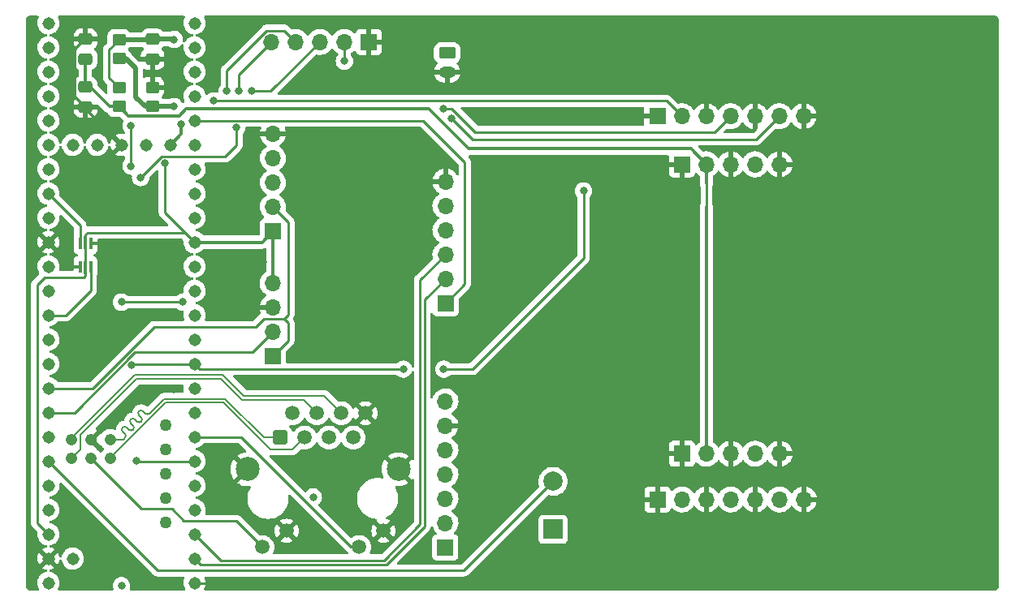
<source format=gtl>
G04 #@! TF.GenerationSoftware,KiCad,Pcbnew,6.0.6-1.fc36*
G04 #@! TF.CreationDate,2022-07-29T12:50:01+02:00*
G04 #@! TF.ProjectId,CosmicWatch-ventidue,436f736d-6963-4576-9174-63682d76656e,rev?*
G04 #@! TF.SameCoordinates,Original*
G04 #@! TF.FileFunction,Copper,L1,Top*
G04 #@! TF.FilePolarity,Positive*
%FSLAX46Y46*%
G04 Gerber Fmt 4.6, Leading zero omitted, Abs format (unit mm)*
G04 Created by KiCad (PCBNEW 6.0.6-1.fc36) date 2022-07-29 12:50:01*
%MOMM*%
%LPD*%
G01*
G04 APERTURE LIST*
G04 Aperture macros list*
%AMRoundRect*
0 Rectangle with rounded corners*
0 $1 Rounding radius*
0 $2 $3 $4 $5 $6 $7 $8 $9 X,Y pos of 4 corners*
0 Add a 4 corners polygon primitive as box body*
4,1,4,$2,$3,$4,$5,$6,$7,$8,$9,$2,$3,0*
0 Add four circle primitives for the rounded corners*
1,1,$1+$1,$2,$3*
1,1,$1+$1,$4,$5*
1,1,$1+$1,$6,$7*
1,1,$1+$1,$8,$9*
0 Add four rect primitives between the rounded corners*
20,1,$1+$1,$2,$3,$4,$5,0*
20,1,$1+$1,$4,$5,$6,$7,0*
20,1,$1+$1,$6,$7,$8,$9,0*
20,1,$1+$1,$8,$9,$2,$3,0*%
G04 Aperture macros list end*
G04 #@! TA.AperFunction,ComponentPad*
%ADD10R,1.700000X1.700000*%
G04 #@! TD*
G04 #@! TA.AperFunction,ComponentPad*
%ADD11O,1.700000X1.700000*%
G04 #@! TD*
G04 #@! TA.AperFunction,SMDPad,CuDef*
%ADD12RoundRect,0.250000X-0.450000X0.350000X-0.450000X-0.350000X0.450000X-0.350000X0.450000X0.350000X0*%
G04 #@! TD*
G04 #@! TA.AperFunction,SMDPad,CuDef*
%ADD13RoundRect,0.250000X0.475000X-0.337500X0.475000X0.337500X-0.475000X0.337500X-0.475000X-0.337500X0*%
G04 #@! TD*
G04 #@! TA.AperFunction,ComponentPad*
%ADD14RoundRect,0.250500X-0.499500X-0.499500X0.499500X-0.499500X0.499500X0.499500X-0.499500X0.499500X0*%
G04 #@! TD*
G04 #@! TA.AperFunction,ComponentPad*
%ADD15C,1.500000*%
G04 #@! TD*
G04 #@! TA.AperFunction,ComponentPad*
%ADD16C,2.500000*%
G04 #@! TD*
G04 #@! TA.AperFunction,SMDPad,CuDef*
%ADD17RoundRect,0.250000X-0.475000X0.337500X-0.475000X-0.337500X0.475000X-0.337500X0.475000X0.337500X0*%
G04 #@! TD*
G04 #@! TA.AperFunction,ComponentPad*
%ADD18RoundRect,0.250000X-0.625000X0.350000X-0.625000X-0.350000X0.625000X-0.350000X0.625000X0.350000X0*%
G04 #@! TD*
G04 #@! TA.AperFunction,ComponentPad*
%ADD19O,1.750000X1.200000*%
G04 #@! TD*
G04 #@! TA.AperFunction,ComponentPad*
%ADD20R,2.000000X2.000000*%
G04 #@! TD*
G04 #@! TA.AperFunction,ComponentPad*
%ADD21C,2.000000*%
G04 #@! TD*
G04 #@! TA.AperFunction,SMDPad,CuDef*
%ADD22R,0.375000X1.250000*%
G04 #@! TD*
G04 #@! TA.AperFunction,SMDPad,CuDef*
%ADD23R,0.300000X1.400000*%
G04 #@! TD*
G04 #@! TA.AperFunction,SMDPad,CuDef*
%ADD24RoundRect,0.250000X0.450000X-0.350000X0.450000X0.350000X-0.450000X0.350000X-0.450000X-0.350000X0*%
G04 #@! TD*
G04 #@! TA.AperFunction,ComponentPad*
%ADD25C,1.308000*%
G04 #@! TD*
G04 #@! TA.AperFunction,ComponentPad*
%ADD26C,1.258000*%
G04 #@! TD*
G04 #@! TA.AperFunction,ComponentPad*
%ADD27C,1.208000*%
G04 #@! TD*
G04 #@! TA.AperFunction,ViaPad*
%ADD28C,0.800000*%
G04 #@! TD*
G04 #@! TA.AperFunction,Conductor*
%ADD29C,0.350000*%
G04 #@! TD*
G04 #@! TA.AperFunction,Conductor*
%ADD30C,0.250000*%
G04 #@! TD*
G04 #@! TA.AperFunction,Conductor*
%ADD31C,0.500000*%
G04 #@! TD*
G04 #@! TA.AperFunction,Conductor*
%ADD32C,0.200000*%
G04 #@! TD*
G04 APERTURE END LIST*
D10*
X76275000Y-86050000D03*
D11*
X76275000Y-83510000D03*
X76275000Y-80970000D03*
X76275000Y-78430000D03*
D10*
X116380000Y-61000000D03*
D11*
X118920000Y-61000000D03*
X121460000Y-61000000D03*
X124000000Y-61000000D03*
X126540000Y-61000000D03*
X129080000Y-61000000D03*
X131620000Y-61000000D03*
D12*
X60250000Y-58000000D03*
X60250000Y-60000000D03*
D13*
X56750000Y-55037500D03*
X56750000Y-52962500D03*
D14*
X77055000Y-94550000D03*
D15*
X78325000Y-92010000D03*
X79595000Y-94550000D03*
X80865000Y-92010000D03*
X82135000Y-94550000D03*
X83405000Y-92010000D03*
X84675000Y-94550000D03*
X85945000Y-92010000D03*
X75175000Y-105980000D03*
X77715000Y-104280000D03*
X85285000Y-105980000D03*
X87825000Y-104280000D03*
D16*
X89375000Y-97850000D03*
X73625000Y-97850000D03*
D10*
X116400000Y-101000000D03*
D11*
X118940000Y-101000000D03*
X121480000Y-101000000D03*
X124020000Y-101000000D03*
X126560000Y-101000000D03*
X129100000Y-101000000D03*
X131640000Y-101000000D03*
D17*
X63750000Y-52962500D03*
X63750000Y-55037500D03*
D18*
X94450000Y-54400000D03*
D19*
X94450000Y-56400000D03*
D17*
X56750000Y-57962500D03*
X56750000Y-60037500D03*
D20*
X105500000Y-104120785D03*
D21*
X105500000Y-99120785D03*
D10*
X86290000Y-53250000D03*
D11*
X83750000Y-53250000D03*
X81210000Y-53250000D03*
X78670000Y-53250000D03*
X76130000Y-53250000D03*
D22*
X56212500Y-76725000D03*
D23*
X56750000Y-76800000D03*
D22*
X57287500Y-76725000D03*
X57287500Y-74275000D03*
D23*
X56750000Y-74200000D03*
D22*
X56212500Y-74275000D03*
D10*
X118950000Y-66025000D03*
D11*
X121490000Y-66025000D03*
X124030000Y-66025000D03*
X126570000Y-66025000D03*
X129110000Y-66025000D03*
D10*
X118950000Y-96225000D03*
D11*
X121490000Y-96225000D03*
X124030000Y-96225000D03*
X126570000Y-96225000D03*
X129110000Y-96225000D03*
D24*
X60250000Y-55000000D03*
X60250000Y-53000000D03*
D10*
X94275000Y-106000000D03*
D11*
X94275000Y-103460000D03*
X94275000Y-100920000D03*
X94275000Y-98380000D03*
X94275000Y-95840000D03*
X94275000Y-93300000D03*
X94275000Y-90760000D03*
D10*
X94285786Y-80512893D03*
D11*
X94285786Y-77972893D03*
X94285786Y-75432893D03*
X94285786Y-72892893D03*
X94285786Y-70352893D03*
X94285786Y-67812893D03*
D10*
X76300000Y-73000000D03*
D11*
X76300000Y-70460000D03*
X76300000Y-67920000D03*
X76300000Y-65380000D03*
X76300000Y-62840000D03*
D12*
X63750000Y-58000000D03*
X63750000Y-60000000D03*
D25*
X52880000Y-71610000D03*
X52880000Y-69070000D03*
X52880000Y-66530000D03*
X52880000Y-63990000D03*
X52880000Y-61450000D03*
X52880000Y-58910000D03*
X52880000Y-56370000D03*
X52880000Y-53830000D03*
X52880000Y-51290000D03*
X68120000Y-51290000D03*
X68120000Y-53830000D03*
X68120000Y-56370000D03*
X68120000Y-58910000D03*
X68120000Y-61450000D03*
X68120000Y-63990000D03*
X68120000Y-66530000D03*
X68120000Y-69070000D03*
X68120000Y-71610000D03*
X52880000Y-109710000D03*
X52880000Y-107170000D03*
X52880000Y-104630000D03*
X52880000Y-102090000D03*
X52880000Y-99550000D03*
X52880000Y-97010000D03*
X52880000Y-94470000D03*
X52880000Y-91930000D03*
X52880000Y-89390000D03*
X52880000Y-86850000D03*
X52880000Y-84310000D03*
X52880000Y-81770000D03*
X52880000Y-79230000D03*
X52880000Y-76690000D03*
X68120000Y-74150000D03*
X68120000Y-76690000D03*
X68120000Y-79230000D03*
X68120000Y-81770000D03*
X68120000Y-84310000D03*
X68120000Y-86850000D03*
X68120000Y-89390000D03*
X68120000Y-91930000D03*
X68120000Y-94470000D03*
X68120000Y-97010000D03*
X68120000Y-99550000D03*
X68120000Y-102090000D03*
X68120000Y-104630000D03*
D26*
X65070000Y-93200000D03*
X65070000Y-95740000D03*
X65070000Y-98280000D03*
X65070000Y-100820000D03*
X65070000Y-103360000D03*
D27*
X59330000Y-96740000D03*
X57330000Y-96740000D03*
X59330000Y-94740000D03*
X57330000Y-94740000D03*
X55330000Y-96740000D03*
X55330000Y-94740000D03*
D25*
X52880000Y-74150000D03*
X57960000Y-63990000D03*
X55420000Y-107170000D03*
X55420000Y-63990000D03*
X60500000Y-63990000D03*
X63040000Y-63990000D03*
X65580000Y-63990000D03*
X68120000Y-107170000D03*
X68120000Y-109710000D03*
D28*
X61000000Y-91500000D03*
X80500000Y-100750000D03*
X60500000Y-110000000D03*
X83750000Y-55250000D03*
X65012299Y-65924500D03*
X66700000Y-61800000D03*
X90100000Y-89600000D03*
X66100000Y-76800000D03*
X75250000Y-76250000D03*
X66000000Y-55000000D03*
X66000000Y-53000000D03*
X70100000Y-59400000D03*
X94100000Y-60200000D03*
X94900000Y-61200000D03*
X60500000Y-80400000D03*
X66900000Y-80400000D03*
X66000000Y-60000000D03*
X62500000Y-67400000D03*
X72500000Y-62200000D03*
X74100000Y-58400000D03*
X62100000Y-97000000D03*
X71500000Y-58400000D03*
X72700000Y-58400000D03*
X94100000Y-87400000D03*
X61500000Y-66200000D03*
X108682998Y-68800000D03*
X61500000Y-62000000D03*
X89900000Y-87400000D03*
X61575500Y-87000000D03*
X143930000Y-105085000D03*
X143930000Y-59365000D03*
X128690000Y-89845000D03*
X55030000Y-66985000D03*
X100750000Y-107625000D03*
X98210000Y-72065000D03*
X149010000Y-100005000D03*
X113450000Y-97465000D03*
X108370000Y-102545000D03*
X131230000Y-105085000D03*
X128690000Y-51745000D03*
X82970000Y-69525000D03*
X105830000Y-82225000D03*
X105830000Y-89845000D03*
X131230000Y-64445000D03*
X123610000Y-56825000D03*
X128690000Y-72065000D03*
X80430000Y-105085000D03*
X88050000Y-64445000D03*
X55030000Y-87305000D03*
X141390000Y-77145000D03*
X105830000Y-66985000D03*
X98210000Y-97465000D03*
X133770000Y-100005000D03*
X85510000Y-84765000D03*
X141390000Y-84765000D03*
X115990000Y-107625000D03*
X80430000Y-82225000D03*
X138850000Y-94925000D03*
X123610000Y-87305000D03*
X55030000Y-102545000D03*
X113450000Y-72065000D03*
X115990000Y-79685000D03*
X136310000Y-51745000D03*
X146470000Y-51745000D03*
X146470000Y-72065000D03*
X143930000Y-89845000D03*
X131230000Y-94925000D03*
X123610000Y-69525000D03*
X72810000Y-77145000D03*
X88050000Y-54285000D03*
X90590000Y-79685000D03*
X90590000Y-100005000D03*
X131230000Y-56825000D03*
X85510000Y-77145000D03*
X146470000Y-79685000D03*
X121070000Y-105085000D03*
X138850000Y-72065000D03*
X90590000Y-69525000D03*
X138850000Y-102545000D03*
X60110000Y-77145000D03*
X126150000Y-107625000D03*
X149010000Y-64445000D03*
X133770000Y-69525000D03*
X85510000Y-97465000D03*
X149010000Y-84765000D03*
X121070000Y-51745000D03*
X98210000Y-56825000D03*
X149010000Y-56825000D03*
X98210000Y-79685000D03*
X136310000Y-89845000D03*
X55030000Y-74605000D03*
X118530000Y-84765000D03*
X136310000Y-107625000D03*
X98210000Y-89845000D03*
X110910000Y-51745000D03*
X143930000Y-66985000D03*
X118530000Y-92385000D03*
X110910000Y-84765000D03*
X108370000Y-56825000D03*
X128690000Y-79685000D03*
X138850000Y-64445000D03*
X149010000Y-107625000D03*
X118530000Y-74605000D03*
X123610000Y-77145000D03*
X70270000Y-97465000D03*
X108370000Y-94925000D03*
X80430000Y-64445000D03*
X131230000Y-84765000D03*
X141390000Y-54285000D03*
X110910000Y-77145000D03*
X115990000Y-66985000D03*
X136310000Y-82225000D03*
X136310000Y-59365000D03*
X149010000Y-92385000D03*
X113450000Y-89845000D03*
X70270000Y-72065000D03*
X80430000Y-74605000D03*
X143930000Y-97465000D03*
X133770000Y-77145000D03*
X57570000Y-82225000D03*
X115990000Y-54285000D03*
X60110000Y-69525000D03*
X66000000Y-89500000D03*
D29*
X76300000Y-78405000D02*
X76275000Y-78430000D01*
D30*
X56725000Y-76925000D02*
X56725000Y-76400000D01*
X56750000Y-74575000D02*
X56750000Y-74000000D01*
X56725000Y-76400000D02*
X56750000Y-76375000D01*
D29*
X68120000Y-74150000D02*
X75150000Y-74150000D01*
D30*
X61936396Y-85600000D02*
X74185000Y-85600000D01*
X91950000Y-61450000D02*
X96300000Y-65800000D01*
X96300000Y-65800000D02*
X96300000Y-78498679D01*
X68120000Y-61450000D02*
X91950000Y-61450000D01*
X96300000Y-78498679D02*
X94285786Y-80512893D01*
X92100000Y-103800000D02*
X92100000Y-80158679D01*
X89900000Y-87400000D02*
X68670000Y-87400000D01*
X68120000Y-86850000D02*
X61725500Y-86850000D01*
X61725500Y-86850000D02*
X61575500Y-87000000D01*
X61500000Y-66200000D02*
X61500000Y-62000000D01*
X97100000Y-87400000D02*
X108682998Y-75817002D01*
X108682998Y-75817002D02*
X108682998Y-68800000D01*
D29*
X66700000Y-62870000D02*
X65580000Y-63990000D01*
X66700000Y-61800000D02*
X66700000Y-62870000D01*
D30*
X68120000Y-109710000D02*
X69460000Y-109710000D01*
D29*
X55650000Y-58937500D02*
X55650000Y-54062500D01*
D30*
X63787500Y-55037500D02*
X63750000Y-55037500D01*
X60500000Y-63990000D02*
X60510000Y-63990000D01*
D29*
X55650000Y-54062500D02*
X56750000Y-52962500D01*
X56750000Y-60037500D02*
X56750000Y-60240000D01*
X65962500Y-55037500D02*
X66000000Y-55000000D01*
X63750000Y-55037500D02*
X65962500Y-55037500D01*
D30*
X69460000Y-109710000D02*
X69500000Y-109750000D01*
D29*
X56750000Y-60037500D02*
X55650000Y-58937500D01*
X56750000Y-60240000D02*
X60500000Y-63990000D01*
D30*
X64270000Y-108400000D02*
X96220785Y-108400000D01*
X52880000Y-97010000D02*
X64270000Y-108400000D01*
X96220785Y-108400000D02*
X105500000Y-99120785D01*
X60250000Y-58000000D02*
X59225000Y-56975000D01*
D31*
X65962500Y-52962500D02*
X66000000Y-53000000D01*
X63787500Y-53000000D02*
X63750000Y-52962500D01*
D30*
X59225000Y-56975000D02*
X59225000Y-54025000D01*
D31*
X63712500Y-53000000D02*
X63750000Y-52962500D01*
D30*
X60287500Y-52962500D02*
X60250000Y-53000000D01*
D31*
X63750000Y-52962500D02*
X65962500Y-52962500D01*
D30*
X59225000Y-54025000D02*
X60250000Y-53000000D01*
D31*
X60250000Y-53000000D02*
X63712500Y-53000000D01*
D29*
X66525000Y-60975000D02*
X67250000Y-60250000D01*
X119865000Y-64400000D02*
X121490000Y-66025000D01*
X57212500Y-57962500D02*
X59250000Y-60000000D01*
X96700000Y-64400000D02*
X119865000Y-64400000D01*
X59250000Y-60000000D02*
X60250000Y-60000000D01*
D30*
X121500000Y-68000000D02*
X121500000Y-70480000D01*
D29*
X67250000Y-60250000D02*
X92550000Y-60250000D01*
X121490000Y-66025000D02*
X121490000Y-68010000D01*
X121490000Y-70490000D02*
X121490000Y-96225000D01*
X56750000Y-55037500D02*
X56750000Y-57962500D01*
X60250000Y-60000000D02*
X61225000Y-60975000D01*
D30*
X56750000Y-57962500D02*
X57212500Y-57962500D01*
D29*
X121500000Y-68000000D02*
X121490000Y-68010000D01*
X92550000Y-60250000D02*
X96700000Y-64400000D01*
D30*
X121500000Y-70480000D02*
X121490000Y-70490000D01*
D29*
X61225000Y-60975000D02*
X66525000Y-60975000D01*
X76300000Y-73000000D02*
X76300000Y-78405000D01*
D30*
X83750000Y-55250000D02*
X83750000Y-53250000D01*
X65012299Y-65924500D02*
X65012299Y-71042299D01*
D29*
X75150000Y-74150000D02*
X76300000Y-73000000D01*
D30*
X52880000Y-81770000D02*
X54730000Y-81770000D01*
X57300000Y-79200000D02*
X57287500Y-79187500D01*
X57287500Y-79187500D02*
X57287500Y-76350000D01*
X54730000Y-81770000D02*
X57300000Y-79200000D01*
X56212500Y-72402500D02*
X56212500Y-74650000D01*
X70100000Y-59400000D02*
X117320000Y-59400000D01*
X117320000Y-59400000D02*
X118920000Y-61000000D01*
X52880000Y-69070000D02*
X56212500Y-72402500D01*
X122356243Y-62643757D02*
X97393757Y-62643757D01*
X124000000Y-61000000D02*
X122356243Y-62643757D01*
X97393757Y-62643757D02*
X94950000Y-60200000D01*
X94950000Y-60200000D02*
X94100000Y-60200000D01*
X97100000Y-63400000D02*
X94900000Y-61200000D01*
X126680000Y-63400000D02*
X97100000Y-63400000D01*
X129080000Y-61000000D02*
X126680000Y-63400000D01*
X76300000Y-70460000D02*
X77900000Y-72060000D01*
X63900000Y-83000000D02*
X74500000Y-83000000D01*
X77900000Y-84425000D02*
X76275000Y-86050000D01*
X74500000Y-83000000D02*
X75355000Y-82145000D01*
X52880000Y-89390000D02*
X57510000Y-89390000D01*
X77900000Y-82600000D02*
X77900000Y-84425000D01*
X57510000Y-89390000D02*
X63900000Y-83000000D01*
X77445000Y-82145000D02*
X77900000Y-82600000D01*
X77900000Y-72060000D02*
X77900000Y-81690000D01*
X77900000Y-81690000D02*
X77445000Y-82145000D01*
X75355000Y-82145000D02*
X77445000Y-82145000D01*
X74185000Y-85600000D02*
X76275000Y-83510000D01*
X52880000Y-91930000D02*
X55606396Y-91930000D01*
X55606396Y-91930000D02*
X61936396Y-85600000D01*
X68750000Y-107800000D02*
X88100000Y-107800000D01*
X68120000Y-107170000D02*
X68750000Y-107800000D01*
X88100000Y-107800000D02*
X92100000Y-103800000D01*
X92100000Y-80158679D02*
X94285786Y-77972893D01*
X70840000Y-107350000D02*
X87900000Y-107350000D01*
X91650000Y-103600000D02*
X91650000Y-78068679D01*
X68120000Y-104630000D02*
X70840000Y-107350000D01*
X87900000Y-107350000D02*
X91650000Y-103600000D01*
X91650000Y-78068679D02*
X94285786Y-75432893D01*
X60500000Y-80400000D02*
X66900000Y-80400000D01*
D31*
X61000000Y-55000000D02*
X62000000Y-56000000D01*
X63000000Y-60000000D02*
X63750000Y-60000000D01*
D30*
X63750000Y-60000000D02*
X63750000Y-59886827D01*
D31*
X62000000Y-56000000D02*
X62000000Y-59000000D01*
X60250000Y-55000000D02*
X61000000Y-55000000D01*
X63750000Y-60000000D02*
X66000000Y-60000000D01*
X62000000Y-59000000D02*
X63000000Y-60000000D01*
D30*
X64700000Y-65200000D02*
X71300000Y-65200000D01*
X72500000Y-64000000D02*
X72500000Y-62200000D01*
X62500000Y-67400000D02*
X64700000Y-65200000D01*
X81210000Y-53250000D02*
X76060000Y-58400000D01*
X76060000Y-58400000D02*
X74100000Y-58400000D01*
X71300000Y-65200000D02*
X72500000Y-64000000D01*
X62100000Y-97000000D02*
X62110000Y-97010000D01*
X62110000Y-97010000D02*
X68120000Y-97010000D01*
X77495000Y-52075000D02*
X75643299Y-52075000D01*
X78670000Y-53250000D02*
X77495000Y-52075000D01*
X71500000Y-56218299D02*
X71500000Y-58400000D01*
X75643299Y-52075000D02*
X71500000Y-56218299D01*
X72700000Y-58400000D02*
X72700000Y-56680000D01*
X72700000Y-56680000D02*
X76130000Y-53250000D01*
X94100000Y-87400000D02*
X97100000Y-87400000D01*
X68670000Y-87400000D02*
X68120000Y-86850000D01*
X84430000Y-105930000D02*
X85285000Y-105930000D01*
X72970000Y-94470000D02*
X84430000Y-105930000D01*
X68120000Y-94470000D02*
X72970000Y-94470000D01*
D32*
X76000000Y-95750000D02*
X71150000Y-90900000D01*
X79595000Y-94500000D02*
X78345000Y-95750000D01*
X59330000Y-96670000D02*
X59330000Y-96740000D01*
X71150000Y-90900000D02*
X65100000Y-90900000D01*
X65100000Y-90900000D02*
X59330000Y-96670000D01*
X78345000Y-95750000D02*
X76000000Y-95750000D01*
D30*
X72500000Y-103250000D02*
X75175000Y-105925000D01*
X75175000Y-105925000D02*
X75175000Y-105930000D01*
X65750000Y-102000000D02*
X67000000Y-103250000D01*
X57330000Y-96740000D02*
X62590000Y-102000000D01*
X67000000Y-103250000D02*
X72500000Y-103250000D01*
X62590000Y-102000000D02*
X65750000Y-102000000D01*
D32*
X61715687Y-93718630D02*
X61715686Y-93718629D01*
X61050971Y-93478178D02*
X61291424Y-93718631D01*
X61899500Y-92629649D02*
X61899500Y-92629650D01*
X63412744Y-92021573D02*
X64934315Y-90500000D01*
X62748028Y-91781120D02*
X62748028Y-91781121D01*
X71315686Y-90500000D02*
X75315686Y-94500000D01*
X62748028Y-91781121D02*
X62988481Y-92021574D01*
X62564214Y-92445836D02*
X62323762Y-92205384D01*
X61050971Y-93478177D02*
X61050971Y-93478178D01*
X62564217Y-92870103D02*
X62564216Y-92870102D01*
X64934315Y-90500000D02*
X71315686Y-90500000D01*
X60694314Y-94740000D02*
X60867157Y-94567157D01*
X75315686Y-94500000D02*
X77055000Y-94500000D01*
X62564216Y-92870102D02*
X62564214Y-92870100D01*
X60867157Y-94142893D02*
X60626705Y-93902441D01*
X61715686Y-93294365D02*
X61475234Y-93053913D01*
X59330000Y-94740000D02*
X60694314Y-94740000D01*
X61899500Y-92629650D02*
X62139953Y-92870103D01*
X61715688Y-93718631D02*
X61715687Y-93718630D01*
X63412745Y-92021574D02*
X63412744Y-92021573D01*
X62564216Y-92870102D02*
G75*
G02*
X62139954Y-92870102I-212131J212131D01*
G01*
X62564182Y-92445868D02*
G75*
G02*
X62564214Y-92870100I-212082J-212132D01*
G01*
X60626696Y-93478168D02*
G75*
G03*
X60626705Y-93902441I212104J-212132D01*
G01*
X61475253Y-92629668D02*
G75*
G03*
X61475234Y-93053913I212147J-212132D01*
G01*
X62323810Y-91781168D02*
G75*
G03*
X62323762Y-92205384I212090J-212132D01*
G01*
X61050970Y-93478178D02*
G75*
G03*
X60626706Y-93478178I-212132J-212130D01*
G01*
X61715683Y-93294368D02*
G75*
G02*
X61715686Y-93718629I-212083J-212132D01*
G01*
X63412744Y-92021573D02*
G75*
G02*
X62988482Y-92021573I-212131J212131D01*
G01*
X61899499Y-92629650D02*
G75*
G03*
X61475235Y-92629650I-212132J-212130D01*
G01*
X61715687Y-93718630D02*
G75*
G02*
X61291425Y-93718630I-212131J212131D01*
G01*
X62748027Y-91781121D02*
G75*
G03*
X62323763Y-91781121I-212132J-212130D01*
G01*
X60867182Y-94142868D02*
G75*
G02*
X60867157Y-94567157I-212182J-212132D01*
G01*
X70900000Y-88400000D02*
X62100000Y-88400000D01*
X73100000Y-90600000D02*
X70900000Y-88400000D01*
X62100000Y-88400000D02*
X56250000Y-94250000D01*
X56250000Y-94250000D02*
X56250000Y-95820000D01*
X80865000Y-91960000D02*
X79505000Y-90600000D01*
X79505000Y-90600000D02*
X73100000Y-90600000D01*
X56250000Y-95820000D02*
X55330000Y-96740000D01*
X71065686Y-88000000D02*
X61934314Y-88000000D01*
X73265686Y-90200000D02*
X71065686Y-88000000D01*
X81645000Y-90200000D02*
X73265686Y-90200000D01*
X83405000Y-91960000D02*
X81645000Y-90200000D01*
X61934314Y-88000000D02*
X55330000Y-94604314D01*
X55330000Y-94604314D02*
X55330000Y-94740000D01*
D30*
X56960000Y-73140000D02*
X67110000Y-73140000D01*
X56750000Y-74200000D02*
X56750000Y-73350000D01*
X65012299Y-71042299D02*
X67110000Y-73140000D01*
X51700000Y-103450000D02*
X52880000Y-104630000D01*
X56750000Y-74200000D02*
X56750000Y-76800000D01*
X51700000Y-78600000D02*
X51700000Y-103450000D01*
X56750000Y-73350000D02*
X56960000Y-73140000D01*
D29*
X68120000Y-74150000D02*
X67110000Y-73140000D01*
D30*
X56600000Y-77800000D02*
X52500000Y-77800000D01*
X56750000Y-77650000D02*
X56600000Y-77800000D01*
X52500000Y-77800000D02*
X51700000Y-78600000D01*
X56750000Y-76800000D02*
X56750000Y-77650000D01*
G04 #@! TA.AperFunction,Conductor*
G36*
X151470018Y-50510001D02*
G01*
X151484852Y-50512311D01*
X151484855Y-50512311D01*
X151493724Y-50513692D01*
X151502626Y-50512528D01*
X151502750Y-50512512D01*
X151533192Y-50512241D01*
X151540621Y-50513078D01*
X151595264Y-50519235D01*
X151622771Y-50525514D01*
X151699853Y-50552486D01*
X151725274Y-50564728D01*
X151794426Y-50608179D01*
X151816485Y-50625771D01*
X151874229Y-50683515D01*
X151891822Y-50705575D01*
X151935273Y-50774729D01*
X151947514Y-50800148D01*
X151970709Y-50866433D01*
X151974486Y-50877228D01*
X151980765Y-50904735D01*
X151987018Y-50960227D01*
X151985375Y-50975845D01*
X151987800Y-50975875D01*
X151987690Y-50984854D01*
X151986309Y-50993724D01*
X151987473Y-51002626D01*
X151987473Y-51002629D01*
X151990435Y-51025277D01*
X151991499Y-51041614D01*
X151991500Y-109950633D01*
X151990000Y-109970018D01*
X151988940Y-109976829D01*
X151986309Y-109993724D01*
X151987473Y-110002626D01*
X151987489Y-110002750D01*
X151987760Y-110033192D01*
X151985430Y-110053870D01*
X151980766Y-110095264D01*
X151974487Y-110122771D01*
X151947515Y-110199853D01*
X151935273Y-110225274D01*
X151891822Y-110294426D01*
X151874230Y-110316485D01*
X151816485Y-110374230D01*
X151794426Y-110391822D01*
X151725274Y-110435273D01*
X151699853Y-110447515D01*
X151622772Y-110474487D01*
X151595264Y-110480766D01*
X151539774Y-110487018D01*
X151524132Y-110486923D01*
X151524121Y-110487800D01*
X151515149Y-110487690D01*
X151506276Y-110486309D01*
X151497374Y-110487473D01*
X151497372Y-110487473D01*
X151486385Y-110488910D01*
X151474714Y-110490436D01*
X151458379Y-110491500D01*
X69229222Y-110491500D01*
X69161101Y-110471498D01*
X69114608Y-110417842D01*
X69104504Y-110347568D01*
X69119287Y-110303934D01*
X69183267Y-110189688D01*
X69187943Y-110179185D01*
X69252878Y-109987894D01*
X69255563Y-109976712D01*
X69284846Y-109774749D01*
X69285476Y-109767366D01*
X69286881Y-109713704D01*
X69286638Y-109706305D01*
X69267966Y-109503092D01*
X69265868Y-109491771D01*
X69211038Y-109297357D01*
X69206913Y-109286610D01*
X69171711Y-109215229D01*
X69159521Y-109145286D01*
X69187080Y-109079857D01*
X69245638Y-109039713D01*
X69284717Y-109033500D01*
X96142018Y-109033500D01*
X96153201Y-109034027D01*
X96160694Y-109035702D01*
X96168620Y-109035453D01*
X96168621Y-109035453D01*
X96228771Y-109033562D01*
X96232730Y-109033500D01*
X96260641Y-109033500D01*
X96264576Y-109033003D01*
X96264641Y-109032995D01*
X96276478Y-109032062D01*
X96308736Y-109031048D01*
X96312755Y-109030922D01*
X96320674Y-109030673D01*
X96340128Y-109025021D01*
X96359485Y-109021013D01*
X96371715Y-109019468D01*
X96371716Y-109019468D01*
X96379582Y-109018474D01*
X96386953Y-109015555D01*
X96386955Y-109015555D01*
X96420697Y-109002196D01*
X96431927Y-108998351D01*
X96466768Y-108988229D01*
X96466769Y-108988229D01*
X96474378Y-108986018D01*
X96481197Y-108981985D01*
X96481202Y-108981983D01*
X96491813Y-108975707D01*
X96509561Y-108967012D01*
X96528402Y-108959552D01*
X96548772Y-108944753D01*
X96564172Y-108933564D01*
X96574092Y-108927048D01*
X96605320Y-108908580D01*
X96605323Y-108908578D01*
X96612147Y-108904542D01*
X96626468Y-108890221D01*
X96641502Y-108877380D01*
X96643217Y-108876134D01*
X96657892Y-108865472D01*
X96686083Y-108831395D01*
X96694073Y-108822616D01*
X100347770Y-105168919D01*
X103991500Y-105168919D01*
X103998255Y-105231101D01*
X104049385Y-105367490D01*
X104136739Y-105484046D01*
X104253295Y-105571400D01*
X104389684Y-105622530D01*
X104451866Y-105629285D01*
X106548134Y-105629285D01*
X106610316Y-105622530D01*
X106746705Y-105571400D01*
X106863261Y-105484046D01*
X106950615Y-105367490D01*
X107001745Y-105231101D01*
X107008500Y-105168919D01*
X107008500Y-103072651D01*
X107001745Y-103010469D01*
X106950615Y-102874080D01*
X106863261Y-102757524D01*
X106746705Y-102670170D01*
X106610316Y-102619040D01*
X106548134Y-102612285D01*
X104451866Y-102612285D01*
X104389684Y-102619040D01*
X104253295Y-102670170D01*
X104136739Y-102757524D01*
X104049385Y-102874080D01*
X103998255Y-103010469D01*
X103991500Y-103072651D01*
X103991500Y-105168919D01*
X100347770Y-105168919D01*
X103622020Y-101894669D01*
X115042001Y-101894669D01*
X115042371Y-101901490D01*
X115047895Y-101952352D01*
X115051521Y-101967604D01*
X115096676Y-102088054D01*
X115105214Y-102103649D01*
X115181715Y-102205724D01*
X115194276Y-102218285D01*
X115296351Y-102294786D01*
X115311946Y-102303324D01*
X115432394Y-102348478D01*
X115447649Y-102352105D01*
X115498514Y-102357631D01*
X115505328Y-102358000D01*
X116127885Y-102358000D01*
X116143124Y-102353525D01*
X116144329Y-102352135D01*
X116146000Y-102344452D01*
X116146000Y-102339884D01*
X116654000Y-102339884D01*
X116658475Y-102355123D01*
X116659865Y-102356328D01*
X116667548Y-102357999D01*
X117294669Y-102357999D01*
X117301490Y-102357629D01*
X117352352Y-102352105D01*
X117367604Y-102348479D01*
X117488054Y-102303324D01*
X117503649Y-102294786D01*
X117605724Y-102218285D01*
X117618285Y-102205724D01*
X117694786Y-102103649D01*
X117703324Y-102088054D01*
X117744225Y-101978952D01*
X117786867Y-101922188D01*
X117853428Y-101897488D01*
X117922777Y-101912696D01*
X117957444Y-101940684D01*
X117982865Y-101970031D01*
X117982869Y-101970035D01*
X117986250Y-101973938D01*
X118158126Y-102116632D01*
X118351000Y-102229338D01*
X118559692Y-102309030D01*
X118564760Y-102310061D01*
X118564763Y-102310062D01*
X118651949Y-102327800D01*
X118778597Y-102353567D01*
X118783772Y-102353757D01*
X118783774Y-102353757D01*
X118996673Y-102361564D01*
X118996677Y-102361564D01*
X119001837Y-102361753D01*
X119006957Y-102361097D01*
X119006959Y-102361097D01*
X119218288Y-102334025D01*
X119218289Y-102334025D01*
X119223416Y-102333368D01*
X119228366Y-102331883D01*
X119432429Y-102270661D01*
X119432434Y-102270659D01*
X119437384Y-102269174D01*
X119637994Y-102170896D01*
X119819860Y-102041173D01*
X119827734Y-102033327D01*
X119920701Y-101940684D01*
X119978096Y-101883489D01*
X119982584Y-101877244D01*
X120108453Y-101702077D01*
X120109640Y-101702930D01*
X120156960Y-101659362D01*
X120226897Y-101647145D01*
X120292338Y-101674678D01*
X120320166Y-101706511D01*
X120377694Y-101800388D01*
X120383777Y-101808699D01*
X120523213Y-101969667D01*
X120530580Y-101976883D01*
X120694434Y-102112916D01*
X120702881Y-102118831D01*
X120886756Y-102226279D01*
X120896042Y-102230729D01*
X121095001Y-102306703D01*
X121104899Y-102309579D01*
X121208250Y-102330606D01*
X121222299Y-102329410D01*
X121226000Y-102319065D01*
X121226000Y-102318517D01*
X121734000Y-102318517D01*
X121738064Y-102332359D01*
X121751478Y-102334393D01*
X121758184Y-102333534D01*
X121768262Y-102331392D01*
X121972255Y-102270191D01*
X121981842Y-102266433D01*
X122173095Y-102172739D01*
X122181945Y-102167464D01*
X122355328Y-102043792D01*
X122363200Y-102037139D01*
X122514052Y-101886812D01*
X122520730Y-101878965D01*
X122648022Y-101701819D01*
X122649279Y-101702722D01*
X122696373Y-101659362D01*
X122766311Y-101647145D01*
X122831751Y-101674678D01*
X122859579Y-101706511D01*
X122919987Y-101805088D01*
X123066250Y-101973938D01*
X123238126Y-102116632D01*
X123431000Y-102229338D01*
X123639692Y-102309030D01*
X123644760Y-102310061D01*
X123644763Y-102310062D01*
X123731949Y-102327800D01*
X123858597Y-102353567D01*
X123863772Y-102353757D01*
X123863774Y-102353757D01*
X124076673Y-102361564D01*
X124076677Y-102361564D01*
X124081837Y-102361753D01*
X124086957Y-102361097D01*
X124086959Y-102361097D01*
X124298288Y-102334025D01*
X124298289Y-102334025D01*
X124303416Y-102333368D01*
X124308366Y-102331883D01*
X124512429Y-102270661D01*
X124512434Y-102270659D01*
X124517384Y-102269174D01*
X124717994Y-102170896D01*
X124899860Y-102041173D01*
X124907734Y-102033327D01*
X125000701Y-101940684D01*
X125058096Y-101883489D01*
X125062584Y-101877244D01*
X125188453Y-101702077D01*
X125189640Y-101702930D01*
X125236960Y-101659362D01*
X125306897Y-101647145D01*
X125372338Y-101674678D01*
X125400166Y-101706511D01*
X125457694Y-101800388D01*
X125463777Y-101808699D01*
X125603213Y-101969667D01*
X125610580Y-101976883D01*
X125774434Y-102112916D01*
X125782881Y-102118831D01*
X125966756Y-102226279D01*
X125976042Y-102230729D01*
X126175001Y-102306703D01*
X126184899Y-102309579D01*
X126288250Y-102330606D01*
X126302299Y-102329410D01*
X126306000Y-102319065D01*
X126306000Y-102318517D01*
X126814000Y-102318517D01*
X126818064Y-102332359D01*
X126831478Y-102334393D01*
X126838184Y-102333534D01*
X126848262Y-102331392D01*
X127052255Y-102270191D01*
X127061842Y-102266433D01*
X127253095Y-102172739D01*
X127261945Y-102167464D01*
X127435328Y-102043792D01*
X127443200Y-102037139D01*
X127594052Y-101886812D01*
X127600730Y-101878965D01*
X127728022Y-101701819D01*
X127729279Y-101702722D01*
X127776373Y-101659362D01*
X127846311Y-101647145D01*
X127911751Y-101674678D01*
X127939579Y-101706511D01*
X127999987Y-101805088D01*
X128146250Y-101973938D01*
X128318126Y-102116632D01*
X128511000Y-102229338D01*
X128719692Y-102309030D01*
X128724760Y-102310061D01*
X128724763Y-102310062D01*
X128811949Y-102327800D01*
X128938597Y-102353567D01*
X128943772Y-102353757D01*
X128943774Y-102353757D01*
X129156673Y-102361564D01*
X129156677Y-102361564D01*
X129161837Y-102361753D01*
X129166957Y-102361097D01*
X129166959Y-102361097D01*
X129378288Y-102334025D01*
X129378289Y-102334025D01*
X129383416Y-102333368D01*
X129388366Y-102331883D01*
X129592429Y-102270661D01*
X129592434Y-102270659D01*
X129597384Y-102269174D01*
X129797994Y-102170896D01*
X129979860Y-102041173D01*
X129987734Y-102033327D01*
X130080701Y-101940684D01*
X130138096Y-101883489D01*
X130142584Y-101877244D01*
X130268453Y-101702077D01*
X130269640Y-101702930D01*
X130316960Y-101659362D01*
X130386897Y-101647145D01*
X130452338Y-101674678D01*
X130480166Y-101706511D01*
X130537694Y-101800388D01*
X130543777Y-101808699D01*
X130683213Y-101969667D01*
X130690580Y-101976883D01*
X130854434Y-102112916D01*
X130862881Y-102118831D01*
X131046756Y-102226279D01*
X131056042Y-102230729D01*
X131255001Y-102306703D01*
X131264899Y-102309579D01*
X131368250Y-102330606D01*
X131382299Y-102329410D01*
X131386000Y-102319065D01*
X131386000Y-102318517D01*
X131894000Y-102318517D01*
X131898064Y-102332359D01*
X131911478Y-102334393D01*
X131918184Y-102333534D01*
X131928262Y-102331392D01*
X132132255Y-102270191D01*
X132141842Y-102266433D01*
X132333095Y-102172739D01*
X132341945Y-102167464D01*
X132515328Y-102043792D01*
X132523200Y-102037139D01*
X132674052Y-101886812D01*
X132680730Y-101878965D01*
X132805003Y-101706020D01*
X132810313Y-101697183D01*
X132904670Y-101506267D01*
X132908469Y-101496672D01*
X132970377Y-101292910D01*
X132972555Y-101282837D01*
X132973986Y-101271962D01*
X132971775Y-101257778D01*
X132958617Y-101254000D01*
X131912115Y-101254000D01*
X131896876Y-101258475D01*
X131895671Y-101259865D01*
X131894000Y-101267548D01*
X131894000Y-102318517D01*
X131386000Y-102318517D01*
X131386000Y-100727885D01*
X131894000Y-100727885D01*
X131898475Y-100743124D01*
X131899865Y-100744329D01*
X131907548Y-100746000D01*
X132958344Y-100746000D01*
X132971875Y-100742027D01*
X132973180Y-100732947D01*
X132931214Y-100565875D01*
X132927894Y-100556124D01*
X132842972Y-100360814D01*
X132838105Y-100351739D01*
X132722426Y-100172926D01*
X132716136Y-100164757D01*
X132572806Y-100007240D01*
X132565273Y-100000215D01*
X132398139Y-99868222D01*
X132389552Y-99862517D01*
X132203117Y-99759599D01*
X132193705Y-99755369D01*
X131992959Y-99684280D01*
X131982988Y-99681646D01*
X131911837Y-99668972D01*
X131898540Y-99670432D01*
X131894000Y-99684989D01*
X131894000Y-100727885D01*
X131386000Y-100727885D01*
X131386000Y-99683102D01*
X131382082Y-99669758D01*
X131367806Y-99667771D01*
X131329324Y-99673660D01*
X131319288Y-99676051D01*
X131116868Y-99742212D01*
X131107359Y-99746209D01*
X130918463Y-99844542D01*
X130909738Y-99850036D01*
X130739433Y-99977905D01*
X130731726Y-99984748D01*
X130584590Y-100138717D01*
X130578109Y-100146722D01*
X130473498Y-100300074D01*
X130418587Y-100345076D01*
X130348062Y-100353247D01*
X130284315Y-100321993D01*
X130263618Y-100297509D01*
X130182822Y-100172617D01*
X130182820Y-100172614D01*
X130180014Y-100168277D01*
X130029670Y-100003051D01*
X130025619Y-99999852D01*
X130025615Y-99999848D01*
X129858414Y-99867800D01*
X129858410Y-99867798D01*
X129854359Y-99864598D01*
X129818028Y-99844542D01*
X129767825Y-99816829D01*
X129658789Y-99756638D01*
X129653920Y-99754914D01*
X129653916Y-99754912D01*
X129453087Y-99683795D01*
X129453083Y-99683794D01*
X129448212Y-99682069D01*
X129443119Y-99681162D01*
X129443116Y-99681161D01*
X129233373Y-99643800D01*
X129233367Y-99643799D01*
X129228284Y-99642894D01*
X129154452Y-99641992D01*
X129010081Y-99640228D01*
X129010079Y-99640228D01*
X129004911Y-99640165D01*
X128784091Y-99673955D01*
X128571756Y-99743357D01*
X128539733Y-99760027D01*
X128409136Y-99828012D01*
X128373607Y-99846507D01*
X128369474Y-99849610D01*
X128369471Y-99849612D01*
X128249468Y-99939713D01*
X128194965Y-99980635D01*
X128191393Y-99984373D01*
X128053667Y-100128495D01*
X128040629Y-100142138D01*
X128037715Y-100146410D01*
X128037714Y-100146411D01*
X127999904Y-100201838D01*
X127946184Y-100280590D01*
X127932898Y-100300066D01*
X127877987Y-100345069D01*
X127807462Y-100353240D01*
X127743715Y-100321986D01*
X127723018Y-100297502D01*
X127642426Y-100172926D01*
X127636136Y-100164757D01*
X127492806Y-100007240D01*
X127485273Y-100000215D01*
X127318139Y-99868222D01*
X127309552Y-99862517D01*
X127123117Y-99759599D01*
X127113705Y-99755369D01*
X126912959Y-99684280D01*
X126902988Y-99681646D01*
X126831837Y-99668972D01*
X126818540Y-99670432D01*
X126814000Y-99684989D01*
X126814000Y-102318517D01*
X126306000Y-102318517D01*
X126306000Y-99683102D01*
X126302082Y-99669758D01*
X126287806Y-99667771D01*
X126249324Y-99673660D01*
X126239288Y-99676051D01*
X126036868Y-99742212D01*
X126027359Y-99746209D01*
X125838463Y-99844542D01*
X125829738Y-99850036D01*
X125659433Y-99977905D01*
X125651726Y-99984748D01*
X125504590Y-100138717D01*
X125498109Y-100146722D01*
X125393498Y-100300074D01*
X125338587Y-100345076D01*
X125268062Y-100353247D01*
X125204315Y-100321993D01*
X125183618Y-100297509D01*
X125102822Y-100172617D01*
X125102820Y-100172614D01*
X125100014Y-100168277D01*
X124949670Y-100003051D01*
X124945619Y-99999852D01*
X124945615Y-99999848D01*
X124778414Y-99867800D01*
X124778410Y-99867798D01*
X124774359Y-99864598D01*
X124738028Y-99844542D01*
X124687825Y-99816829D01*
X124578789Y-99756638D01*
X124573920Y-99754914D01*
X124573916Y-99754912D01*
X124373087Y-99683795D01*
X124373083Y-99683794D01*
X124368212Y-99682069D01*
X124363119Y-99681162D01*
X124363116Y-99681161D01*
X124153373Y-99643800D01*
X124153367Y-99643799D01*
X124148284Y-99642894D01*
X124074452Y-99641992D01*
X123930081Y-99640228D01*
X123930079Y-99640228D01*
X123924911Y-99640165D01*
X123704091Y-99673955D01*
X123491756Y-99743357D01*
X123459733Y-99760027D01*
X123329136Y-99828012D01*
X123293607Y-99846507D01*
X123289474Y-99849610D01*
X123289471Y-99849612D01*
X123169468Y-99939713D01*
X123114965Y-99980635D01*
X123111393Y-99984373D01*
X122973667Y-100128495D01*
X122960629Y-100142138D01*
X122957715Y-100146410D01*
X122957714Y-100146411D01*
X122919904Y-100201838D01*
X122866184Y-100280590D01*
X122852898Y-100300066D01*
X122797987Y-100345069D01*
X122727462Y-100353240D01*
X122663715Y-100321986D01*
X122643018Y-100297502D01*
X122562426Y-100172926D01*
X122556136Y-100164757D01*
X122412806Y-100007240D01*
X122405273Y-100000215D01*
X122238139Y-99868222D01*
X122229552Y-99862517D01*
X122043117Y-99759599D01*
X122033705Y-99755369D01*
X121832959Y-99684280D01*
X121822988Y-99681646D01*
X121751837Y-99668972D01*
X121738540Y-99670432D01*
X121734000Y-99684989D01*
X121734000Y-102318517D01*
X121226000Y-102318517D01*
X121226000Y-99683102D01*
X121222082Y-99669758D01*
X121207806Y-99667771D01*
X121169324Y-99673660D01*
X121159288Y-99676051D01*
X120956868Y-99742212D01*
X120947359Y-99746209D01*
X120758463Y-99844542D01*
X120749738Y-99850036D01*
X120579433Y-99977905D01*
X120571726Y-99984748D01*
X120424590Y-100138717D01*
X120418109Y-100146722D01*
X120313498Y-100300074D01*
X120258587Y-100345076D01*
X120188062Y-100353247D01*
X120124315Y-100321993D01*
X120103618Y-100297509D01*
X120022822Y-100172617D01*
X120022820Y-100172614D01*
X120020014Y-100168277D01*
X119869670Y-100003051D01*
X119865619Y-99999852D01*
X119865615Y-99999848D01*
X119698414Y-99867800D01*
X119698410Y-99867798D01*
X119694359Y-99864598D01*
X119658028Y-99844542D01*
X119607825Y-99816829D01*
X119498789Y-99756638D01*
X119493920Y-99754914D01*
X119493916Y-99754912D01*
X119293087Y-99683795D01*
X119293083Y-99683794D01*
X119288212Y-99682069D01*
X119283119Y-99681162D01*
X119283116Y-99681161D01*
X119073373Y-99643800D01*
X119073367Y-99643799D01*
X119068284Y-99642894D01*
X118994452Y-99641992D01*
X118850081Y-99640228D01*
X118850079Y-99640228D01*
X118844911Y-99640165D01*
X118624091Y-99673955D01*
X118411756Y-99743357D01*
X118379733Y-99760027D01*
X118249136Y-99828012D01*
X118213607Y-99846507D01*
X118209474Y-99849610D01*
X118209471Y-99849612D01*
X118089468Y-99939713D01*
X118034965Y-99980635D01*
X118031393Y-99984373D01*
X117953898Y-100065466D01*
X117892374Y-100100895D01*
X117821462Y-100097438D01*
X117763676Y-100056192D01*
X117744823Y-100022644D01*
X117703324Y-99911946D01*
X117694786Y-99896351D01*
X117618285Y-99794276D01*
X117605724Y-99781715D01*
X117503649Y-99705214D01*
X117488054Y-99696676D01*
X117367606Y-99651522D01*
X117352351Y-99647895D01*
X117301486Y-99642369D01*
X117294672Y-99642000D01*
X116672115Y-99642000D01*
X116656876Y-99646475D01*
X116655671Y-99647865D01*
X116654000Y-99655548D01*
X116654000Y-102339884D01*
X116146000Y-102339884D01*
X116146000Y-101272115D01*
X116141525Y-101256876D01*
X116140135Y-101255671D01*
X116132452Y-101254000D01*
X115060116Y-101254000D01*
X115044877Y-101258475D01*
X115043672Y-101259865D01*
X115042001Y-101267548D01*
X115042001Y-101894669D01*
X103622020Y-101894669D01*
X104788804Y-100727885D01*
X115042000Y-100727885D01*
X115046475Y-100743124D01*
X115047865Y-100744329D01*
X115055548Y-100746000D01*
X116127885Y-100746000D01*
X116143124Y-100741525D01*
X116144329Y-100740135D01*
X116146000Y-100732452D01*
X116146000Y-99660116D01*
X116141525Y-99644877D01*
X116140135Y-99643672D01*
X116132452Y-99642001D01*
X115505331Y-99642001D01*
X115498510Y-99642371D01*
X115447648Y-99647895D01*
X115432396Y-99651521D01*
X115311946Y-99696676D01*
X115296351Y-99705214D01*
X115194276Y-99781715D01*
X115181715Y-99794276D01*
X115105214Y-99896351D01*
X115096676Y-99911946D01*
X115051522Y-100032394D01*
X115047895Y-100047649D01*
X115042369Y-100098514D01*
X115042000Y-100105328D01*
X115042000Y-100727885D01*
X104788804Y-100727885D01*
X104921540Y-100595149D01*
X104983852Y-100561123D01*
X105040049Y-100561725D01*
X105258476Y-100614165D01*
X105258482Y-100614166D01*
X105263289Y-100615320D01*
X105500000Y-100633950D01*
X105736711Y-100615320D01*
X105741518Y-100614166D01*
X105741524Y-100614165D01*
X105890990Y-100578281D01*
X105967594Y-100559890D01*
X105976686Y-100556124D01*
X106182389Y-100470920D01*
X106182393Y-100470918D01*
X106186963Y-100469025D01*
X106212674Y-100453269D01*
X106385202Y-100347544D01*
X106385208Y-100347540D01*
X106389416Y-100344961D01*
X106569969Y-100190754D01*
X106586256Y-100171685D01*
X106607576Y-100146722D01*
X106724176Y-100010201D01*
X106726755Y-100005993D01*
X106726759Y-100005987D01*
X106845654Y-99811968D01*
X106848240Y-99807748D01*
X106851451Y-99799998D01*
X106937211Y-99592952D01*
X106937212Y-99592950D01*
X106939105Y-99588379D01*
X106960505Y-99499242D01*
X106993380Y-99362309D01*
X106993381Y-99362303D01*
X106994535Y-99357496D01*
X107013165Y-99120785D01*
X106994535Y-98884074D01*
X106993115Y-98878156D01*
X106956442Y-98725406D01*
X106939105Y-98653191D01*
X106929840Y-98630822D01*
X106850135Y-98438396D01*
X106850133Y-98438392D01*
X106848240Y-98433822D01*
X106829746Y-98403642D01*
X106726759Y-98235583D01*
X106726755Y-98235577D01*
X106724176Y-98231369D01*
X106569969Y-98050816D01*
X106389416Y-97896609D01*
X106385208Y-97894030D01*
X106385202Y-97894026D01*
X106191183Y-97775131D01*
X106186963Y-97772545D01*
X106182393Y-97770652D01*
X106182389Y-97770650D01*
X105972167Y-97683574D01*
X105972165Y-97683573D01*
X105967594Y-97681680D01*
X105834442Y-97649713D01*
X105741524Y-97627405D01*
X105741518Y-97627404D01*
X105736711Y-97626250D01*
X105500000Y-97607620D01*
X105263289Y-97626250D01*
X105258482Y-97627404D01*
X105258476Y-97627405D01*
X105165558Y-97649713D01*
X105032406Y-97681680D01*
X105027835Y-97683573D01*
X105027833Y-97683574D01*
X104817611Y-97770650D01*
X104817607Y-97770652D01*
X104813037Y-97772545D01*
X104808817Y-97775131D01*
X104614798Y-97894026D01*
X104614792Y-97894030D01*
X104610584Y-97896609D01*
X104430031Y-98050816D01*
X104275824Y-98231369D01*
X104273245Y-98235577D01*
X104273241Y-98235583D01*
X104170254Y-98403642D01*
X104151760Y-98433822D01*
X104149867Y-98438392D01*
X104149865Y-98438396D01*
X104070160Y-98630822D01*
X104060895Y-98653191D01*
X104043558Y-98725406D01*
X104006886Y-98878156D01*
X104005465Y-98884074D01*
X103986835Y-99120785D01*
X104005465Y-99357496D01*
X104006619Y-99362303D01*
X104006620Y-99362309D01*
X104059060Y-99580736D01*
X104055513Y-99651644D01*
X104025636Y-99699245D01*
X100003852Y-103721028D01*
X95995285Y-107729595D01*
X95932973Y-107763621D01*
X95906190Y-107766500D01*
X89333594Y-107766500D01*
X89265473Y-107746498D01*
X89218980Y-107692842D01*
X89208876Y-107622568D01*
X89238370Y-107557988D01*
X89244499Y-107551405D01*
X92492247Y-104303657D01*
X92500537Y-104296113D01*
X92507018Y-104292000D01*
X92553659Y-104242332D01*
X92556413Y-104239491D01*
X92576134Y-104219770D01*
X92578612Y-104216575D01*
X92586318Y-104207553D01*
X92603975Y-104188750D01*
X92616586Y-104175321D01*
X92626346Y-104157568D01*
X92637199Y-104141045D01*
X92644753Y-104131306D01*
X92649613Y-104125041D01*
X92667176Y-104084457D01*
X92672383Y-104073827D01*
X92693695Y-104035060D01*
X92695666Y-104027383D01*
X92695668Y-104027378D01*
X92698732Y-104015442D01*
X92705138Y-103996730D01*
X92710033Y-103985419D01*
X92713181Y-103978145D01*
X92714421Y-103970317D01*
X92714423Y-103970310D01*
X92720099Y-103934476D01*
X92722505Y-103922856D01*
X92733500Y-103880031D01*
X92736436Y-103880785D01*
X92759126Y-103828731D01*
X92818178Y-103789318D01*
X92889164Y-103788087D01*
X92949546Y-103825429D01*
X92973696Y-103867852D01*
X92974222Y-103867639D01*
X93022047Y-103985419D01*
X93050464Y-104055401D01*
X93058266Y-104074616D01*
X93072104Y-104097197D01*
X93166353Y-104250998D01*
X93174987Y-104265088D01*
X93321250Y-104433938D01*
X93325230Y-104437242D01*
X93329981Y-104441187D01*
X93369616Y-104500090D01*
X93371113Y-104571071D01*
X93333997Y-104631593D01*
X93293724Y-104656112D01*
X93178295Y-104699385D01*
X93061739Y-104786739D01*
X92974385Y-104903295D01*
X92923255Y-105039684D01*
X92916500Y-105101866D01*
X92916500Y-106898134D01*
X92923255Y-106960316D01*
X92974385Y-107096705D01*
X93061739Y-107213261D01*
X93178295Y-107300615D01*
X93314684Y-107351745D01*
X93376866Y-107358500D01*
X95173134Y-107358500D01*
X95235316Y-107351745D01*
X95371705Y-107300615D01*
X95488261Y-107213261D01*
X95575615Y-107096705D01*
X95626745Y-106960316D01*
X95633500Y-106898134D01*
X95633500Y-105101866D01*
X95626745Y-105039684D01*
X95575615Y-104903295D01*
X95488261Y-104786739D01*
X95371705Y-104699385D01*
X95359132Y-104694672D01*
X95253203Y-104654960D01*
X95196439Y-104612318D01*
X95171739Y-104545756D01*
X95186947Y-104476408D01*
X95208493Y-104447727D01*
X95313096Y-104343489D01*
X95350095Y-104292000D01*
X95440435Y-104166277D01*
X95443453Y-104162077D01*
X95449977Y-104148878D01*
X95540136Y-103966453D01*
X95540137Y-103966451D01*
X95542430Y-103961811D01*
X95601744Y-103766586D01*
X95605865Y-103753023D01*
X95605865Y-103753021D01*
X95607370Y-103748069D01*
X95636529Y-103526590D01*
X95636611Y-103523240D01*
X95638074Y-103463365D01*
X95638074Y-103463361D01*
X95638156Y-103460000D01*
X95619852Y-103237361D01*
X95565431Y-103020702D01*
X95476354Y-102815840D01*
X95416715Y-102723652D01*
X95357822Y-102632617D01*
X95357820Y-102632614D01*
X95355014Y-102628277D01*
X95204670Y-102463051D01*
X95200619Y-102459852D01*
X95200615Y-102459848D01*
X95033414Y-102327800D01*
X95033410Y-102327798D01*
X95029359Y-102324598D01*
X94988053Y-102301796D01*
X94938084Y-102251364D01*
X94923312Y-102181921D01*
X94948428Y-102115516D01*
X94975780Y-102088909D01*
X95042703Y-102041173D01*
X95154860Y-101961173D01*
X95193982Y-101922188D01*
X95309435Y-101807137D01*
X95313096Y-101803489D01*
X95372594Y-101720689D01*
X95440435Y-101626277D01*
X95443453Y-101622077D01*
X95447141Y-101614616D01*
X95540136Y-101426453D01*
X95540137Y-101426451D01*
X95542430Y-101421811D01*
X95583583Y-101286360D01*
X95605865Y-101213023D01*
X95605865Y-101213021D01*
X95607370Y-101208069D01*
X95636529Y-100986590D01*
X95636611Y-100983240D01*
X95638074Y-100923365D01*
X95638074Y-100923361D01*
X95638156Y-100920000D01*
X95619852Y-100697361D01*
X95565431Y-100480702D01*
X95476354Y-100275840D01*
X95422947Y-100193285D01*
X95357822Y-100092617D01*
X95357820Y-100092614D01*
X95355014Y-100088277D01*
X95204670Y-99923051D01*
X95200619Y-99919852D01*
X95200615Y-99919848D01*
X95033414Y-99787800D01*
X95033410Y-99787798D01*
X95029359Y-99784598D01*
X94988053Y-99761796D01*
X94938084Y-99711364D01*
X94923312Y-99641921D01*
X94948428Y-99575516D01*
X94975780Y-99548909D01*
X95025136Y-99513704D01*
X95154860Y-99421173D01*
X95164743Y-99411325D01*
X95250902Y-99325466D01*
X95313096Y-99263489D01*
X95321159Y-99252269D01*
X95440435Y-99086277D01*
X95443453Y-99082077D01*
X95449019Y-99070816D01*
X95540136Y-98886453D01*
X95540137Y-98886451D01*
X95542430Y-98881811D01*
X95577984Y-98764790D01*
X95605865Y-98673023D01*
X95605865Y-98673021D01*
X95607370Y-98668069D01*
X95636529Y-98446590D01*
X95636841Y-98433822D01*
X95638074Y-98383365D01*
X95638074Y-98383361D01*
X95638156Y-98380000D01*
X95619852Y-98157361D01*
X95565431Y-97940702D01*
X95476354Y-97735840D01*
X95379481Y-97586097D01*
X95357822Y-97552617D01*
X95357820Y-97552614D01*
X95355014Y-97548277D01*
X95204670Y-97383051D01*
X95200619Y-97379852D01*
X95200615Y-97379848D01*
X95033414Y-97247800D01*
X95033410Y-97247798D01*
X95029359Y-97244598D01*
X94988053Y-97221796D01*
X94938084Y-97171364D01*
X94927087Y-97119669D01*
X117592001Y-97119669D01*
X117592371Y-97126490D01*
X117597895Y-97177352D01*
X117601521Y-97192604D01*
X117646676Y-97313054D01*
X117655214Y-97328649D01*
X117731715Y-97430724D01*
X117744276Y-97443285D01*
X117846351Y-97519786D01*
X117861946Y-97528324D01*
X117982394Y-97573478D01*
X117997649Y-97577105D01*
X118048514Y-97582631D01*
X118055328Y-97583000D01*
X118677885Y-97583000D01*
X118693124Y-97578525D01*
X118694329Y-97577135D01*
X118696000Y-97569452D01*
X118696000Y-96497115D01*
X118691525Y-96481876D01*
X118690135Y-96480671D01*
X118682452Y-96479000D01*
X117610116Y-96479000D01*
X117594877Y-96483475D01*
X117593672Y-96484865D01*
X117592001Y-96492548D01*
X117592001Y-97119669D01*
X94927087Y-97119669D01*
X94923312Y-97101921D01*
X94948428Y-97035516D01*
X94975780Y-97008909D01*
X95019603Y-96977650D01*
X95154860Y-96881173D01*
X95196563Y-96839616D01*
X95309435Y-96727137D01*
X95313096Y-96723489D01*
X95347797Y-96675198D01*
X95440435Y-96546277D01*
X95443453Y-96542077D01*
X95458673Y-96511283D01*
X95540136Y-96346453D01*
X95540137Y-96346451D01*
X95542430Y-96341811D01*
X95583633Y-96206197D01*
X95605865Y-96133023D01*
X95605865Y-96133021D01*
X95607370Y-96128069D01*
X95630434Y-95952885D01*
X117592000Y-95952885D01*
X117596475Y-95968124D01*
X117597865Y-95969329D01*
X117605548Y-95971000D01*
X118677885Y-95971000D01*
X118693124Y-95966525D01*
X118694329Y-95965135D01*
X118696000Y-95957452D01*
X118696000Y-94885116D01*
X118691525Y-94869877D01*
X118690135Y-94868672D01*
X118682452Y-94867001D01*
X118055331Y-94867001D01*
X118048510Y-94867371D01*
X117997648Y-94872895D01*
X117982396Y-94876521D01*
X117861946Y-94921676D01*
X117846351Y-94930214D01*
X117744276Y-95006715D01*
X117731715Y-95019276D01*
X117655214Y-95121351D01*
X117646676Y-95136946D01*
X117601522Y-95257394D01*
X117597895Y-95272649D01*
X117592369Y-95323514D01*
X117592000Y-95330328D01*
X117592000Y-95952885D01*
X95630434Y-95952885D01*
X95636529Y-95906590D01*
X95636611Y-95903240D01*
X95638074Y-95843365D01*
X95638074Y-95843361D01*
X95638156Y-95840000D01*
X95619852Y-95617361D01*
X95565431Y-95400702D01*
X95476354Y-95195840D01*
X95416617Y-95103500D01*
X95357822Y-95012617D01*
X95357820Y-95012614D01*
X95355014Y-95008277D01*
X95204670Y-94843051D01*
X95200619Y-94839852D01*
X95200615Y-94839848D01*
X95033414Y-94707800D01*
X95033410Y-94707798D01*
X95029359Y-94704598D01*
X94987569Y-94681529D01*
X94937598Y-94631097D01*
X94922826Y-94561654D01*
X94947942Y-94495248D01*
X94975294Y-94468641D01*
X95150328Y-94343792D01*
X95158200Y-94337139D01*
X95309052Y-94186812D01*
X95315730Y-94178965D01*
X95440003Y-94006020D01*
X95445313Y-93997183D01*
X95539670Y-93806267D01*
X95543469Y-93796672D01*
X95605377Y-93592910D01*
X95607555Y-93582837D01*
X95608986Y-93571962D01*
X95606775Y-93557778D01*
X95593617Y-93554000D01*
X94147000Y-93554000D01*
X94078879Y-93533998D01*
X94032386Y-93480342D01*
X94021000Y-93428000D01*
X94021000Y-93172000D01*
X94041002Y-93103879D01*
X94094658Y-93057386D01*
X94147000Y-93046000D01*
X95593344Y-93046000D01*
X95606875Y-93042027D01*
X95608180Y-93032947D01*
X95566214Y-92865875D01*
X95562894Y-92856124D01*
X95477972Y-92660814D01*
X95473105Y-92651739D01*
X95357426Y-92472926D01*
X95351136Y-92464757D01*
X95207806Y-92307240D01*
X95200273Y-92300215D01*
X95033139Y-92168222D01*
X95024556Y-92162520D01*
X94987602Y-92142120D01*
X94937631Y-92091687D01*
X94922859Y-92022245D01*
X94947975Y-91955839D01*
X94975327Y-91929232D01*
X95017095Y-91899439D01*
X95154860Y-91801173D01*
X95159855Y-91796196D01*
X95287796Y-91668701D01*
X95313096Y-91643489D01*
X95316739Y-91638420D01*
X95440435Y-91466277D01*
X95443453Y-91462077D01*
X95480188Y-91387750D01*
X95540136Y-91266453D01*
X95540137Y-91266451D01*
X95542430Y-91261811D01*
X95578870Y-91141873D01*
X95605865Y-91053023D01*
X95605865Y-91053021D01*
X95607370Y-91048069D01*
X95636529Y-90826590D01*
X95636643Y-90821928D01*
X95638074Y-90763365D01*
X95638074Y-90763361D01*
X95638156Y-90760000D01*
X95619852Y-90537361D01*
X95565431Y-90320702D01*
X95476354Y-90115840D01*
X95355014Y-89928277D01*
X95204670Y-89763051D01*
X95200619Y-89759852D01*
X95200615Y-89759848D01*
X95033414Y-89627800D01*
X95033410Y-89627798D01*
X95029359Y-89624598D01*
X94833789Y-89516638D01*
X94828920Y-89514914D01*
X94828916Y-89514912D01*
X94628087Y-89443795D01*
X94628083Y-89443794D01*
X94623212Y-89442069D01*
X94618119Y-89441162D01*
X94618116Y-89441161D01*
X94408373Y-89403800D01*
X94408367Y-89403799D01*
X94403284Y-89402894D01*
X94329452Y-89401992D01*
X94185081Y-89400228D01*
X94185079Y-89400228D01*
X94179911Y-89400165D01*
X93959091Y-89433955D01*
X93746756Y-89503357D01*
X93716443Y-89519137D01*
X93615859Y-89571498D01*
X93548607Y-89606507D01*
X93544474Y-89609610D01*
X93544471Y-89609612D01*
X93459375Y-89673504D01*
X93369965Y-89740635D01*
X93366393Y-89744373D01*
X93226470Y-89890794D01*
X93215629Y-89902138D01*
X93089743Y-90086680D01*
X92995688Y-90289305D01*
X92986981Y-90320702D01*
X92980917Y-90342567D01*
X92943438Y-90402865D01*
X92879309Y-90433328D01*
X92808891Y-90424284D01*
X92754541Y-90378605D01*
X92733500Y-90308895D01*
X92733500Y-87400000D01*
X93186496Y-87400000D01*
X93187186Y-87406565D01*
X93204147Y-87567936D01*
X93206458Y-87589928D01*
X93265473Y-87771556D01*
X93268776Y-87777278D01*
X93268777Y-87777279D01*
X93288911Y-87812151D01*
X93360960Y-87936944D01*
X93365378Y-87941851D01*
X93365379Y-87941852D01*
X93447452Y-88033003D01*
X93488747Y-88078866D01*
X93643248Y-88191118D01*
X93649276Y-88193802D01*
X93649278Y-88193803D01*
X93811681Y-88266109D01*
X93817712Y-88268794D01*
X93911113Y-88288647D01*
X93998056Y-88307128D01*
X93998061Y-88307128D01*
X94004513Y-88308500D01*
X94195487Y-88308500D01*
X94201939Y-88307128D01*
X94201944Y-88307128D01*
X94288887Y-88288647D01*
X94382288Y-88268794D01*
X94388319Y-88266109D01*
X94550722Y-88193803D01*
X94550724Y-88193802D01*
X94556752Y-88191118D01*
X94711253Y-88078866D01*
X94715668Y-88073963D01*
X94720580Y-88069540D01*
X94721705Y-88070789D01*
X94775014Y-88037949D01*
X94808200Y-88033500D01*
X97021233Y-88033500D01*
X97032416Y-88034027D01*
X97039909Y-88035702D01*
X97047835Y-88035453D01*
X97047836Y-88035453D01*
X97107986Y-88033562D01*
X97111945Y-88033500D01*
X97139856Y-88033500D01*
X97143791Y-88033003D01*
X97143856Y-88032995D01*
X97155693Y-88032062D01*
X97187951Y-88031048D01*
X97191970Y-88030922D01*
X97199889Y-88030673D01*
X97219343Y-88025021D01*
X97238700Y-88021013D01*
X97250930Y-88019468D01*
X97250931Y-88019468D01*
X97258797Y-88018474D01*
X97266168Y-88015555D01*
X97266170Y-88015555D01*
X97299912Y-88002196D01*
X97311142Y-87998351D01*
X97345983Y-87988229D01*
X97345984Y-87988229D01*
X97353593Y-87986018D01*
X97360412Y-87981985D01*
X97360417Y-87981983D01*
X97371028Y-87975707D01*
X97388776Y-87967012D01*
X97407617Y-87959552D01*
X97424762Y-87947096D01*
X97443387Y-87933564D01*
X97453307Y-87927048D01*
X97484535Y-87908580D01*
X97484538Y-87908578D01*
X97491362Y-87904542D01*
X97505683Y-87890221D01*
X97520717Y-87877380D01*
X97530694Y-87870131D01*
X97537107Y-87865472D01*
X97565298Y-87831395D01*
X97573288Y-87822616D01*
X109075251Y-76320654D01*
X109083537Y-76313114D01*
X109090016Y-76309002D01*
X109136642Y-76259350D01*
X109139396Y-76256509D01*
X109159133Y-76236772D01*
X109161613Y-76233575D01*
X109169318Y-76224553D01*
X109199584Y-76192323D01*
X109203403Y-76185377D01*
X109203405Y-76185374D01*
X109209346Y-76174568D01*
X109220197Y-76158049D01*
X109227756Y-76148303D01*
X109232612Y-76142043D01*
X109235757Y-76134774D01*
X109235760Y-76134770D01*
X109250172Y-76101465D01*
X109255389Y-76090815D01*
X109276693Y-76052062D01*
X109281731Y-76032439D01*
X109288135Y-76013736D01*
X109293031Y-76002422D01*
X109293031Y-76002421D01*
X109296179Y-75995147D01*
X109297418Y-75987324D01*
X109297421Y-75987314D01*
X109303097Y-75951478D01*
X109305503Y-75939858D01*
X109314526Y-75904713D01*
X109314526Y-75904712D01*
X109316498Y-75897032D01*
X109316498Y-75876778D01*
X109318049Y-75857067D01*
X109319978Y-75844888D01*
X109321218Y-75837059D01*
X109317057Y-75793040D01*
X109316498Y-75781183D01*
X109316498Y-69502524D01*
X109336500Y-69434403D01*
X109348856Y-69418221D01*
X109422038Y-69336944D01*
X109517525Y-69171556D01*
X109576540Y-68989928D01*
X109582658Y-68931724D01*
X109595812Y-68806565D01*
X109596502Y-68800000D01*
X109585137Y-68691865D01*
X109577230Y-68616635D01*
X109577230Y-68616633D01*
X109576540Y-68610072D01*
X109517525Y-68428444D01*
X109513696Y-68421811D01*
X109458871Y-68326852D01*
X109422038Y-68263056D01*
X109417461Y-68257972D01*
X109298673Y-68126045D01*
X109298672Y-68126044D01*
X109294251Y-68121134D01*
X109165552Y-68027628D01*
X109145092Y-68012763D01*
X109145091Y-68012762D01*
X109139750Y-68008882D01*
X109133722Y-68006198D01*
X109133720Y-68006197D01*
X108971317Y-67933891D01*
X108971316Y-67933891D01*
X108965286Y-67931206D01*
X108871886Y-67911353D01*
X108784942Y-67892872D01*
X108784937Y-67892872D01*
X108778485Y-67891500D01*
X108587511Y-67891500D01*
X108581059Y-67892872D01*
X108581054Y-67892872D01*
X108494110Y-67911353D01*
X108400710Y-67931206D01*
X108394680Y-67933891D01*
X108394679Y-67933891D01*
X108232276Y-68006197D01*
X108232274Y-68006198D01*
X108226246Y-68008882D01*
X108220905Y-68012762D01*
X108220904Y-68012763D01*
X108200444Y-68027628D01*
X108071745Y-68121134D01*
X108067324Y-68126044D01*
X108067323Y-68126045D01*
X107948536Y-68257972D01*
X107943958Y-68263056D01*
X107907125Y-68326852D01*
X107852301Y-68421811D01*
X107848471Y-68428444D01*
X107789456Y-68610072D01*
X107788766Y-68616633D01*
X107788766Y-68616635D01*
X107780859Y-68691865D01*
X107769494Y-68800000D01*
X107770184Y-68806565D01*
X107783339Y-68931724D01*
X107789456Y-68989928D01*
X107848471Y-69171556D01*
X107943958Y-69336944D01*
X108017135Y-69418215D01*
X108047851Y-69482221D01*
X108049498Y-69502524D01*
X108049498Y-75502408D01*
X108029496Y-75570529D01*
X108012593Y-75591503D01*
X96874500Y-86729595D01*
X96812188Y-86763621D01*
X96785405Y-86766500D01*
X94808200Y-86766500D01*
X94740079Y-86746498D01*
X94720853Y-86730157D01*
X94720580Y-86730460D01*
X94715668Y-86726037D01*
X94711253Y-86721134D01*
X94616144Y-86652033D01*
X94562094Y-86612763D01*
X94562093Y-86612762D01*
X94556752Y-86608882D01*
X94550724Y-86606198D01*
X94550722Y-86606197D01*
X94388319Y-86533891D01*
X94388318Y-86533891D01*
X94382288Y-86531206D01*
X94288888Y-86511353D01*
X94201944Y-86492872D01*
X94201939Y-86492872D01*
X94195487Y-86491500D01*
X94004513Y-86491500D01*
X93998061Y-86492872D01*
X93998056Y-86492872D01*
X93911112Y-86511353D01*
X93817712Y-86531206D01*
X93811682Y-86533891D01*
X93811681Y-86533891D01*
X93649278Y-86606197D01*
X93649276Y-86606198D01*
X93643248Y-86608882D01*
X93637907Y-86612762D01*
X93637906Y-86612763D01*
X93587843Y-86649136D01*
X93488747Y-86721134D01*
X93484326Y-86726044D01*
X93484325Y-86726045D01*
X93369381Y-86853704D01*
X93360960Y-86863056D01*
X93265473Y-87028444D01*
X93206458Y-87210072D01*
X93205768Y-87216633D01*
X93205768Y-87216635D01*
X93187186Y-87393435D01*
X93186496Y-87400000D01*
X92733500Y-87400000D01*
X92733500Y-81633318D01*
X92753502Y-81565197D01*
X92807158Y-81518704D01*
X92877432Y-81508600D01*
X92942012Y-81538094D01*
X92977482Y-81589088D01*
X92985171Y-81609598D01*
X93072525Y-81726154D01*
X93189081Y-81813508D01*
X93325470Y-81864638D01*
X93387652Y-81871393D01*
X95183920Y-81871393D01*
X95246102Y-81864638D01*
X95382491Y-81813508D01*
X95499047Y-81726154D01*
X95586401Y-81609598D01*
X95637531Y-81473209D01*
X95644286Y-81411027D01*
X95644286Y-80102487D01*
X95664288Y-80034366D01*
X95681191Y-80013392D01*
X96176814Y-79517770D01*
X96692253Y-79002331D01*
X96700539Y-78994791D01*
X96707018Y-78990679D01*
X96753644Y-78941027D01*
X96756398Y-78938186D01*
X96776135Y-78918449D01*
X96778615Y-78915252D01*
X96786320Y-78906230D01*
X96811159Y-78879779D01*
X96816586Y-78874000D01*
X96820405Y-78867054D01*
X96820407Y-78867051D01*
X96826348Y-78856245D01*
X96837199Y-78839726D01*
X96844758Y-78829980D01*
X96849614Y-78823720D01*
X96852759Y-78816451D01*
X96852762Y-78816447D01*
X96867174Y-78783142D01*
X96872391Y-78772492D01*
X96893695Y-78733739D01*
X96898733Y-78714116D01*
X96905137Y-78695413D01*
X96910033Y-78684099D01*
X96910033Y-78684098D01*
X96913181Y-78676824D01*
X96914420Y-78669001D01*
X96914423Y-78668991D01*
X96920099Y-78633155D01*
X96922505Y-78621535D01*
X96931528Y-78586390D01*
X96931528Y-78586389D01*
X96933500Y-78578709D01*
X96933500Y-78558455D01*
X96935051Y-78538744D01*
X96936980Y-78526565D01*
X96938220Y-78518736D01*
X96934059Y-78474717D01*
X96933500Y-78462860D01*
X96933500Y-66919669D01*
X117592001Y-66919669D01*
X117592371Y-66926490D01*
X117597895Y-66977352D01*
X117601521Y-66992604D01*
X117646676Y-67113054D01*
X117655214Y-67128649D01*
X117731715Y-67230724D01*
X117744276Y-67243285D01*
X117846351Y-67319786D01*
X117861946Y-67328324D01*
X117982394Y-67373478D01*
X117997649Y-67377105D01*
X118048514Y-67382631D01*
X118055328Y-67383000D01*
X118677885Y-67383000D01*
X118693124Y-67378525D01*
X118694329Y-67377135D01*
X118696000Y-67369452D01*
X118696000Y-66297115D01*
X118691525Y-66281876D01*
X118690135Y-66280671D01*
X118682452Y-66279000D01*
X117610116Y-66279000D01*
X117594877Y-66283475D01*
X117593672Y-66284865D01*
X117592001Y-66292548D01*
X117592001Y-66919669D01*
X96933500Y-66919669D01*
X96933500Y-65878767D01*
X96934027Y-65867584D01*
X96935702Y-65860091D01*
X96935062Y-65839713D01*
X96933562Y-65792014D01*
X96933500Y-65788055D01*
X96933500Y-65760144D01*
X96932995Y-65756144D01*
X96932062Y-65744301D01*
X96931379Y-65722553D01*
X96930673Y-65700111D01*
X96925021Y-65680657D01*
X96921013Y-65661300D01*
X96919468Y-65649070D01*
X96919468Y-65649069D01*
X96918474Y-65641203D01*
X96911115Y-65622616D01*
X96902196Y-65600088D01*
X96898351Y-65588858D01*
X96888229Y-65554017D01*
X96888229Y-65554016D01*
X96886018Y-65546407D01*
X96881985Y-65539588D01*
X96881983Y-65539583D01*
X96875707Y-65528972D01*
X96867012Y-65511224D01*
X96859552Y-65492383D01*
X96833564Y-65456613D01*
X96827048Y-65446693D01*
X96808580Y-65415465D01*
X96808578Y-65415462D01*
X96804542Y-65408638D01*
X96790221Y-65394317D01*
X96777380Y-65379283D01*
X96775464Y-65376646D01*
X96765472Y-65362893D01*
X96731395Y-65334702D01*
X96722616Y-65326712D01*
X96694499Y-65298595D01*
X96660473Y-65236283D01*
X96665538Y-65165468D01*
X96708085Y-65108632D01*
X96774605Y-65083821D01*
X96783594Y-65083500D01*
X117466000Y-65083500D01*
X117534121Y-65103502D01*
X117580614Y-65157158D01*
X117592000Y-65209500D01*
X117592000Y-65752885D01*
X117596475Y-65768124D01*
X117597865Y-65769329D01*
X117605548Y-65771000D01*
X119078000Y-65771000D01*
X119146121Y-65791002D01*
X119192614Y-65844658D01*
X119204000Y-65897000D01*
X119204000Y-67364884D01*
X119208475Y-67380123D01*
X119209865Y-67381328D01*
X119217548Y-67382999D01*
X119844669Y-67382999D01*
X119851490Y-67382629D01*
X119902352Y-67377105D01*
X119917604Y-67373479D01*
X120038054Y-67328324D01*
X120053649Y-67319786D01*
X120155724Y-67243285D01*
X120168285Y-67230724D01*
X120244786Y-67128649D01*
X120253324Y-67113054D01*
X120294225Y-67003952D01*
X120336867Y-66947188D01*
X120403428Y-66922488D01*
X120472777Y-66937696D01*
X120507444Y-66965684D01*
X120532865Y-66995031D01*
X120532869Y-66995035D01*
X120536250Y-66998938D01*
X120644255Y-67088605D01*
X120700791Y-67135542D01*
X120708126Y-67141632D01*
X120744072Y-67162637D01*
X120792794Y-67214275D01*
X120806500Y-67271424D01*
X120806500Y-67935437D01*
X120804390Y-67958397D01*
X120802839Y-67966767D01*
X120803276Y-67974347D01*
X120803276Y-67974348D01*
X120806291Y-68026642D01*
X120806500Y-68033894D01*
X120806500Y-68051482D01*
X120808362Y-68066865D01*
X120809063Y-68074725D01*
X120812361Y-68131926D01*
X120814594Y-68139183D01*
X120814595Y-68139191D01*
X120815442Y-68141943D01*
X120820097Y-68163844D01*
X120821355Y-68174235D01*
X120841594Y-68227797D01*
X120844156Y-68235282D01*
X120860929Y-68289801D01*
X120866500Y-68326852D01*
X120866500Y-70183791D01*
X120857893Y-70229561D01*
X120823111Y-70318772D01*
X120806500Y-70444947D01*
X120806500Y-94976344D01*
X120786498Y-95044465D01*
X120756154Y-95077103D01*
X120715861Y-95107356D01*
X120598011Y-95195840D01*
X120584965Y-95205635D01*
X120581393Y-95209373D01*
X120503898Y-95290466D01*
X120442374Y-95325895D01*
X120371462Y-95322438D01*
X120313676Y-95281192D01*
X120294823Y-95247644D01*
X120253324Y-95136946D01*
X120244786Y-95121351D01*
X120168285Y-95019276D01*
X120155724Y-95006715D01*
X120053649Y-94930214D01*
X120038054Y-94921676D01*
X119917606Y-94876522D01*
X119902351Y-94872895D01*
X119851486Y-94867369D01*
X119844672Y-94867000D01*
X119222115Y-94867000D01*
X119206876Y-94871475D01*
X119205671Y-94872865D01*
X119204000Y-94880548D01*
X119204000Y-97564884D01*
X119208475Y-97580123D01*
X119209865Y-97581328D01*
X119217548Y-97582999D01*
X119844669Y-97582999D01*
X119851490Y-97582629D01*
X119902352Y-97577105D01*
X119917604Y-97573479D01*
X120038054Y-97528324D01*
X120053649Y-97519786D01*
X120155724Y-97443285D01*
X120168285Y-97430724D01*
X120244786Y-97328649D01*
X120253324Y-97313054D01*
X120294225Y-97203952D01*
X120336867Y-97147188D01*
X120403428Y-97122488D01*
X120472777Y-97137696D01*
X120507444Y-97165684D01*
X120532865Y-97195031D01*
X120532869Y-97195035D01*
X120536250Y-97198938D01*
X120708126Y-97341632D01*
X120901000Y-97454338D01*
X120905825Y-97456180D01*
X120905826Y-97456181D01*
X120962907Y-97477978D01*
X121109692Y-97534030D01*
X121114760Y-97535061D01*
X121114763Y-97535062D01*
X121201049Y-97552617D01*
X121328597Y-97578567D01*
X121333772Y-97578757D01*
X121333774Y-97578757D01*
X121546673Y-97586564D01*
X121546677Y-97586564D01*
X121551837Y-97586753D01*
X121556957Y-97586097D01*
X121556959Y-97586097D01*
X121768288Y-97559025D01*
X121768289Y-97559025D01*
X121773416Y-97558368D01*
X121778366Y-97556883D01*
X121982429Y-97495661D01*
X121982434Y-97495659D01*
X121987384Y-97494174D01*
X122187994Y-97395896D01*
X122369860Y-97266173D01*
X122388298Y-97247800D01*
X122470701Y-97165684D01*
X122528096Y-97108489D01*
X122658453Y-96927077D01*
X122659640Y-96927930D01*
X122706960Y-96884362D01*
X122776897Y-96872145D01*
X122842338Y-96899678D01*
X122870166Y-96931511D01*
X122927694Y-97025388D01*
X122933777Y-97033699D01*
X123073213Y-97194667D01*
X123080580Y-97201883D01*
X123244434Y-97337916D01*
X123252881Y-97343831D01*
X123436756Y-97451279D01*
X123446042Y-97455729D01*
X123645001Y-97531703D01*
X123654899Y-97534579D01*
X123758250Y-97555606D01*
X123772299Y-97554410D01*
X123776000Y-97544065D01*
X123776000Y-97543517D01*
X124284000Y-97543517D01*
X124288064Y-97557359D01*
X124301478Y-97559393D01*
X124308184Y-97558534D01*
X124318262Y-97556392D01*
X124522255Y-97495191D01*
X124531842Y-97491433D01*
X124723095Y-97397739D01*
X124731945Y-97392464D01*
X124905328Y-97268792D01*
X124913200Y-97262139D01*
X125064052Y-97111812D01*
X125070730Y-97103965D01*
X125198022Y-96926819D01*
X125199279Y-96927722D01*
X125246373Y-96884362D01*
X125316311Y-96872145D01*
X125381751Y-96899678D01*
X125409579Y-96931511D01*
X125469987Y-97030088D01*
X125616250Y-97198938D01*
X125788126Y-97341632D01*
X125981000Y-97454338D01*
X125985825Y-97456180D01*
X125985826Y-97456181D01*
X126042907Y-97477978D01*
X126189692Y-97534030D01*
X126194760Y-97535061D01*
X126194763Y-97535062D01*
X126281049Y-97552617D01*
X126408597Y-97578567D01*
X126413772Y-97578757D01*
X126413774Y-97578757D01*
X126626673Y-97586564D01*
X126626677Y-97586564D01*
X126631837Y-97586753D01*
X126636957Y-97586097D01*
X126636959Y-97586097D01*
X126848288Y-97559025D01*
X126848289Y-97559025D01*
X126853416Y-97558368D01*
X126858366Y-97556883D01*
X127062429Y-97495661D01*
X127062434Y-97495659D01*
X127067384Y-97494174D01*
X127267994Y-97395896D01*
X127449860Y-97266173D01*
X127468298Y-97247800D01*
X127550701Y-97165684D01*
X127608096Y-97108489D01*
X127738453Y-96927077D01*
X127739640Y-96927930D01*
X127786960Y-96884362D01*
X127856897Y-96872145D01*
X127922338Y-96899678D01*
X127950166Y-96931511D01*
X128007694Y-97025388D01*
X128013777Y-97033699D01*
X128153213Y-97194667D01*
X128160580Y-97201883D01*
X128324434Y-97337916D01*
X128332881Y-97343831D01*
X128516756Y-97451279D01*
X128526042Y-97455729D01*
X128725001Y-97531703D01*
X128734899Y-97534579D01*
X128838250Y-97555606D01*
X128852299Y-97554410D01*
X128856000Y-97544065D01*
X128856000Y-97543517D01*
X129364000Y-97543517D01*
X129368064Y-97557359D01*
X129381478Y-97559393D01*
X129388184Y-97558534D01*
X129398262Y-97556392D01*
X129602255Y-97495191D01*
X129611842Y-97491433D01*
X129803095Y-97397739D01*
X129811945Y-97392464D01*
X129985328Y-97268792D01*
X129993200Y-97262139D01*
X130144052Y-97111812D01*
X130150730Y-97103965D01*
X130275003Y-96931020D01*
X130280313Y-96922183D01*
X130374670Y-96731267D01*
X130378469Y-96721672D01*
X130440377Y-96517910D01*
X130442555Y-96507837D01*
X130443986Y-96496962D01*
X130441775Y-96482778D01*
X130428617Y-96479000D01*
X129382115Y-96479000D01*
X129366876Y-96483475D01*
X129365671Y-96484865D01*
X129364000Y-96492548D01*
X129364000Y-97543517D01*
X128856000Y-97543517D01*
X128856000Y-95952885D01*
X129364000Y-95952885D01*
X129368475Y-95968124D01*
X129369865Y-95969329D01*
X129377548Y-95971000D01*
X130428344Y-95971000D01*
X130441875Y-95967027D01*
X130443180Y-95957947D01*
X130401214Y-95790875D01*
X130397894Y-95781124D01*
X130312972Y-95585814D01*
X130308105Y-95576739D01*
X130192426Y-95397926D01*
X130186136Y-95389757D01*
X130042806Y-95232240D01*
X130035273Y-95225215D01*
X129868139Y-95093222D01*
X129859552Y-95087517D01*
X129673117Y-94984599D01*
X129663705Y-94980369D01*
X129462959Y-94909280D01*
X129452988Y-94906646D01*
X129381837Y-94893972D01*
X129368540Y-94895432D01*
X129364000Y-94909989D01*
X129364000Y-95952885D01*
X128856000Y-95952885D01*
X128856000Y-94908102D01*
X128852082Y-94894758D01*
X128837806Y-94892771D01*
X128799324Y-94898660D01*
X128789288Y-94901051D01*
X128586868Y-94967212D01*
X128577359Y-94971209D01*
X128388463Y-95069542D01*
X128379738Y-95075036D01*
X128209433Y-95202905D01*
X128201726Y-95209748D01*
X128054590Y-95363717D01*
X128048109Y-95371722D01*
X127943498Y-95525074D01*
X127888587Y-95570076D01*
X127818062Y-95578247D01*
X127754315Y-95546993D01*
X127733618Y-95522509D01*
X127652822Y-95397617D01*
X127652820Y-95397614D01*
X127650014Y-95393277D01*
X127499670Y-95228051D01*
X127495619Y-95224852D01*
X127495615Y-95224848D01*
X127328414Y-95092800D01*
X127328410Y-95092798D01*
X127324359Y-95089598D01*
X127317878Y-95086020D01*
X127196970Y-95019276D01*
X127128789Y-94981638D01*
X127123920Y-94979914D01*
X127123916Y-94979912D01*
X126923087Y-94908795D01*
X126923083Y-94908794D01*
X126918212Y-94907069D01*
X126913119Y-94906162D01*
X126913116Y-94906161D01*
X126703373Y-94868800D01*
X126703367Y-94868799D01*
X126698284Y-94867894D01*
X126624452Y-94866992D01*
X126480081Y-94865228D01*
X126480079Y-94865228D01*
X126474911Y-94865165D01*
X126254091Y-94898955D01*
X126041756Y-94968357D01*
X126007075Y-94986411D01*
X125883996Y-95050482D01*
X125843607Y-95071507D01*
X125839474Y-95074610D01*
X125839471Y-95074612D01*
X125671684Y-95200590D01*
X125664965Y-95205635D01*
X125510629Y-95367138D01*
X125507715Y-95371410D01*
X125507714Y-95371411D01*
X125402898Y-95525066D01*
X125347987Y-95570069D01*
X125277462Y-95578240D01*
X125213715Y-95546986D01*
X125193018Y-95522502D01*
X125112426Y-95397926D01*
X125106136Y-95389757D01*
X124962806Y-95232240D01*
X124955273Y-95225215D01*
X124788139Y-95093222D01*
X124779552Y-95087517D01*
X124593117Y-94984599D01*
X124583705Y-94980369D01*
X124382959Y-94909280D01*
X124372988Y-94906646D01*
X124301837Y-94893972D01*
X124288540Y-94895432D01*
X124284000Y-94909989D01*
X124284000Y-97543517D01*
X123776000Y-97543517D01*
X123776000Y-94908102D01*
X123772082Y-94894758D01*
X123757806Y-94892771D01*
X123719324Y-94898660D01*
X123709288Y-94901051D01*
X123506868Y-94967212D01*
X123497359Y-94971209D01*
X123308463Y-95069542D01*
X123299738Y-95075036D01*
X123129433Y-95202905D01*
X123121726Y-95209748D01*
X122974590Y-95363717D01*
X122968109Y-95371722D01*
X122863498Y-95525074D01*
X122808587Y-95570076D01*
X122738062Y-95578247D01*
X122674315Y-95546993D01*
X122653618Y-95522509D01*
X122572822Y-95397617D01*
X122572820Y-95397614D01*
X122570014Y-95393277D01*
X122419670Y-95228051D01*
X122415619Y-95224852D01*
X122415615Y-95224848D01*
X122248414Y-95092800D01*
X122248410Y-95092798D01*
X122244359Y-95089598D01*
X122238609Y-95086424D01*
X122238209Y-95086020D01*
X122235525Y-95084237D01*
X122235893Y-95083683D01*
X122188638Y-95035994D01*
X122173500Y-94976114D01*
X122173500Y-70448518D01*
X122158645Y-70325765D01*
X122141634Y-70280746D01*
X122133500Y-70236209D01*
X122133500Y-68285100D01*
X122144663Y-68233249D01*
X122148312Y-68225168D01*
X122157014Y-68205895D01*
X122161566Y-68181337D01*
X122185777Y-68050700D01*
X122187161Y-68043233D01*
X122186414Y-68030267D01*
X122183702Y-67983240D01*
X122177639Y-67878074D01*
X122175466Y-67871010D01*
X122173500Y-67848979D01*
X122173500Y-67271129D01*
X122193502Y-67203008D01*
X122226332Y-67168550D01*
X122259512Y-67144883D01*
X122369860Y-67066173D01*
X122528096Y-66908489D01*
X122604226Y-66802543D01*
X122658453Y-66727077D01*
X122659640Y-66727930D01*
X122706960Y-66684362D01*
X122776897Y-66672145D01*
X122842338Y-66699678D01*
X122870166Y-66731511D01*
X122927694Y-66825388D01*
X122933777Y-66833699D01*
X123073213Y-66994667D01*
X123080580Y-67001883D01*
X123244434Y-67137916D01*
X123252881Y-67143831D01*
X123436756Y-67251279D01*
X123446042Y-67255729D01*
X123645001Y-67331703D01*
X123654899Y-67334579D01*
X123758250Y-67355606D01*
X123772299Y-67354410D01*
X123776000Y-67344065D01*
X123776000Y-67343517D01*
X124284000Y-67343517D01*
X124288064Y-67357359D01*
X124301478Y-67359393D01*
X124308184Y-67358534D01*
X124318262Y-67356392D01*
X124522255Y-67295191D01*
X124531842Y-67291433D01*
X124723095Y-67197739D01*
X124731945Y-67192464D01*
X124905328Y-67068792D01*
X124913201Y-67062138D01*
X125064052Y-66911812D01*
X125070730Y-66903965D01*
X125198022Y-66726819D01*
X125199279Y-66727722D01*
X125246373Y-66684362D01*
X125316311Y-66672145D01*
X125381751Y-66699678D01*
X125409579Y-66731511D01*
X125469987Y-66830088D01*
X125616250Y-66998938D01*
X125724255Y-67088605D01*
X125780791Y-67135542D01*
X125788126Y-67141632D01*
X125981000Y-67254338D01*
X126189692Y-67334030D01*
X126194760Y-67335061D01*
X126194763Y-67335062D01*
X126289862Y-67354410D01*
X126408597Y-67378567D01*
X126413772Y-67378757D01*
X126413774Y-67378757D01*
X126626673Y-67386564D01*
X126626677Y-67386564D01*
X126631837Y-67386753D01*
X126636957Y-67386097D01*
X126636959Y-67386097D01*
X126848288Y-67359025D01*
X126848289Y-67359025D01*
X126853416Y-67358368D01*
X126858366Y-67356883D01*
X127062429Y-67295661D01*
X127062434Y-67295659D01*
X127067384Y-67294174D01*
X127267994Y-67195896D01*
X127449860Y-67066173D01*
X127608096Y-66908489D01*
X127684226Y-66802543D01*
X127738453Y-66727077D01*
X127739640Y-66727930D01*
X127786960Y-66684362D01*
X127856897Y-66672145D01*
X127922338Y-66699678D01*
X127950166Y-66731511D01*
X128007694Y-66825388D01*
X128013777Y-66833699D01*
X128153213Y-66994667D01*
X128160580Y-67001883D01*
X128324434Y-67137916D01*
X128332881Y-67143831D01*
X128516756Y-67251279D01*
X128526042Y-67255729D01*
X128725001Y-67331703D01*
X128734899Y-67334579D01*
X128838250Y-67355606D01*
X128852299Y-67354410D01*
X128856000Y-67344065D01*
X128856000Y-67343517D01*
X129364000Y-67343517D01*
X129368064Y-67357359D01*
X129381478Y-67359393D01*
X129388184Y-67358534D01*
X129398262Y-67356392D01*
X129602255Y-67295191D01*
X129611842Y-67291433D01*
X129803095Y-67197739D01*
X129811945Y-67192464D01*
X129985328Y-67068792D01*
X129993201Y-67062138D01*
X130144052Y-66911812D01*
X130150730Y-66903965D01*
X130275003Y-66731020D01*
X130280313Y-66722183D01*
X130374670Y-66531267D01*
X130378469Y-66521672D01*
X130440377Y-66317910D01*
X130442555Y-66307837D01*
X130443986Y-66296962D01*
X130441775Y-66282778D01*
X130428617Y-66279000D01*
X129382115Y-66279000D01*
X129366876Y-66283475D01*
X129365671Y-66284865D01*
X129364000Y-66292548D01*
X129364000Y-67343517D01*
X128856000Y-67343517D01*
X128856000Y-65752885D01*
X129364000Y-65752885D01*
X129368475Y-65768124D01*
X129369865Y-65769329D01*
X129377548Y-65771000D01*
X130428344Y-65771000D01*
X130441875Y-65767027D01*
X130443180Y-65757947D01*
X130401214Y-65590875D01*
X130397894Y-65581124D01*
X130312972Y-65385814D01*
X130308105Y-65376739D01*
X130192426Y-65197926D01*
X130186136Y-65189757D01*
X130042806Y-65032240D01*
X130035273Y-65025215D01*
X129868139Y-64893222D01*
X129859552Y-64887517D01*
X129673117Y-64784599D01*
X129663705Y-64780369D01*
X129462959Y-64709280D01*
X129452988Y-64706646D01*
X129381837Y-64693972D01*
X129368540Y-64695432D01*
X129364000Y-64709989D01*
X129364000Y-65752885D01*
X128856000Y-65752885D01*
X128856000Y-64708102D01*
X128852082Y-64694758D01*
X128837806Y-64692771D01*
X128799324Y-64698660D01*
X128789288Y-64701051D01*
X128586868Y-64767212D01*
X128577359Y-64771209D01*
X128388463Y-64869542D01*
X128379738Y-64875036D01*
X128209433Y-65002905D01*
X128201726Y-65009748D01*
X128054590Y-65163717D01*
X128048109Y-65171722D01*
X127943498Y-65325074D01*
X127888587Y-65370076D01*
X127818062Y-65378247D01*
X127754315Y-65346993D01*
X127733618Y-65322509D01*
X127652822Y-65197617D01*
X127652820Y-65197614D01*
X127650014Y-65193277D01*
X127499670Y-65028051D01*
X127495619Y-65024852D01*
X127495615Y-65024848D01*
X127328414Y-64892800D01*
X127328410Y-64892798D01*
X127324359Y-64889598D01*
X127288028Y-64869542D01*
X127196876Y-64819224D01*
X127128789Y-64781638D01*
X127123920Y-64779914D01*
X127123916Y-64779912D01*
X126923087Y-64708795D01*
X126923083Y-64708794D01*
X126918212Y-64707069D01*
X126913119Y-64706162D01*
X126913116Y-64706161D01*
X126703373Y-64668800D01*
X126703367Y-64668799D01*
X126698284Y-64667894D01*
X126624452Y-64666992D01*
X126480081Y-64665228D01*
X126480079Y-64665228D01*
X126474911Y-64665165D01*
X126254091Y-64698955D01*
X126041756Y-64768357D01*
X125971208Y-64805082D01*
X125915575Y-64834043D01*
X125843607Y-64871507D01*
X125839474Y-64874610D01*
X125839471Y-64874612D01*
X125669100Y-65002530D01*
X125664965Y-65005635D01*
X125661393Y-65009373D01*
X125522180Y-65155051D01*
X125510629Y-65167138D01*
X125507715Y-65171410D01*
X125507714Y-65171411D01*
X125402898Y-65325066D01*
X125347987Y-65370069D01*
X125277462Y-65378240D01*
X125213715Y-65346986D01*
X125193018Y-65322502D01*
X125112426Y-65197926D01*
X125106136Y-65189757D01*
X124962806Y-65032240D01*
X124955273Y-65025215D01*
X124788139Y-64893222D01*
X124779552Y-64887517D01*
X124593117Y-64784599D01*
X124583705Y-64780369D01*
X124382959Y-64709280D01*
X124372988Y-64706646D01*
X124301837Y-64693972D01*
X124288540Y-64695432D01*
X124284000Y-64709989D01*
X124284000Y-67343517D01*
X123776000Y-67343517D01*
X123776000Y-64708102D01*
X123772082Y-64694758D01*
X123757806Y-64692771D01*
X123719324Y-64698660D01*
X123709288Y-64701051D01*
X123506868Y-64767212D01*
X123497359Y-64771209D01*
X123308463Y-64869542D01*
X123299738Y-64875036D01*
X123129433Y-65002905D01*
X123121726Y-65009748D01*
X122974590Y-65163717D01*
X122968109Y-65171722D01*
X122863498Y-65325074D01*
X122808587Y-65370076D01*
X122738062Y-65378247D01*
X122674315Y-65346993D01*
X122653618Y-65322509D01*
X122572822Y-65197617D01*
X122572820Y-65197614D01*
X122570014Y-65193277D01*
X122419670Y-65028051D01*
X122415619Y-65024852D01*
X122415615Y-65024848D01*
X122248414Y-64892800D01*
X122248410Y-64892798D01*
X122244359Y-64889598D01*
X122208028Y-64869542D01*
X122116876Y-64819224D01*
X122048789Y-64781638D01*
X122043920Y-64779914D01*
X122043916Y-64779912D01*
X121843087Y-64708795D01*
X121843083Y-64708794D01*
X121838212Y-64707069D01*
X121833119Y-64706162D01*
X121833116Y-64706161D01*
X121623373Y-64668800D01*
X121623367Y-64668799D01*
X121618284Y-64667894D01*
X121544452Y-64666992D01*
X121400081Y-64665228D01*
X121400079Y-64665228D01*
X121394911Y-64665165D01*
X121199396Y-64695083D01*
X121129034Y-64685615D01*
X121091243Y-64659628D01*
X120680210Y-64248595D01*
X120646184Y-64186283D01*
X120651249Y-64115468D01*
X120693796Y-64058632D01*
X120760316Y-64033821D01*
X120769305Y-64033500D01*
X126601233Y-64033500D01*
X126612416Y-64034027D01*
X126619909Y-64035702D01*
X126627835Y-64035453D01*
X126627836Y-64035453D01*
X126687986Y-64033562D01*
X126691945Y-64033500D01*
X126719856Y-64033500D01*
X126723791Y-64033003D01*
X126723856Y-64032995D01*
X126735693Y-64032062D01*
X126767951Y-64031048D01*
X126771970Y-64030922D01*
X126779889Y-64030673D01*
X126799343Y-64025021D01*
X126818700Y-64021013D01*
X126830930Y-64019468D01*
X126830931Y-64019468D01*
X126838797Y-64018474D01*
X126846168Y-64015555D01*
X126846170Y-64015555D01*
X126879912Y-64002196D01*
X126891142Y-63998351D01*
X126925983Y-63988229D01*
X126925984Y-63988229D01*
X126933593Y-63986018D01*
X126940412Y-63981985D01*
X126940417Y-63981983D01*
X126951028Y-63975707D01*
X126968776Y-63967012D01*
X126987617Y-63959552D01*
X127023387Y-63933564D01*
X127033307Y-63927048D01*
X127064535Y-63908580D01*
X127064538Y-63908578D01*
X127071362Y-63904542D01*
X127085683Y-63890221D01*
X127100717Y-63877380D01*
X127106931Y-63872865D01*
X127117107Y-63865472D01*
X127145298Y-63831395D01*
X127153288Y-63822616D01*
X128624549Y-62351355D01*
X128686861Y-62317329D01*
X128738762Y-62316979D01*
X128918597Y-62353567D01*
X128923772Y-62353757D01*
X128923774Y-62353757D01*
X129136673Y-62361564D01*
X129136677Y-62361564D01*
X129141837Y-62361753D01*
X129146957Y-62361097D01*
X129146959Y-62361097D01*
X129358288Y-62334025D01*
X129358289Y-62334025D01*
X129363416Y-62333368D01*
X129368366Y-62331883D01*
X129572429Y-62270661D01*
X129572434Y-62270659D01*
X129577384Y-62269174D01*
X129777994Y-62170896D01*
X129959860Y-62041173D01*
X129972583Y-62028495D01*
X130064800Y-61936599D01*
X130118096Y-61883489D01*
X130145783Y-61844959D01*
X130248453Y-61702077D01*
X130249640Y-61702930D01*
X130296960Y-61659362D01*
X130366897Y-61647145D01*
X130432338Y-61674678D01*
X130460166Y-61706511D01*
X130517694Y-61800388D01*
X130523777Y-61808699D01*
X130663213Y-61969667D01*
X130670580Y-61976883D01*
X130834434Y-62112916D01*
X130842881Y-62118831D01*
X131026756Y-62226279D01*
X131036042Y-62230729D01*
X131235001Y-62306703D01*
X131244899Y-62309579D01*
X131348250Y-62330606D01*
X131362299Y-62329410D01*
X131366000Y-62319065D01*
X131366000Y-62318517D01*
X131874000Y-62318517D01*
X131878064Y-62332359D01*
X131891478Y-62334393D01*
X131898184Y-62333534D01*
X131908262Y-62331392D01*
X132112255Y-62270191D01*
X132121842Y-62266433D01*
X132313095Y-62172739D01*
X132321945Y-62167464D01*
X132495328Y-62043792D01*
X132503200Y-62037139D01*
X132654052Y-61886812D01*
X132660730Y-61878965D01*
X132785003Y-61706020D01*
X132790313Y-61697183D01*
X132884670Y-61506267D01*
X132888469Y-61496672D01*
X132950377Y-61292910D01*
X132952555Y-61282837D01*
X132953986Y-61271962D01*
X132951775Y-61257778D01*
X132938617Y-61254000D01*
X131892115Y-61254000D01*
X131876876Y-61258475D01*
X131875671Y-61259865D01*
X131874000Y-61267548D01*
X131874000Y-62318517D01*
X131366000Y-62318517D01*
X131366000Y-60727885D01*
X131874000Y-60727885D01*
X131878475Y-60743124D01*
X131879865Y-60744329D01*
X131887548Y-60746000D01*
X132938344Y-60746000D01*
X132951875Y-60742027D01*
X132953180Y-60732947D01*
X132911214Y-60565875D01*
X132907894Y-60556124D01*
X132822972Y-60360814D01*
X132818105Y-60351739D01*
X132702426Y-60172926D01*
X132696136Y-60164757D01*
X132552806Y-60007240D01*
X132545273Y-60000215D01*
X132378139Y-59868222D01*
X132369552Y-59862517D01*
X132183117Y-59759599D01*
X132173705Y-59755369D01*
X131972959Y-59684280D01*
X131962988Y-59681646D01*
X131891837Y-59668972D01*
X131878540Y-59670432D01*
X131874000Y-59684989D01*
X131874000Y-60727885D01*
X131366000Y-60727885D01*
X131366000Y-59683102D01*
X131362082Y-59669758D01*
X131347806Y-59667771D01*
X131309324Y-59673660D01*
X131299288Y-59676051D01*
X131096868Y-59742212D01*
X131087359Y-59746209D01*
X130898463Y-59844542D01*
X130889738Y-59850036D01*
X130719433Y-59977905D01*
X130711726Y-59984748D01*
X130564590Y-60138717D01*
X130558109Y-60146722D01*
X130453498Y-60300074D01*
X130398587Y-60345076D01*
X130328062Y-60353247D01*
X130264315Y-60321993D01*
X130243618Y-60297509D01*
X130162822Y-60172617D01*
X130162820Y-60172614D01*
X130160014Y-60168277D01*
X130009670Y-60003051D01*
X130005619Y-59999852D01*
X130005615Y-59999848D01*
X129838414Y-59867800D01*
X129838410Y-59867798D01*
X129834359Y-59864598D01*
X129798028Y-59844542D01*
X129741271Y-59813211D01*
X129638789Y-59756638D01*
X129633920Y-59754914D01*
X129633916Y-59754912D01*
X129433087Y-59683795D01*
X129433083Y-59683794D01*
X129428212Y-59682069D01*
X129423119Y-59681162D01*
X129423116Y-59681161D01*
X129213373Y-59643800D01*
X129213367Y-59643799D01*
X129208284Y-59642894D01*
X129134452Y-59641992D01*
X128990081Y-59640228D01*
X128990079Y-59640228D01*
X128984911Y-59640165D01*
X128764091Y-59673955D01*
X128551756Y-59743357D01*
X128509441Y-59765385D01*
X128417457Y-59813269D01*
X128353607Y-59846507D01*
X128349474Y-59849610D01*
X128349471Y-59849612D01*
X128180411Y-59976546D01*
X128174965Y-59980635D01*
X128020629Y-60142138D01*
X128017715Y-60146410D01*
X128017714Y-60146411D01*
X127912898Y-60300066D01*
X127857987Y-60345069D01*
X127787462Y-60353240D01*
X127723715Y-60321986D01*
X127703018Y-60297502D01*
X127622426Y-60172926D01*
X127616136Y-60164757D01*
X127472806Y-60007240D01*
X127465273Y-60000215D01*
X127298139Y-59868222D01*
X127289552Y-59862517D01*
X127103117Y-59759599D01*
X127093705Y-59755369D01*
X126892959Y-59684280D01*
X126882988Y-59681646D01*
X126811837Y-59668972D01*
X126798540Y-59670432D01*
X126794000Y-59684989D01*
X126794000Y-62336632D01*
X126789185Y-62336632D01*
X126789187Y-62373106D01*
X126757384Y-62426711D01*
X126454500Y-62729595D01*
X126392188Y-62763621D01*
X126365405Y-62766500D01*
X123433594Y-62766500D01*
X123365473Y-62746498D01*
X123318980Y-62692842D01*
X123308876Y-62622568D01*
X123338370Y-62557988D01*
X123344499Y-62551405D01*
X123544549Y-62351355D01*
X123606861Y-62317329D01*
X123658762Y-62316979D01*
X123838597Y-62353567D01*
X123843772Y-62353757D01*
X123843774Y-62353757D01*
X124056673Y-62361564D01*
X124056677Y-62361564D01*
X124061837Y-62361753D01*
X124066957Y-62361097D01*
X124066959Y-62361097D01*
X124278288Y-62334025D01*
X124278289Y-62334025D01*
X124283416Y-62333368D01*
X124288366Y-62331883D01*
X124492429Y-62270661D01*
X124492434Y-62270659D01*
X124497384Y-62269174D01*
X124697994Y-62170896D01*
X124879860Y-62041173D01*
X124892583Y-62028495D01*
X124984800Y-61936599D01*
X125038096Y-61883489D01*
X125065783Y-61844959D01*
X125168453Y-61702077D01*
X125169640Y-61702930D01*
X125216960Y-61659362D01*
X125286897Y-61647145D01*
X125352338Y-61674678D01*
X125380166Y-61706511D01*
X125437694Y-61800388D01*
X125443777Y-61808699D01*
X125583213Y-61969667D01*
X125590580Y-61976883D01*
X125754434Y-62112916D01*
X125762881Y-62118831D01*
X125946756Y-62226279D01*
X125956042Y-62230729D01*
X126155001Y-62306703D01*
X126164899Y-62309579D01*
X126268250Y-62330606D01*
X126282299Y-62329410D01*
X126286000Y-62319065D01*
X126286000Y-59683102D01*
X126282082Y-59669758D01*
X126267806Y-59667771D01*
X126229324Y-59673660D01*
X126219288Y-59676051D01*
X126016868Y-59742212D01*
X126007359Y-59746209D01*
X125818463Y-59844542D01*
X125809738Y-59850036D01*
X125639433Y-59977905D01*
X125631726Y-59984748D01*
X125484590Y-60138717D01*
X125478109Y-60146722D01*
X125373498Y-60300074D01*
X125318587Y-60345076D01*
X125248062Y-60353247D01*
X125184315Y-60321993D01*
X125163618Y-60297509D01*
X125082822Y-60172617D01*
X125082820Y-60172614D01*
X125080014Y-60168277D01*
X124929670Y-60003051D01*
X124925619Y-59999852D01*
X124925615Y-59999848D01*
X124758414Y-59867800D01*
X124758410Y-59867798D01*
X124754359Y-59864598D01*
X124718028Y-59844542D01*
X124661271Y-59813211D01*
X124558789Y-59756638D01*
X124553920Y-59754914D01*
X124553916Y-59754912D01*
X124353087Y-59683795D01*
X124353083Y-59683794D01*
X124348212Y-59682069D01*
X124343119Y-59681162D01*
X124343116Y-59681161D01*
X124133373Y-59643800D01*
X124133367Y-59643799D01*
X124128284Y-59642894D01*
X124054452Y-59641992D01*
X123910081Y-59640228D01*
X123910079Y-59640228D01*
X123904911Y-59640165D01*
X123684091Y-59673955D01*
X123471756Y-59743357D01*
X123429441Y-59765385D01*
X123337457Y-59813269D01*
X123273607Y-59846507D01*
X123269474Y-59849610D01*
X123269471Y-59849612D01*
X123100411Y-59976546D01*
X123094965Y-59980635D01*
X122940629Y-60142138D01*
X122937715Y-60146410D01*
X122937714Y-60146411D01*
X122832898Y-60300066D01*
X122777987Y-60345069D01*
X122707462Y-60353240D01*
X122643715Y-60321986D01*
X122623018Y-60297502D01*
X122542426Y-60172926D01*
X122536136Y-60164757D01*
X122392806Y-60007240D01*
X122385273Y-60000215D01*
X122218139Y-59868222D01*
X122209552Y-59862517D01*
X122023117Y-59759599D01*
X122013705Y-59755369D01*
X121812959Y-59684280D01*
X121802988Y-59681646D01*
X121731837Y-59668972D01*
X121718540Y-59670432D01*
X121714000Y-59684989D01*
X121714000Y-61128000D01*
X121693998Y-61196121D01*
X121640342Y-61242614D01*
X121588000Y-61254000D01*
X121332000Y-61254000D01*
X121263879Y-61233998D01*
X121217386Y-61180342D01*
X121206000Y-61128000D01*
X121206000Y-59683102D01*
X121202082Y-59669758D01*
X121187806Y-59667771D01*
X121149324Y-59673660D01*
X121139288Y-59676051D01*
X120936868Y-59742212D01*
X120927359Y-59746209D01*
X120738463Y-59844542D01*
X120729738Y-59850036D01*
X120559433Y-59977905D01*
X120551726Y-59984748D01*
X120404590Y-60138717D01*
X120398109Y-60146722D01*
X120293498Y-60300074D01*
X120238587Y-60345076D01*
X120168062Y-60353247D01*
X120104315Y-60321993D01*
X120083618Y-60297509D01*
X120002822Y-60172617D01*
X120002820Y-60172614D01*
X120000014Y-60168277D01*
X119849670Y-60003051D01*
X119845619Y-59999852D01*
X119845615Y-59999848D01*
X119678414Y-59867800D01*
X119678410Y-59867798D01*
X119674359Y-59864598D01*
X119638028Y-59844542D01*
X119581271Y-59813211D01*
X119478789Y-59756638D01*
X119473920Y-59754914D01*
X119473916Y-59754912D01*
X119273087Y-59683795D01*
X119273083Y-59683794D01*
X119268212Y-59682069D01*
X119263119Y-59681162D01*
X119263116Y-59681161D01*
X119053373Y-59643800D01*
X119053367Y-59643799D01*
X119048284Y-59642894D01*
X118974452Y-59641992D01*
X118830081Y-59640228D01*
X118830079Y-59640228D01*
X118824911Y-59640165D01*
X118604091Y-59673955D01*
X118591532Y-59678060D01*
X118520568Y-59680210D01*
X118463294Y-59647389D01*
X117823652Y-59007747D01*
X117816112Y-58999461D01*
X117812000Y-58992982D01*
X117762348Y-58946356D01*
X117759507Y-58943602D01*
X117739770Y-58923865D01*
X117736573Y-58921385D01*
X117727551Y-58913680D01*
X117723632Y-58910000D01*
X117695321Y-58883414D01*
X117688375Y-58879595D01*
X117688372Y-58879593D01*
X117677566Y-58873652D01*
X117661047Y-58862801D01*
X117660583Y-58862441D01*
X117645041Y-58850386D01*
X117637772Y-58847241D01*
X117637768Y-58847238D01*
X117604463Y-58832826D01*
X117593813Y-58827609D01*
X117555060Y-58806305D01*
X117535437Y-58801267D01*
X117516734Y-58794863D01*
X117505420Y-58789967D01*
X117505419Y-58789967D01*
X117498145Y-58786819D01*
X117490322Y-58785580D01*
X117490312Y-58785577D01*
X117454476Y-58779901D01*
X117442856Y-58777495D01*
X117407711Y-58768472D01*
X117407710Y-58768472D01*
X117400030Y-58766500D01*
X117379776Y-58766500D01*
X117360065Y-58764949D01*
X117347886Y-58763020D01*
X117340057Y-58761780D01*
X117332165Y-58762526D01*
X117296039Y-58765941D01*
X117284181Y-58766500D01*
X76893594Y-58766500D01*
X76825473Y-58746498D01*
X76778980Y-58692842D01*
X76768876Y-58622568D01*
X76798370Y-58557988D01*
X76804499Y-58551405D01*
X78688506Y-56667399D01*
X93099712Y-56667399D01*
X93121194Y-56756537D01*
X93125083Y-56767832D01*
X93207629Y-56949382D01*
X93213576Y-56959724D01*
X93328968Y-57122397D01*
X93336761Y-57131425D01*
X93480831Y-57269342D01*
X93490196Y-57276738D01*
X93657741Y-57384921D01*
X93668345Y-57390417D01*
X93853312Y-57464961D01*
X93864770Y-57468355D01*
X94061928Y-57506857D01*
X94070791Y-57507934D01*
X94073500Y-57508000D01*
X94177885Y-57508000D01*
X94193124Y-57503525D01*
X94194329Y-57502135D01*
X94196000Y-57494452D01*
X94196000Y-57489885D01*
X94704000Y-57489885D01*
X94708475Y-57505124D01*
X94709865Y-57506329D01*
X94717548Y-57508000D01*
X94774832Y-57508000D01*
X94780808Y-57507715D01*
X94929494Y-57493529D01*
X94941228Y-57491270D01*
X95132599Y-57435128D01*
X95143675Y-57430698D01*
X95320978Y-57339381D01*
X95331024Y-57332931D01*
X95487857Y-57209738D01*
X95496506Y-57201501D01*
X95627212Y-57050877D01*
X95634147Y-57041153D01*
X95734010Y-56868533D01*
X95738984Y-56857669D01*
X95804407Y-56669273D01*
X95804648Y-56668284D01*
X95803180Y-56657992D01*
X95789615Y-56654000D01*
X94722115Y-56654000D01*
X94706876Y-56658475D01*
X94705671Y-56659865D01*
X94704000Y-56667548D01*
X94704000Y-57489885D01*
X94196000Y-57489885D01*
X94196000Y-56672115D01*
X94191525Y-56656876D01*
X94190135Y-56655671D01*
X94182452Y-56654000D01*
X93114598Y-56654000D01*
X93101067Y-56657973D01*
X93099712Y-56667399D01*
X78688506Y-56667399D01*
X78697913Y-56657992D01*
X80754550Y-54601355D01*
X80816862Y-54567329D01*
X80868762Y-54566979D01*
X81048597Y-54603567D01*
X81053772Y-54603757D01*
X81053774Y-54603757D01*
X81266673Y-54611564D01*
X81266677Y-54611564D01*
X81271837Y-54611753D01*
X81276957Y-54611097D01*
X81276959Y-54611097D01*
X81488288Y-54584025D01*
X81488289Y-54584025D01*
X81493416Y-54583368D01*
X81532434Y-54571662D01*
X81702429Y-54520661D01*
X81702434Y-54520659D01*
X81707384Y-54519174D01*
X81907994Y-54420896D01*
X82089860Y-54291173D01*
X82149047Y-54232193D01*
X82205785Y-54175652D01*
X82248096Y-54133489D01*
X82267661Y-54106262D01*
X82378453Y-53952077D01*
X82379776Y-53953028D01*
X82426645Y-53909857D01*
X82496580Y-53897625D01*
X82562026Y-53925144D01*
X82589875Y-53956994D01*
X82649987Y-54055088D01*
X82796250Y-54223938D01*
X82933704Y-54338054D01*
X82963936Y-54363153D01*
X82968126Y-54366632D01*
X83050418Y-54414719D01*
X83054070Y-54416853D01*
X83102794Y-54468491D01*
X83116500Y-54525641D01*
X83116500Y-54547476D01*
X83096498Y-54615597D01*
X83084142Y-54631779D01*
X83010960Y-54713056D01*
X82915473Y-54878444D01*
X82856458Y-55060072D01*
X82855768Y-55066633D01*
X82855768Y-55066635D01*
X82838648Y-55229521D01*
X82836496Y-55250000D01*
X82837186Y-55256565D01*
X82855273Y-55428650D01*
X82856458Y-55439928D01*
X82915473Y-55621556D01*
X83010960Y-55786944D01*
X83015378Y-55791851D01*
X83015379Y-55791852D01*
X83133668Y-55923225D01*
X83138747Y-55928866D01*
X83293248Y-56041118D01*
X83299276Y-56043802D01*
X83299278Y-56043803D01*
X83419943Y-56097526D01*
X83467712Y-56118794D01*
X83534546Y-56133000D01*
X83648056Y-56157128D01*
X83648061Y-56157128D01*
X83654513Y-56158500D01*
X83845487Y-56158500D01*
X83851939Y-56157128D01*
X83851944Y-56157128D01*
X83965454Y-56133000D01*
X84032288Y-56118794D01*
X84080057Y-56097526D01*
X84200722Y-56043803D01*
X84200724Y-56043802D01*
X84206752Y-56041118D01*
X84361253Y-55928866D01*
X84366332Y-55923225D01*
X84484621Y-55791852D01*
X84484622Y-55791851D01*
X84489040Y-55786944D01*
X84584527Y-55621556D01*
X84643542Y-55439928D01*
X84644728Y-55428650D01*
X84662814Y-55256565D01*
X84663504Y-55250000D01*
X84661352Y-55229521D01*
X84644232Y-55066635D01*
X84644232Y-55066633D01*
X84643542Y-55060072D01*
X84584527Y-54878444D01*
X84539468Y-54800400D01*
X93066500Y-54800400D01*
X93066837Y-54803646D01*
X93066837Y-54803650D01*
X93076476Y-54896546D01*
X93077474Y-54906166D01*
X93079655Y-54912702D01*
X93079655Y-54912704D01*
X93107405Y-54995880D01*
X93133450Y-55073946D01*
X93226522Y-55224348D01*
X93351697Y-55349305D01*
X93357929Y-55353147D01*
X93357931Y-55353148D01*
X93403690Y-55381355D01*
X93451183Y-55434127D01*
X93462605Y-55504199D01*
X93434331Y-55569323D01*
X93415403Y-55587702D01*
X93412144Y-55590262D01*
X93403494Y-55598499D01*
X93272788Y-55749123D01*
X93265853Y-55758847D01*
X93165990Y-55931467D01*
X93161016Y-55942331D01*
X93095593Y-56130727D01*
X93095352Y-56131716D01*
X93096820Y-56142008D01*
X93110385Y-56146000D01*
X95785402Y-56146000D01*
X95798933Y-56142027D01*
X95800288Y-56132601D01*
X95778806Y-56043463D01*
X95774917Y-56032168D01*
X95692371Y-55850618D01*
X95686424Y-55840276D01*
X95571032Y-55677603D01*
X95563239Y-55668575D01*
X95472243Y-55581465D01*
X95436867Y-55519910D01*
X95440386Y-55449000D01*
X95481683Y-55391250D01*
X95493053Y-55383315D01*
X95549348Y-55348478D01*
X95674305Y-55223303D01*
X95683173Y-55208916D01*
X95763275Y-55078968D01*
X95763276Y-55078966D01*
X95767115Y-55072738D01*
X95822797Y-54904861D01*
X95833500Y-54800400D01*
X95833500Y-53999600D01*
X95833163Y-53996350D01*
X95823238Y-53900692D01*
X95823237Y-53900688D01*
X95822526Y-53893834D01*
X95804426Y-53839580D01*
X95768868Y-53733002D01*
X95766550Y-53726054D01*
X95673478Y-53575652D01*
X95548303Y-53450695D01*
X95430544Y-53378107D01*
X95403968Y-53361725D01*
X95403966Y-53361724D01*
X95397738Y-53357885D01*
X95273237Y-53316590D01*
X95236389Y-53304368D01*
X95236387Y-53304368D01*
X95229861Y-53302203D01*
X95223025Y-53301503D01*
X95223022Y-53301502D01*
X95179969Y-53297091D01*
X95125400Y-53291500D01*
X93774600Y-53291500D01*
X93771354Y-53291837D01*
X93771350Y-53291837D01*
X93675692Y-53301762D01*
X93675688Y-53301763D01*
X93668834Y-53302474D01*
X93662298Y-53304655D01*
X93662296Y-53304655D01*
X93626523Y-53316590D01*
X93501054Y-53358450D01*
X93350652Y-53451522D01*
X93225695Y-53576697D01*
X93221855Y-53582927D01*
X93221854Y-53582928D01*
X93145232Y-53707232D01*
X93132885Y-53727262D01*
X93126674Y-53745989D01*
X93079773Y-53887392D01*
X93077203Y-53895139D01*
X93076503Y-53901975D01*
X93076502Y-53901978D01*
X93075695Y-53909857D01*
X93066500Y-53999600D01*
X93066500Y-54800400D01*
X84539468Y-54800400D01*
X84489040Y-54713056D01*
X84415863Y-54631785D01*
X84385147Y-54567779D01*
X84383500Y-54547476D01*
X84383500Y-54530427D01*
X84403502Y-54462306D01*
X84444618Y-54422550D01*
X84447994Y-54420896D01*
X84629860Y-54291173D01*
X84689047Y-54232193D01*
X84738479Y-54182933D01*
X84800851Y-54149017D01*
X84871658Y-54154205D01*
X84928419Y-54196851D01*
X84945401Y-54227954D01*
X84986676Y-54338054D01*
X84995214Y-54353649D01*
X85071715Y-54455724D01*
X85084276Y-54468285D01*
X85186351Y-54544786D01*
X85201946Y-54553324D01*
X85322394Y-54598478D01*
X85337649Y-54602105D01*
X85388514Y-54607631D01*
X85395328Y-54608000D01*
X86017885Y-54608000D01*
X86033124Y-54603525D01*
X86034329Y-54602135D01*
X86036000Y-54594452D01*
X86036000Y-54589884D01*
X86544000Y-54589884D01*
X86548475Y-54605123D01*
X86549865Y-54606328D01*
X86557548Y-54607999D01*
X87184669Y-54607999D01*
X87191490Y-54607629D01*
X87242352Y-54602105D01*
X87257604Y-54598479D01*
X87378054Y-54553324D01*
X87393649Y-54544786D01*
X87495724Y-54468285D01*
X87508285Y-54455724D01*
X87584786Y-54353649D01*
X87593324Y-54338054D01*
X87638478Y-54217606D01*
X87642105Y-54202351D01*
X87647631Y-54151486D01*
X87648000Y-54144672D01*
X87648000Y-53522115D01*
X87643525Y-53506876D01*
X87642135Y-53505671D01*
X87634452Y-53504000D01*
X86562115Y-53504000D01*
X86546876Y-53508475D01*
X86545671Y-53509865D01*
X86544000Y-53517548D01*
X86544000Y-54589884D01*
X86036000Y-54589884D01*
X86036000Y-52977885D01*
X86544000Y-52977885D01*
X86548475Y-52993124D01*
X86549865Y-52994329D01*
X86557548Y-52996000D01*
X87629884Y-52996000D01*
X87645123Y-52991525D01*
X87646328Y-52990135D01*
X87647999Y-52982452D01*
X87647999Y-52355331D01*
X87647629Y-52348510D01*
X87642105Y-52297648D01*
X87638479Y-52282396D01*
X87593324Y-52161946D01*
X87584786Y-52146351D01*
X87508285Y-52044276D01*
X87495724Y-52031715D01*
X87393649Y-51955214D01*
X87378054Y-51946676D01*
X87257606Y-51901522D01*
X87242351Y-51897895D01*
X87191486Y-51892369D01*
X87184672Y-51892000D01*
X86562115Y-51892000D01*
X86546876Y-51896475D01*
X86545671Y-51897865D01*
X86544000Y-51905548D01*
X86544000Y-52977885D01*
X86036000Y-52977885D01*
X86036000Y-51910116D01*
X86031525Y-51894877D01*
X86030135Y-51893672D01*
X86022452Y-51892001D01*
X85395331Y-51892001D01*
X85388510Y-51892371D01*
X85337648Y-51897895D01*
X85322396Y-51901521D01*
X85201946Y-51946676D01*
X85186351Y-51955214D01*
X85084276Y-52031715D01*
X85071715Y-52044276D01*
X84995214Y-52146351D01*
X84986676Y-52161946D01*
X84945297Y-52272322D01*
X84902655Y-52329087D01*
X84836093Y-52353786D01*
X84766744Y-52338578D01*
X84734121Y-52312891D01*
X84683151Y-52256876D01*
X84683145Y-52256870D01*
X84679670Y-52253051D01*
X84675619Y-52249852D01*
X84675615Y-52249848D01*
X84508414Y-52117800D01*
X84508410Y-52117798D01*
X84504359Y-52114598D01*
X84498014Y-52111095D01*
X84452136Y-52085769D01*
X84308789Y-52006638D01*
X84303920Y-52004914D01*
X84303916Y-52004912D01*
X84103087Y-51933795D01*
X84103083Y-51933794D01*
X84098212Y-51932069D01*
X84093119Y-51931162D01*
X84093116Y-51931161D01*
X83883373Y-51893800D01*
X83883367Y-51893799D01*
X83878284Y-51892894D01*
X83804452Y-51891992D01*
X83660081Y-51890228D01*
X83660079Y-51890228D01*
X83654911Y-51890165D01*
X83434091Y-51923955D01*
X83221756Y-51993357D01*
X83191443Y-52009137D01*
X83101678Y-52055866D01*
X83023607Y-52096507D01*
X83019474Y-52099610D01*
X83019471Y-52099612D01*
X82877513Y-52206197D01*
X82844965Y-52230635D01*
X82805128Y-52272322D01*
X82724642Y-52356546D01*
X82690629Y-52392138D01*
X82583201Y-52549621D01*
X82528293Y-52594621D01*
X82457768Y-52602792D01*
X82394021Y-52571538D01*
X82373324Y-52547054D01*
X82292822Y-52422617D01*
X82292820Y-52422614D01*
X82290014Y-52418277D01*
X82139670Y-52253051D01*
X82135619Y-52249852D01*
X82135615Y-52249848D01*
X81968414Y-52117800D01*
X81968410Y-52117798D01*
X81964359Y-52114598D01*
X81958014Y-52111095D01*
X81912136Y-52085769D01*
X81768789Y-52006638D01*
X81763920Y-52004914D01*
X81763916Y-52004912D01*
X81563087Y-51933795D01*
X81563083Y-51933794D01*
X81558212Y-51932069D01*
X81553119Y-51931162D01*
X81553116Y-51931161D01*
X81343373Y-51893800D01*
X81343367Y-51893799D01*
X81338284Y-51892894D01*
X81264452Y-51891992D01*
X81120081Y-51890228D01*
X81120079Y-51890228D01*
X81114911Y-51890165D01*
X80894091Y-51923955D01*
X80681756Y-51993357D01*
X80651443Y-52009137D01*
X80561678Y-52055866D01*
X80483607Y-52096507D01*
X80479474Y-52099610D01*
X80479471Y-52099612D01*
X80337513Y-52206197D01*
X80304965Y-52230635D01*
X80265128Y-52272322D01*
X80184642Y-52356546D01*
X80150629Y-52392138D01*
X80043201Y-52549621D01*
X79988293Y-52594621D01*
X79917768Y-52602792D01*
X79854021Y-52571538D01*
X79833324Y-52547054D01*
X79752822Y-52422617D01*
X79752820Y-52422614D01*
X79750014Y-52418277D01*
X79599670Y-52253051D01*
X79595619Y-52249852D01*
X79595615Y-52249848D01*
X79428414Y-52117800D01*
X79428410Y-52117798D01*
X79424359Y-52114598D01*
X79418014Y-52111095D01*
X79372136Y-52085769D01*
X79228789Y-52006638D01*
X79223920Y-52004914D01*
X79223916Y-52004912D01*
X79023087Y-51933795D01*
X79023083Y-51933794D01*
X79018212Y-51932069D01*
X79013119Y-51931162D01*
X79013116Y-51931161D01*
X78803373Y-51893800D01*
X78803367Y-51893799D01*
X78798284Y-51892894D01*
X78724452Y-51891992D01*
X78580081Y-51890228D01*
X78580079Y-51890228D01*
X78574911Y-51890165D01*
X78354091Y-51923955D01*
X78341532Y-51928060D01*
X78270568Y-51930210D01*
X78213294Y-51897389D01*
X77998652Y-51682747D01*
X77991112Y-51674461D01*
X77987000Y-51667982D01*
X77937348Y-51621356D01*
X77934507Y-51618602D01*
X77914770Y-51598865D01*
X77911573Y-51596385D01*
X77902551Y-51588680D01*
X77898397Y-51584779D01*
X77870321Y-51558414D01*
X77863375Y-51554595D01*
X77863372Y-51554593D01*
X77852566Y-51548652D01*
X77836047Y-51537801D01*
X77835583Y-51537441D01*
X77820041Y-51525386D01*
X77812772Y-51522241D01*
X77812768Y-51522238D01*
X77779463Y-51507826D01*
X77768813Y-51502609D01*
X77730060Y-51481305D01*
X77710437Y-51476267D01*
X77691734Y-51469863D01*
X77680420Y-51464967D01*
X77680419Y-51464967D01*
X77673145Y-51461819D01*
X77665322Y-51460580D01*
X77665312Y-51460577D01*
X77629476Y-51454901D01*
X77617856Y-51452495D01*
X77582711Y-51443472D01*
X77582710Y-51443472D01*
X77575030Y-51441500D01*
X77554776Y-51441500D01*
X77535065Y-51439949D01*
X77522886Y-51438020D01*
X77515057Y-51436780D01*
X77485786Y-51439547D01*
X77471039Y-51440941D01*
X77459181Y-51441500D01*
X75722067Y-51441500D01*
X75710884Y-51440973D01*
X75703391Y-51439298D01*
X75695465Y-51439547D01*
X75695464Y-51439547D01*
X75635301Y-51441438D01*
X75631343Y-51441500D01*
X75603443Y-51441500D01*
X75599453Y-51442004D01*
X75587619Y-51442936D01*
X75543410Y-51444326D01*
X75535794Y-51446539D01*
X75535792Y-51446539D01*
X75523951Y-51449979D01*
X75504592Y-51453988D01*
X75503282Y-51454154D01*
X75484502Y-51456526D01*
X75477136Y-51459442D01*
X75477130Y-51459444D01*
X75443397Y-51472800D01*
X75432167Y-51476645D01*
X75416127Y-51481305D01*
X75389706Y-51488981D01*
X75382883Y-51493016D01*
X75372265Y-51499295D01*
X75354512Y-51507992D01*
X75346867Y-51511019D01*
X75335682Y-51515448D01*
X75322004Y-51525386D01*
X75299911Y-51541437D01*
X75289994Y-51547951D01*
X75251937Y-51570458D01*
X75237616Y-51584779D01*
X75222583Y-51597619D01*
X75206192Y-51609528D01*
X75197516Y-51620016D01*
X75178001Y-51643605D01*
X75170011Y-51652384D01*
X71107747Y-55714647D01*
X71099461Y-55722187D01*
X71092982Y-55726299D01*
X71087557Y-55732076D01*
X71046357Y-55775950D01*
X71043602Y-55778792D01*
X71023865Y-55798529D01*
X71021385Y-55801726D01*
X71013682Y-55810746D01*
X70983414Y-55842978D01*
X70979595Y-55849924D01*
X70979593Y-55849927D01*
X70973652Y-55860733D01*
X70962801Y-55877252D01*
X70950386Y-55893258D01*
X70947241Y-55900527D01*
X70947238Y-55900531D01*
X70932826Y-55933836D01*
X70927609Y-55944486D01*
X70906305Y-55983239D01*
X70904334Y-55990914D01*
X70904334Y-55990915D01*
X70901267Y-56002861D01*
X70894863Y-56021565D01*
X70886819Y-56040154D01*
X70885580Y-56047977D01*
X70885577Y-56047987D01*
X70879901Y-56083823D01*
X70877495Y-56095443D01*
X70872011Y-56116803D01*
X70866500Y-56138269D01*
X70866500Y-56158523D01*
X70864949Y-56178233D01*
X70861780Y-56198242D01*
X70862526Y-56206134D01*
X70865941Y-56242260D01*
X70866500Y-56254118D01*
X70866500Y-57697476D01*
X70846498Y-57765597D01*
X70834142Y-57781779D01*
X70760960Y-57863056D01*
X70757659Y-57868774D01*
X70693042Y-57980694D01*
X70665473Y-58028444D01*
X70606458Y-58210072D01*
X70605768Y-58216633D01*
X70605768Y-58216635D01*
X70587186Y-58393435D01*
X70586496Y-58400000D01*
X70587186Y-58406565D01*
X70587186Y-58406568D01*
X70588176Y-58415989D01*
X70575403Y-58485827D01*
X70526900Y-58537673D01*
X70458067Y-58555066D01*
X70411618Y-58544264D01*
X70388323Y-58533892D01*
X70388315Y-58533889D01*
X70382288Y-58531206D01*
X70288591Y-58511290D01*
X70201944Y-58492872D01*
X70201939Y-58492872D01*
X70195487Y-58491500D01*
X70004513Y-58491500D01*
X69998061Y-58492872D01*
X69998056Y-58492872D01*
X69911409Y-58511290D01*
X69817712Y-58531206D01*
X69811682Y-58533891D01*
X69811681Y-58533891D01*
X69649278Y-58606197D01*
X69649276Y-58606198D01*
X69643248Y-58608882D01*
X69488747Y-58721134D01*
X69484326Y-58726044D01*
X69478616Y-58732386D01*
X69418171Y-58769627D01*
X69347187Y-58768276D01*
X69288202Y-58728763D01*
X69263710Y-58682279D01*
X69211504Y-58497172D01*
X69211503Y-58497170D01*
X69209936Y-58491613D01*
X69198662Y-58468750D01*
X69117995Y-58305174D01*
X69115440Y-58299993D01*
X69096139Y-58274145D01*
X68991060Y-58133427D01*
X68991059Y-58133426D01*
X68987607Y-58128803D01*
X68983371Y-58124887D01*
X68834957Y-57987695D01*
X68834954Y-57987693D01*
X68830717Y-57983776D01*
X68650025Y-57869768D01*
X68451582Y-57790597D01*
X68390193Y-57778386D01*
X68316070Y-57763642D01*
X68253161Y-57730734D01*
X68218029Y-57669039D01*
X68221829Y-57598145D01*
X68263355Y-57540559D01*
X68322570Y-57515368D01*
X68392543Y-57505222D01*
X68398007Y-57503367D01*
X68398012Y-57503366D01*
X68589389Y-57438402D01*
X68594857Y-57436546D01*
X68781268Y-57332151D01*
X68945533Y-57195533D01*
X69082151Y-57031268D01*
X69186546Y-56844857D01*
X69195788Y-56817633D01*
X69253366Y-56648012D01*
X69253367Y-56648007D01*
X69255222Y-56642543D01*
X69268259Y-56552634D01*
X69285347Y-56434775D01*
X69285880Y-56431101D01*
X69287480Y-56370000D01*
X69275029Y-56234500D01*
X69268459Y-56162998D01*
X69268458Y-56162995D01*
X69267930Y-56157244D01*
X69263639Y-56142027D01*
X69211504Y-55957172D01*
X69211503Y-55957170D01*
X69209936Y-55951613D01*
X69201170Y-55933836D01*
X69117995Y-55765174D01*
X69115440Y-55759993D01*
X69110704Y-55753650D01*
X68991060Y-55593427D01*
X68991059Y-55593426D01*
X68987607Y-55588803D01*
X68979669Y-55581465D01*
X68834957Y-55447695D01*
X68834954Y-55447693D01*
X68830717Y-55443776D01*
X68650025Y-55329768D01*
X68451582Y-55250597D01*
X68345625Y-55229521D01*
X68316070Y-55223642D01*
X68253161Y-55190734D01*
X68218029Y-55129039D01*
X68221829Y-55058145D01*
X68263355Y-55000559D01*
X68322570Y-54975368D01*
X68392543Y-54965222D01*
X68398007Y-54963367D01*
X68398012Y-54963366D01*
X68566517Y-54906166D01*
X68594857Y-54896546D01*
X68781268Y-54792151D01*
X68945533Y-54655533D01*
X69032644Y-54550794D01*
X69078460Y-54495706D01*
X69082151Y-54491268D01*
X69186546Y-54304857D01*
X69210857Y-54233240D01*
X69253366Y-54108012D01*
X69253367Y-54108007D01*
X69255222Y-54102543D01*
X69256797Y-54091687D01*
X69276981Y-53952474D01*
X69285880Y-53891101D01*
X69287480Y-53830000D01*
X69271549Y-53656628D01*
X69268459Y-53622998D01*
X69268458Y-53622995D01*
X69267930Y-53617244D01*
X69265424Y-53608356D01*
X69211504Y-53417172D01*
X69211503Y-53417170D01*
X69209936Y-53411613D01*
X69198662Y-53388750D01*
X69117995Y-53225174D01*
X69115440Y-53219993D01*
X69096139Y-53194145D01*
X68991060Y-53053427D01*
X68991059Y-53053426D01*
X68987607Y-53048803D01*
X68983371Y-53044887D01*
X68834957Y-52907695D01*
X68834954Y-52907693D01*
X68830717Y-52903776D01*
X68650025Y-52789768D01*
X68451582Y-52710597D01*
X68390193Y-52698386D01*
X68316070Y-52683642D01*
X68253161Y-52650734D01*
X68218029Y-52589039D01*
X68221829Y-52518145D01*
X68263355Y-52460559D01*
X68322570Y-52435368D01*
X68392543Y-52425222D01*
X68398007Y-52423367D01*
X68398012Y-52423366D01*
X68589389Y-52358402D01*
X68594857Y-52356546D01*
X68781268Y-52252151D01*
X68810872Y-52227530D01*
X68889728Y-52161946D01*
X68945533Y-52115533D01*
X69082151Y-51951268D01*
X69186546Y-51764857D01*
X69213668Y-51684959D01*
X69253366Y-51568012D01*
X69253367Y-51568007D01*
X69255222Y-51562543D01*
X69257237Y-51548652D01*
X69285347Y-51354775D01*
X69285880Y-51351101D01*
X69287480Y-51290000D01*
X69267930Y-51077244D01*
X69261092Y-51052996D01*
X69211504Y-50877172D01*
X69211503Y-50877170D01*
X69209936Y-50871613D01*
X69198662Y-50848750D01*
X69120488Y-50690229D01*
X69108298Y-50620287D01*
X69135858Y-50554857D01*
X69194416Y-50514714D01*
X69233494Y-50508501D01*
X151450633Y-50508501D01*
X151470018Y-50510001D01*
G37*
G04 #@! TD.AperFunction*
G04 #@! TA.AperFunction,Conductor*
G36*
X51836950Y-50528503D02*
G01*
X51883443Y-50582159D01*
X51893547Y-50652433D01*
X51880338Y-50693168D01*
X51801389Y-50843225D01*
X51799675Y-50848746D01*
X51799673Y-50848750D01*
X51741371Y-51036515D01*
X51738032Y-51047267D01*
X51712920Y-51259439D01*
X51726894Y-51472634D01*
X51779485Y-51679713D01*
X51868933Y-51873740D01*
X51881094Y-51890948D01*
X51961636Y-52004912D01*
X51992241Y-52048218D01*
X51996383Y-52052253D01*
X52038080Y-52092872D01*
X52145281Y-52197302D01*
X52322927Y-52316001D01*
X52328230Y-52318279D01*
X52328233Y-52318281D01*
X52510068Y-52396403D01*
X52519229Y-52400339D01*
X52581621Y-52414457D01*
X52685190Y-52437893D01*
X52747217Y-52472436D01*
X52780721Y-52535030D01*
X52775067Y-52605801D01*
X52732048Y-52662280D01*
X52678721Y-52684965D01*
X52577834Y-52702301D01*
X52377387Y-52776250D01*
X52372426Y-52779202D01*
X52372425Y-52779202D01*
X52198740Y-52882533D01*
X52198737Y-52882535D01*
X52193772Y-52885489D01*
X52189432Y-52889295D01*
X52189428Y-52889298D01*
X52069664Y-52994329D01*
X52033140Y-53026360D01*
X51900869Y-53194145D01*
X51898180Y-53199256D01*
X51898178Y-53199259D01*
X51871482Y-53250000D01*
X51801389Y-53383225D01*
X51799675Y-53388746D01*
X51799673Y-53388750D01*
X51741639Y-53575652D01*
X51738032Y-53587267D01*
X51712920Y-53799439D01*
X51726894Y-54012634D01*
X51779485Y-54219713D01*
X51868933Y-54413740D01*
X51896319Y-54452491D01*
X51967581Y-54553324D01*
X51992241Y-54588218D01*
X51996383Y-54592253D01*
X52051969Y-54646402D01*
X52145281Y-54737302D01*
X52150084Y-54740512D01*
X52150085Y-54740512D01*
X52214421Y-54783500D01*
X52322927Y-54856001D01*
X52328230Y-54858279D01*
X52328233Y-54858281D01*
X52513922Y-54938059D01*
X52519229Y-54940339D01*
X52590355Y-54956433D01*
X52685190Y-54977893D01*
X52747217Y-55012436D01*
X52780721Y-55075030D01*
X52775067Y-55145801D01*
X52732048Y-55202280D01*
X52678721Y-55224965D01*
X52577834Y-55242301D01*
X52377387Y-55316250D01*
X52372426Y-55319202D01*
X52372425Y-55319202D01*
X52198740Y-55422533D01*
X52198737Y-55422535D01*
X52193772Y-55425489D01*
X52189432Y-55429295D01*
X52189428Y-55429298D01*
X52099116Y-55508500D01*
X52033140Y-55566360D01*
X51900869Y-55734145D01*
X51898180Y-55739256D01*
X51898178Y-55739259D01*
X51884544Y-55765174D01*
X51801389Y-55923225D01*
X51799675Y-55928746D01*
X51799673Y-55928750D01*
X51740237Y-56120166D01*
X51738032Y-56127267D01*
X51712920Y-56339439D01*
X51726894Y-56552634D01*
X51779485Y-56759713D01*
X51868933Y-56953740D01*
X51872266Y-56958456D01*
X51937454Y-57050695D01*
X51992241Y-57128218D01*
X52145281Y-57277302D01*
X52150084Y-57280512D01*
X52150085Y-57280512D01*
X52173312Y-57296032D01*
X52322927Y-57396001D01*
X52328230Y-57398279D01*
X52328233Y-57398281D01*
X52491335Y-57468355D01*
X52519229Y-57480339D01*
X52577520Y-57493529D01*
X52685190Y-57517893D01*
X52747217Y-57552436D01*
X52780721Y-57615030D01*
X52775067Y-57685801D01*
X52732048Y-57742280D01*
X52678721Y-57764965D01*
X52577834Y-57782301D01*
X52377387Y-57856250D01*
X52372426Y-57859202D01*
X52372425Y-57859202D01*
X52198740Y-57962533D01*
X52198737Y-57962535D01*
X52193772Y-57965489D01*
X52189432Y-57969295D01*
X52189428Y-57969298D01*
X52114819Y-58034729D01*
X52033140Y-58106360D01*
X51900869Y-58274145D01*
X51898180Y-58279256D01*
X51898178Y-58279259D01*
X51860749Y-58350400D01*
X51801389Y-58463225D01*
X51799675Y-58468746D01*
X51799673Y-58468750D01*
X51744491Y-58646466D01*
X51738032Y-58667267D01*
X51712920Y-58879439D01*
X51726894Y-59092634D01*
X51779485Y-59299713D01*
X51868933Y-59493740D01*
X51872266Y-59498456D01*
X51981384Y-59652855D01*
X51992241Y-59668218D01*
X51996383Y-59672253D01*
X52072370Y-59746276D01*
X52145281Y-59817302D01*
X52322927Y-59936001D01*
X52328230Y-59938279D01*
X52328233Y-59938281D01*
X52471535Y-59999848D01*
X52519229Y-60020339D01*
X52577392Y-60033500D01*
X52685190Y-60057893D01*
X52747217Y-60092436D01*
X52780721Y-60155030D01*
X52775067Y-60225801D01*
X52732048Y-60282280D01*
X52678721Y-60304965D01*
X52577834Y-60322301D01*
X52377387Y-60396250D01*
X52372426Y-60399202D01*
X52372425Y-60399202D01*
X52198740Y-60502533D01*
X52198737Y-60502535D01*
X52193772Y-60505489D01*
X52189432Y-60509295D01*
X52189428Y-60509298D01*
X52124915Y-60565875D01*
X52033140Y-60646360D01*
X52029565Y-60650895D01*
X52029564Y-60650896D01*
X52011802Y-60673427D01*
X51900869Y-60814145D01*
X51898180Y-60819256D01*
X51898178Y-60819259D01*
X51886340Y-60841760D01*
X51801389Y-61003225D01*
X51799675Y-61008746D01*
X51799673Y-61008750D01*
X51741493Y-61196121D01*
X51738032Y-61207267D01*
X51712920Y-61419439D01*
X51726894Y-61632634D01*
X51779485Y-61839713D01*
X51868933Y-62033740D01*
X51872266Y-62038456D01*
X51970376Y-62177279D01*
X51992241Y-62208218D01*
X52145281Y-62357302D01*
X52150084Y-62360512D01*
X52150085Y-62360512D01*
X52151942Y-62361753D01*
X52322927Y-62476001D01*
X52328230Y-62478279D01*
X52328233Y-62478281D01*
X52513757Y-62557988D01*
X52519229Y-62560339D01*
X52574948Y-62572947D01*
X52685190Y-62597893D01*
X52747217Y-62632436D01*
X52780721Y-62695030D01*
X52775067Y-62765801D01*
X52732048Y-62822280D01*
X52678721Y-62844965D01*
X52577834Y-62862301D01*
X52377387Y-62936250D01*
X52372427Y-62939201D01*
X52372425Y-62939202D01*
X52198740Y-63042533D01*
X52198737Y-63042535D01*
X52193772Y-63045489D01*
X52189432Y-63049295D01*
X52189428Y-63049298D01*
X52117974Y-63111962D01*
X52033140Y-63186360D01*
X51900869Y-63354145D01*
X51898180Y-63359256D01*
X51898178Y-63359259D01*
X51884544Y-63385174D01*
X51801389Y-63543225D01*
X51799675Y-63548746D01*
X51799673Y-63548750D01*
X51757241Y-63685405D01*
X51738032Y-63747267D01*
X51712920Y-63959439D01*
X51726894Y-64172634D01*
X51779485Y-64379713D01*
X51868933Y-64573740D01*
X51872266Y-64578456D01*
X51965224Y-64709989D01*
X51992241Y-64748218D01*
X52145281Y-64897302D01*
X52322927Y-65016001D01*
X52328230Y-65018279D01*
X52328233Y-65018281D01*
X52441372Y-65066889D01*
X52519229Y-65100339D01*
X52590355Y-65116433D01*
X52685190Y-65137893D01*
X52747217Y-65172436D01*
X52780721Y-65235030D01*
X52775067Y-65305801D01*
X52732048Y-65362280D01*
X52678721Y-65384965D01*
X52577834Y-65402301D01*
X52377387Y-65476250D01*
X52372426Y-65479202D01*
X52372425Y-65479202D01*
X52198740Y-65582533D01*
X52198737Y-65582535D01*
X52193772Y-65585489D01*
X52189432Y-65589295D01*
X52189428Y-65589298D01*
X52054041Y-65708030D01*
X52033140Y-65726360D01*
X52029565Y-65730895D01*
X52029564Y-65730896D01*
X52012229Y-65752885D01*
X51900869Y-65894145D01*
X51898180Y-65899256D01*
X51898178Y-65899259D01*
X51850527Y-65989829D01*
X51801389Y-66083225D01*
X51799675Y-66088746D01*
X51799673Y-66088750D01*
X51744283Y-66267137D01*
X51738032Y-66287267D01*
X51712920Y-66499439D01*
X51726894Y-66712634D01*
X51779485Y-66919713D01*
X51868933Y-67113740D01*
X51872266Y-67118456D01*
X51969600Y-67256181D01*
X51992241Y-67288218D01*
X51996383Y-67292253D01*
X52024647Y-67319786D01*
X52145281Y-67437302D01*
X52322927Y-67556001D01*
X52328230Y-67558279D01*
X52328233Y-67558281D01*
X52513922Y-67638059D01*
X52519229Y-67640339D01*
X52590355Y-67656433D01*
X52685190Y-67677893D01*
X52747217Y-67712436D01*
X52780721Y-67775030D01*
X52775067Y-67845801D01*
X52732048Y-67902280D01*
X52678721Y-67924965D01*
X52577834Y-67942301D01*
X52377387Y-68016250D01*
X52372426Y-68019202D01*
X52372425Y-68019202D01*
X52198740Y-68122533D01*
X52198737Y-68122535D01*
X52193772Y-68125489D01*
X52189432Y-68129295D01*
X52189428Y-68129298D01*
X52042705Y-68257972D01*
X52033140Y-68266360D01*
X51900869Y-68434145D01*
X51898180Y-68439256D01*
X51898178Y-68439259D01*
X51870001Y-68492815D01*
X51801389Y-68623225D01*
X51799675Y-68628746D01*
X51799673Y-68628750D01*
X51744283Y-68807137D01*
X51738032Y-68827267D01*
X51712920Y-69039439D01*
X51726894Y-69252634D01*
X51779485Y-69459713D01*
X51868933Y-69653740D01*
X51992241Y-69828218D01*
X51996383Y-69832253D01*
X52112705Y-69945568D01*
X52145281Y-69977302D01*
X52322927Y-70096001D01*
X52328230Y-70098279D01*
X52328233Y-70098281D01*
X52513922Y-70178059D01*
X52519229Y-70180339D01*
X52590355Y-70196433D01*
X52685190Y-70217893D01*
X52747217Y-70252436D01*
X52780721Y-70315030D01*
X52775067Y-70385801D01*
X52732048Y-70442280D01*
X52678721Y-70464965D01*
X52577834Y-70482301D01*
X52377387Y-70556250D01*
X52372426Y-70559202D01*
X52372425Y-70559202D01*
X52198740Y-70662533D01*
X52198737Y-70662535D01*
X52193772Y-70665489D01*
X52189432Y-70669295D01*
X52189428Y-70669298D01*
X52052266Y-70789587D01*
X52033140Y-70806360D01*
X52029565Y-70810895D01*
X52029564Y-70810896D01*
X52018534Y-70824887D01*
X51900869Y-70974145D01*
X51898180Y-70979256D01*
X51898178Y-70979259D01*
X51850527Y-71069829D01*
X51801389Y-71163225D01*
X51799675Y-71168746D01*
X51799673Y-71168750D01*
X51743420Y-71349916D01*
X51738032Y-71367267D01*
X51712920Y-71579439D01*
X51726894Y-71792634D01*
X51779485Y-71999713D01*
X51868933Y-72193740D01*
X51872266Y-72198456D01*
X51988302Y-72362644D01*
X51992241Y-72368218D01*
X51996383Y-72372253D01*
X52089119Y-72462592D01*
X52145281Y-72517302D01*
X52322927Y-72636001D01*
X52328230Y-72638279D01*
X52328233Y-72638281D01*
X52449337Y-72690311D01*
X52519229Y-72720339D01*
X52620993Y-72743366D01*
X52686464Y-72758181D01*
X52748491Y-72792724D01*
X52781995Y-72855318D01*
X52776341Y-72926089D01*
X52733322Y-72982568D01*
X52679994Y-73005254D01*
X52583661Y-73021807D01*
X52572541Y-73024787D01*
X52383019Y-73094705D01*
X52372642Y-73099655D01*
X52272987Y-73158944D01*
X52263389Y-73169277D01*
X52266876Y-73177666D01*
X52867188Y-73777978D01*
X52881132Y-73785592D01*
X52882965Y-73785461D01*
X52889580Y-73781210D01*
X53489433Y-73181357D01*
X53496193Y-73168977D01*
X53490163Y-73160922D01*
X53414680Y-73113296D01*
X53404436Y-73108076D01*
X53216808Y-73033220D01*
X53205770Y-73029950D01*
X53074589Y-73003857D01*
X53011679Y-72970950D01*
X52976547Y-72909255D01*
X52980347Y-72838360D01*
X53021872Y-72780774D01*
X53081089Y-72755582D01*
X53152543Y-72745222D01*
X53158007Y-72743367D01*
X53158012Y-72743366D01*
X53349389Y-72678402D01*
X53354857Y-72676546D01*
X53541268Y-72572151D01*
X53705533Y-72435533D01*
X53842151Y-72271268D01*
X53946546Y-72084857D01*
X53975448Y-71999713D01*
X54013366Y-71888012D01*
X54013367Y-71888007D01*
X54015222Y-71882543D01*
X54016530Y-71873528D01*
X54045347Y-71674775D01*
X54045880Y-71671101D01*
X54047480Y-71610000D01*
X54031792Y-71439272D01*
X54031146Y-71432240D01*
X54044831Y-71362575D01*
X54094007Y-71311368D01*
X54163061Y-71294876D01*
X54230070Y-71318336D01*
X54245712Y-71331616D01*
X55542095Y-72627999D01*
X55576121Y-72690311D01*
X55579000Y-72717094D01*
X55579000Y-73368142D01*
X55570982Y-73412371D01*
X55526029Y-73532282D01*
X55526027Y-73532288D01*
X55523255Y-73539684D01*
X55516500Y-73601866D01*
X55516500Y-74948134D01*
X55523255Y-75010316D01*
X55574385Y-75146705D01*
X55661739Y-75263261D01*
X55778295Y-75350615D01*
X55786703Y-75353767D01*
X55862774Y-75382285D01*
X55919538Y-75424927D01*
X55944238Y-75491488D01*
X55929030Y-75560837D01*
X55878744Y-75610955D01*
X55862774Y-75618249D01*
X55786946Y-75646676D01*
X55771351Y-75655214D01*
X55669276Y-75731715D01*
X55656715Y-75744276D01*
X55580214Y-75846351D01*
X55571676Y-75861946D01*
X55526522Y-75982394D01*
X55522895Y-75997649D01*
X55517369Y-76048514D01*
X55517000Y-76055328D01*
X55517000Y-76519385D01*
X55521475Y-76534624D01*
X55522865Y-76535829D01*
X55530548Y-76537500D01*
X55965500Y-76537500D01*
X56033621Y-76557502D01*
X56080114Y-76611158D01*
X56091500Y-76663500D01*
X56091500Y-76786500D01*
X56071498Y-76854621D01*
X56017842Y-76901114D01*
X55965500Y-76912500D01*
X55535116Y-76912500D01*
X55519877Y-76916975D01*
X55518672Y-76918365D01*
X55517001Y-76926048D01*
X55517001Y-77040500D01*
X55496999Y-77108621D01*
X55443343Y-77155114D01*
X55391001Y-77166500D01*
X54121820Y-77166500D01*
X54053699Y-77146498D01*
X54007206Y-77092842D01*
X53997102Y-77022568D01*
X54002504Y-77000008D01*
X54015222Y-76962543D01*
X54028259Y-76872634D01*
X54045347Y-76754775D01*
X54045880Y-76751101D01*
X54047480Y-76690000D01*
X54027930Y-76477244D01*
X54021092Y-76452996D01*
X53971504Y-76277172D01*
X53971503Y-76277170D01*
X53969936Y-76271613D01*
X53963890Y-76259351D01*
X53877995Y-76085174D01*
X53875440Y-76079993D01*
X53856139Y-76054145D01*
X53751060Y-75913427D01*
X53751059Y-75913426D01*
X53747607Y-75908803D01*
X53743371Y-75904887D01*
X53594957Y-75767695D01*
X53594954Y-75767693D01*
X53590717Y-75763776D01*
X53410025Y-75649768D01*
X53211582Y-75570597D01*
X53131149Y-75554598D01*
X53074602Y-75543350D01*
X53011693Y-75510442D01*
X52976561Y-75448747D01*
X52980361Y-75377853D01*
X53021887Y-75320267D01*
X53081104Y-75295075D01*
X53146712Y-75285562D01*
X53157894Y-75282878D01*
X53349185Y-75217943D01*
X53359688Y-75213267D01*
X53487708Y-75141573D01*
X53497570Y-75131497D01*
X53494615Y-75123825D01*
X52892812Y-74522022D01*
X52878868Y-74514408D01*
X52877035Y-74514539D01*
X52870420Y-74518790D01*
X52270328Y-75118882D01*
X52264132Y-75130228D01*
X52274014Y-75142717D01*
X52318362Y-75172350D01*
X52328472Y-75177840D01*
X52514077Y-75257582D01*
X52525020Y-75261137D01*
X52686478Y-75297671D01*
X52748504Y-75332214D01*
X52782009Y-75394807D01*
X52776355Y-75465578D01*
X52733336Y-75522057D01*
X52680008Y-75544744D01*
X52583531Y-75561322D01*
X52577834Y-75562301D01*
X52377387Y-75636250D01*
X52372426Y-75639202D01*
X52372425Y-75639202D01*
X52198740Y-75742533D01*
X52198737Y-75742535D01*
X52193772Y-75745489D01*
X52189432Y-75749295D01*
X52189428Y-75749298D01*
X52079037Y-75846109D01*
X52033140Y-75886360D01*
X51900869Y-76054145D01*
X51898180Y-76059256D01*
X51898178Y-76059259D01*
X51851330Y-76148303D01*
X51801389Y-76243225D01*
X51799675Y-76248746D01*
X51799673Y-76248750D01*
X51758937Y-76379943D01*
X51738032Y-76447267D01*
X51712920Y-76659439D01*
X51726894Y-76872634D01*
X51779485Y-77079713D01*
X51868933Y-77273740D01*
X51883153Y-77293860D01*
X51915894Y-77340188D01*
X51938875Y-77407362D01*
X51921891Y-77476297D01*
X51902092Y-77502004D01*
X51603756Y-77800339D01*
X51307742Y-78096353D01*
X51299463Y-78103887D01*
X51292982Y-78108000D01*
X51246556Y-78157439D01*
X51246357Y-78157651D01*
X51243602Y-78160493D01*
X51223865Y-78180230D01*
X51221385Y-78183427D01*
X51213682Y-78192447D01*
X51183414Y-78224679D01*
X51179595Y-78231625D01*
X51179593Y-78231628D01*
X51173652Y-78242434D01*
X51162801Y-78258953D01*
X51150386Y-78274959D01*
X51147241Y-78282228D01*
X51147238Y-78282232D01*
X51132826Y-78315537D01*
X51127609Y-78326187D01*
X51106305Y-78364940D01*
X51104334Y-78372615D01*
X51104334Y-78372616D01*
X51101267Y-78384562D01*
X51094863Y-78403266D01*
X51086819Y-78421855D01*
X51085580Y-78429678D01*
X51085577Y-78429688D01*
X51079901Y-78465524D01*
X51077495Y-78477144D01*
X51066500Y-78519970D01*
X51066500Y-78540224D01*
X51064949Y-78559934D01*
X51061780Y-78579943D01*
X51065129Y-78615366D01*
X51065941Y-78623961D01*
X51066500Y-78635819D01*
X51066500Y-103371233D01*
X51065973Y-103382416D01*
X51064298Y-103389909D01*
X51064547Y-103397835D01*
X51064547Y-103397836D01*
X51066438Y-103457986D01*
X51066500Y-103461945D01*
X51066500Y-103489856D01*
X51066997Y-103493790D01*
X51066997Y-103493791D01*
X51067005Y-103493856D01*
X51067938Y-103505693D01*
X51069327Y-103549889D01*
X51074978Y-103569339D01*
X51078987Y-103588700D01*
X51081526Y-103608797D01*
X51084445Y-103616168D01*
X51084445Y-103616170D01*
X51097804Y-103649912D01*
X51101649Y-103661142D01*
X51113982Y-103703593D01*
X51118015Y-103710412D01*
X51118017Y-103710417D01*
X51124293Y-103721028D01*
X51132988Y-103738776D01*
X51140448Y-103757617D01*
X51145110Y-103764033D01*
X51145110Y-103764034D01*
X51166436Y-103793387D01*
X51172952Y-103803307D01*
X51182338Y-103819177D01*
X51195458Y-103841362D01*
X51209779Y-103855683D01*
X51222619Y-103870716D01*
X51234528Y-103887107D01*
X51240632Y-103892157D01*
X51240637Y-103892162D01*
X51268598Y-103915293D01*
X51277379Y-103923283D01*
X51695170Y-104341075D01*
X51729195Y-104403387D01*
X51731201Y-104444979D01*
X51715619Y-104576632D01*
X51712920Y-104599439D01*
X51726894Y-104812634D01*
X51779485Y-105019713D01*
X51868933Y-105213740D01*
X51886432Y-105238500D01*
X51982671Y-105374676D01*
X51992241Y-105388218D01*
X52145281Y-105537302D01*
X52322927Y-105656001D01*
X52328230Y-105658279D01*
X52328233Y-105658281D01*
X52513922Y-105738059D01*
X52519229Y-105740339D01*
X52608897Y-105760629D01*
X52686464Y-105778181D01*
X52748491Y-105812724D01*
X52781995Y-105875318D01*
X52776341Y-105946089D01*
X52733322Y-106002568D01*
X52679994Y-106025254D01*
X52583661Y-106041807D01*
X52572541Y-106044787D01*
X52383019Y-106114705D01*
X52372642Y-106119655D01*
X52272987Y-106178944D01*
X52263389Y-106189277D01*
X52266876Y-106197666D01*
X52867188Y-106797978D01*
X52881132Y-106805592D01*
X52882965Y-106805461D01*
X52889580Y-106801210D01*
X53489433Y-106201357D01*
X53496193Y-106188977D01*
X53490163Y-106180922D01*
X53414680Y-106133296D01*
X53404436Y-106128076D01*
X53216808Y-106053220D01*
X53205770Y-106049950D01*
X53074589Y-106023857D01*
X53011679Y-105990950D01*
X52976547Y-105929255D01*
X52980347Y-105858360D01*
X53021872Y-105800774D01*
X53081089Y-105775582D01*
X53152543Y-105765222D01*
X53158007Y-105763367D01*
X53158012Y-105763366D01*
X53349389Y-105698402D01*
X53354857Y-105696546D01*
X53541268Y-105592151D01*
X53562429Y-105574552D01*
X53679883Y-105476866D01*
X53705533Y-105455533D01*
X53842151Y-105291268D01*
X53946546Y-105104857D01*
X53975448Y-105019713D01*
X54013366Y-104908012D01*
X54013367Y-104908007D01*
X54015222Y-104902543D01*
X54019430Y-104873525D01*
X54039373Y-104735978D01*
X54045880Y-104691101D01*
X54047480Y-104630000D01*
X54027930Y-104417244D01*
X54024609Y-104405466D01*
X53971504Y-104217172D01*
X53971503Y-104217170D01*
X53969936Y-104211613D01*
X53958662Y-104188750D01*
X53877995Y-104025174D01*
X53875440Y-104019993D01*
X53856991Y-103995286D01*
X53751060Y-103853427D01*
X53751059Y-103853426D01*
X53747607Y-103848803D01*
X53741452Y-103843113D01*
X53594957Y-103707695D01*
X53594954Y-103707693D01*
X53590717Y-103703776D01*
X53410025Y-103589768D01*
X53211582Y-103510597D01*
X53150193Y-103498386D01*
X53076070Y-103483642D01*
X53013161Y-103450734D01*
X52978029Y-103389039D01*
X52981829Y-103318145D01*
X53023355Y-103260559D01*
X53082570Y-103235368D01*
X53152543Y-103225222D01*
X53158007Y-103223367D01*
X53158012Y-103223366D01*
X53349389Y-103158402D01*
X53354857Y-103156546D01*
X53541268Y-103052151D01*
X53552792Y-103042567D01*
X53701095Y-102919224D01*
X53705533Y-102915533D01*
X53842151Y-102751268D01*
X53946546Y-102564857D01*
X53973206Y-102486318D01*
X54013366Y-102368012D01*
X54013367Y-102368007D01*
X54015222Y-102362543D01*
X54016124Y-102356328D01*
X54039979Y-102191797D01*
X54045880Y-102151101D01*
X54047480Y-102090000D01*
X54034832Y-101952352D01*
X54028459Y-101882998D01*
X54028458Y-101882995D01*
X54027930Y-101877244D01*
X54026128Y-101870852D01*
X53971504Y-101677172D01*
X53971503Y-101677170D01*
X53969936Y-101671613D01*
X53958662Y-101648750D01*
X53877995Y-101485174D01*
X53875440Y-101479993D01*
X53856139Y-101454145D01*
X53751060Y-101313427D01*
X53751059Y-101313426D01*
X53747607Y-101308803D01*
X53730414Y-101292910D01*
X53594957Y-101167695D01*
X53594954Y-101167693D01*
X53590717Y-101163776D01*
X53410025Y-101049768D01*
X53211582Y-100970597D01*
X53150193Y-100958386D01*
X53076070Y-100943642D01*
X53013161Y-100910734D01*
X52978029Y-100849039D01*
X52981829Y-100778145D01*
X53023355Y-100720559D01*
X53082570Y-100695368D01*
X53152543Y-100685222D01*
X53158007Y-100683367D01*
X53158012Y-100683366D01*
X53349389Y-100618402D01*
X53354857Y-100616546D01*
X53541268Y-100512151D01*
X53552792Y-100502567D01*
X53701095Y-100379224D01*
X53705533Y-100375533D01*
X53842151Y-100211268D01*
X53946546Y-100024857D01*
X53984874Y-99911946D01*
X54013366Y-99828012D01*
X54013367Y-99828007D01*
X54015222Y-99822543D01*
X54016756Y-99811968D01*
X54038303Y-99663357D01*
X54045880Y-99611101D01*
X54047480Y-99550000D01*
X54031146Y-99372240D01*
X54044831Y-99302575D01*
X54094007Y-99251368D01*
X54163061Y-99234876D01*
X54230070Y-99258336D01*
X54245712Y-99271616D01*
X63766343Y-108792247D01*
X63773887Y-108800537D01*
X63778000Y-108807018D01*
X63783777Y-108812443D01*
X63827667Y-108853658D01*
X63830509Y-108856413D01*
X63850230Y-108876134D01*
X63853425Y-108878612D01*
X63862447Y-108886318D01*
X63894679Y-108916586D01*
X63901628Y-108920406D01*
X63912432Y-108926346D01*
X63928956Y-108937199D01*
X63944959Y-108949613D01*
X63985543Y-108967176D01*
X63996173Y-108972383D01*
X64034940Y-108993695D01*
X64042617Y-108995666D01*
X64042622Y-108995668D01*
X64054558Y-108998732D01*
X64073266Y-109005137D01*
X64091855Y-109013181D01*
X64099680Y-109014420D01*
X64099682Y-109014421D01*
X64135519Y-109020097D01*
X64147140Y-109022504D01*
X64178959Y-109030673D01*
X64189970Y-109033500D01*
X64210231Y-109033500D01*
X64229940Y-109035051D01*
X64249943Y-109038219D01*
X64257835Y-109037473D01*
X64263062Y-109036979D01*
X64293954Y-109034059D01*
X64305811Y-109033500D01*
X66954152Y-109033500D01*
X67022273Y-109053502D01*
X67068766Y-109107158D01*
X67078870Y-109177432D01*
X67065661Y-109218167D01*
X67044543Y-109258307D01*
X67040138Y-109268941D01*
X66980235Y-109461857D01*
X66977845Y-109473101D01*
X66954101Y-109673717D01*
X66953800Y-109685218D01*
X66967011Y-109886789D01*
X66968811Y-109898156D01*
X67018537Y-110093950D01*
X67022375Y-110104788D01*
X67106946Y-110288238D01*
X67115180Y-110302499D01*
X67131918Y-110371494D01*
X67108698Y-110438586D01*
X67052892Y-110482474D01*
X67006061Y-110491500D01*
X61468979Y-110491500D01*
X61400858Y-110471498D01*
X61354365Y-110417842D01*
X61344261Y-110347568D01*
X61349146Y-110326564D01*
X61391502Y-110196206D01*
X61393542Y-110189928D01*
X61400601Y-110122771D01*
X61412814Y-110006565D01*
X61413504Y-110000000D01*
X61393542Y-109810072D01*
X61334527Y-109628444D01*
X61239040Y-109463056D01*
X61111253Y-109321134D01*
X60956752Y-109208882D01*
X60950724Y-109206198D01*
X60950722Y-109206197D01*
X60788319Y-109133891D01*
X60788318Y-109133891D01*
X60782288Y-109131206D01*
X60669152Y-109107158D01*
X60601944Y-109092872D01*
X60601939Y-109092872D01*
X60595487Y-109091500D01*
X60404513Y-109091500D01*
X60398061Y-109092872D01*
X60398056Y-109092872D01*
X60330848Y-109107158D01*
X60217712Y-109131206D01*
X60211682Y-109133891D01*
X60211681Y-109133891D01*
X60049278Y-109206197D01*
X60049276Y-109206198D01*
X60043248Y-109208882D01*
X59888747Y-109321134D01*
X59760960Y-109463056D01*
X59665473Y-109628444D01*
X59606458Y-109810072D01*
X59586496Y-110000000D01*
X59587186Y-110006565D01*
X59599400Y-110122771D01*
X59606458Y-110189928D01*
X59608498Y-110196206D01*
X59650854Y-110326564D01*
X59652882Y-110397531D01*
X59616219Y-110458329D01*
X59552507Y-110489655D01*
X59531021Y-110491500D01*
X53989795Y-110491500D01*
X53921674Y-110471498D01*
X53875181Y-110417842D01*
X53865077Y-110347568D01*
X53879860Y-110303934D01*
X53943726Y-110189892D01*
X53946546Y-110184857D01*
X53995226Y-110041451D01*
X54013366Y-109988012D01*
X54013367Y-109988007D01*
X54015222Y-109982543D01*
X54016068Y-109976712D01*
X54045347Y-109774775D01*
X54045880Y-109771101D01*
X54047480Y-109710000D01*
X54035267Y-109577094D01*
X54028459Y-109502998D01*
X54028458Y-109502995D01*
X54027930Y-109497244D01*
X54021092Y-109472996D01*
X53971504Y-109297172D01*
X53971503Y-109297170D01*
X53969936Y-109291613D01*
X53958756Y-109268941D01*
X53877995Y-109105174D01*
X53875440Y-109099993D01*
X53856139Y-109074145D01*
X53751060Y-108933427D01*
X53751059Y-108933426D01*
X53747607Y-108928803D01*
X53728519Y-108911158D01*
X53594957Y-108787695D01*
X53594954Y-108787693D01*
X53590717Y-108783776D01*
X53410025Y-108669768D01*
X53211582Y-108590597D01*
X53149571Y-108578262D01*
X53074602Y-108563350D01*
X53011693Y-108530442D01*
X52976561Y-108468747D01*
X52980361Y-108397853D01*
X53021887Y-108340267D01*
X53081104Y-108315075D01*
X53146712Y-108305562D01*
X53157894Y-108302878D01*
X53349185Y-108237943D01*
X53359688Y-108233267D01*
X53487708Y-108161573D01*
X53497570Y-108151497D01*
X53494615Y-108143825D01*
X52892812Y-107542022D01*
X52878868Y-107534408D01*
X52877035Y-107534539D01*
X52870420Y-107538790D01*
X52270328Y-108138882D01*
X52264132Y-108150228D01*
X52274014Y-108162717D01*
X52318362Y-108192350D01*
X52328472Y-108197840D01*
X52514077Y-108277582D01*
X52525020Y-108281137D01*
X52686478Y-108317671D01*
X52748504Y-108352214D01*
X52782009Y-108414807D01*
X52776355Y-108485578D01*
X52733336Y-108542057D01*
X52680008Y-108564744D01*
X52583531Y-108581322D01*
X52577834Y-108582301D01*
X52377387Y-108656250D01*
X52372426Y-108659202D01*
X52372425Y-108659202D01*
X52198740Y-108762533D01*
X52198737Y-108762535D01*
X52193772Y-108765489D01*
X52189432Y-108769295D01*
X52189428Y-108769298D01*
X52074451Y-108870131D01*
X52033140Y-108906360D01*
X52029565Y-108910895D01*
X52029564Y-108910896D01*
X52025078Y-108916586D01*
X51900869Y-109074145D01*
X51898180Y-109079256D01*
X51898178Y-109079259D01*
X51870848Y-109131206D01*
X51801389Y-109263225D01*
X51799675Y-109268746D01*
X51799673Y-109268750D01*
X51740864Y-109458148D01*
X51738032Y-109467267D01*
X51712920Y-109679439D01*
X51726894Y-109892634D01*
X51779485Y-110099713D01*
X51818049Y-110183365D01*
X51866397Y-110288238D01*
X51868933Y-110293740D01*
X51872270Y-110298462D01*
X51874601Y-110302499D01*
X51891339Y-110371495D01*
X51868119Y-110438587D01*
X51812312Y-110482474D01*
X51765482Y-110491500D01*
X51049367Y-110491500D01*
X51029982Y-110490000D01*
X51015148Y-110487690D01*
X51015145Y-110487690D01*
X51006276Y-110486309D01*
X50997374Y-110487473D01*
X50997250Y-110487489D01*
X50966808Y-110487760D01*
X50946130Y-110485430D01*
X50904736Y-110480766D01*
X50877229Y-110474487D01*
X50800147Y-110447515D01*
X50774726Y-110435273D01*
X50705574Y-110391822D01*
X50683515Y-110374230D01*
X50625770Y-110316485D01*
X50608178Y-110294426D01*
X50564727Y-110225274D01*
X50552485Y-110199853D01*
X50525513Y-110122772D01*
X50519234Y-110095266D01*
X50513170Y-110041451D01*
X50512888Y-110016640D01*
X50513576Y-110012552D01*
X50513729Y-110000000D01*
X50509773Y-109972376D01*
X50508500Y-109954514D01*
X50508500Y-107145218D01*
X51713800Y-107145218D01*
X51727011Y-107346789D01*
X51728811Y-107358156D01*
X51778537Y-107553950D01*
X51782375Y-107564788D01*
X51866950Y-107748246D01*
X51872698Y-107758202D01*
X51887042Y-107778499D01*
X51897630Y-107786887D01*
X51910931Y-107779859D01*
X52507978Y-107182812D01*
X52514356Y-107171132D01*
X53244408Y-107171132D01*
X53244539Y-107172965D01*
X53248790Y-107179580D01*
X53849910Y-107780700D01*
X53862290Y-107787460D01*
X53868870Y-107782534D01*
X53943267Y-107649688D01*
X53947943Y-107639185D01*
X54012878Y-107447894D01*
X54015563Y-107436712D01*
X54023769Y-107380114D01*
X54053339Y-107315568D01*
X54113111Y-107277256D01*
X54184108Y-107277340D01*
X54243788Y-107315795D01*
X54270588Y-107367179D01*
X54319485Y-107559713D01*
X54408933Y-107753740D01*
X54532241Y-107928218D01*
X54685281Y-108077302D01*
X54862927Y-108196001D01*
X54868230Y-108198279D01*
X54868233Y-108198281D01*
X55052812Y-108277582D01*
X55059229Y-108280339D01*
X55158836Y-108302878D01*
X55261977Y-108326217D01*
X55261980Y-108326217D01*
X55267613Y-108327492D01*
X55273384Y-108327719D01*
X55273386Y-108327719D01*
X55338363Y-108330272D01*
X55481101Y-108335880D01*
X55606685Y-108317671D01*
X55686829Y-108306051D01*
X55686834Y-108306050D01*
X55692543Y-108305222D01*
X55698007Y-108303367D01*
X55698012Y-108303366D01*
X55889389Y-108238402D01*
X55894857Y-108236546D01*
X56081268Y-108132151D01*
X56245533Y-107995533D01*
X56382151Y-107831268D01*
X56486546Y-107644857D01*
X56555222Y-107442543D01*
X56556068Y-107436712D01*
X56576582Y-107295229D01*
X56585880Y-107231101D01*
X56587480Y-107170000D01*
X56567930Y-106957244D01*
X56565214Y-106947611D01*
X56511504Y-106757172D01*
X56511503Y-106757170D01*
X56509936Y-106751613D01*
X56498756Y-106728941D01*
X56417995Y-106565174D01*
X56415440Y-106559993D01*
X56396139Y-106534145D01*
X56291060Y-106393427D01*
X56291059Y-106393426D01*
X56287607Y-106388803D01*
X56282041Y-106383658D01*
X56134957Y-106247695D01*
X56134954Y-106247693D01*
X56130717Y-106243776D01*
X55950025Y-106129768D01*
X55751582Y-106050597D01*
X55745925Y-106049472D01*
X55745919Y-106049470D01*
X55547703Y-106010043D01*
X55547699Y-106010043D01*
X55542035Y-106008916D01*
X55536260Y-106008840D01*
X55536256Y-106008840D01*
X55428997Y-106007436D01*
X55328401Y-106006119D01*
X55322704Y-106007098D01*
X55322703Y-106007098D01*
X55123531Y-106041322D01*
X55117834Y-106042301D01*
X54917387Y-106116250D01*
X54912426Y-106119202D01*
X54912425Y-106119202D01*
X54738740Y-106222533D01*
X54738737Y-106222535D01*
X54733772Y-106225489D01*
X54729432Y-106229295D01*
X54729428Y-106229298D01*
X54613185Y-106331241D01*
X54573140Y-106366360D01*
X54440869Y-106534145D01*
X54438180Y-106539256D01*
X54438178Y-106539259D01*
X54402291Y-106607469D01*
X54341389Y-106723225D01*
X54339675Y-106728746D01*
X54339673Y-106728750D01*
X54315854Y-106805461D01*
X54278032Y-106927267D01*
X54277354Y-106932996D01*
X54277352Y-106933006D01*
X54275623Y-106947611D01*
X54247752Y-107012908D01*
X54189003Y-107052771D01*
X54118028Y-107054544D01*
X54057363Y-107017663D01*
X54026606Y-106955757D01*
X54025867Y-106951767D01*
X53971038Y-106757357D01*
X53966913Y-106746610D01*
X53877567Y-106565438D01*
X53873663Y-106559066D01*
X53863453Y-106551404D01*
X53851033Y-106558177D01*
X53252022Y-107157188D01*
X53244408Y-107171132D01*
X52514356Y-107171132D01*
X52515592Y-107168868D01*
X52515461Y-107167035D01*
X52511210Y-107160420D01*
X51908558Y-106557768D01*
X51896178Y-106551008D01*
X51890212Y-106555474D01*
X51804546Y-106718298D01*
X51800138Y-106728941D01*
X51740235Y-106921857D01*
X51737845Y-106933101D01*
X51714101Y-107133717D01*
X51713800Y-107145218D01*
X50508500Y-107145218D01*
X50508501Y-74125218D01*
X51713800Y-74125218D01*
X51727011Y-74326789D01*
X51728811Y-74338156D01*
X51778537Y-74533950D01*
X51782375Y-74544788D01*
X51866950Y-74728246D01*
X51872698Y-74738202D01*
X51887042Y-74758499D01*
X51897630Y-74766887D01*
X51910931Y-74759859D01*
X52507978Y-74162812D01*
X52514356Y-74151132D01*
X53244408Y-74151132D01*
X53244539Y-74152965D01*
X53248790Y-74159580D01*
X53849910Y-74760700D01*
X53862290Y-74767460D01*
X53868870Y-74762534D01*
X53943267Y-74629688D01*
X53947943Y-74619185D01*
X54012878Y-74427894D01*
X54015563Y-74416712D01*
X54044846Y-74214749D01*
X54045476Y-74207366D01*
X54046881Y-74153704D01*
X54046638Y-74146305D01*
X54027966Y-73943092D01*
X54025868Y-73931771D01*
X53971038Y-73737357D01*
X53966913Y-73726610D01*
X53877567Y-73545438D01*
X53873663Y-73539066D01*
X53863453Y-73531404D01*
X53851033Y-73538177D01*
X53252022Y-74137188D01*
X53244408Y-74151132D01*
X52514356Y-74151132D01*
X52515592Y-74148868D01*
X52515461Y-74147035D01*
X52511210Y-74140420D01*
X51908558Y-73537768D01*
X51896178Y-73531008D01*
X51890212Y-73535474D01*
X51804546Y-73698298D01*
X51800138Y-73708941D01*
X51740235Y-73901857D01*
X51737845Y-73913101D01*
X51714101Y-74113717D01*
X51713800Y-74125218D01*
X50508501Y-74125218D01*
X50508501Y-51049367D01*
X50510001Y-51029982D01*
X50512311Y-51015149D01*
X50512311Y-51015145D01*
X50513692Y-51006276D01*
X50512528Y-50997374D01*
X50512528Y-50997369D01*
X50512512Y-50997250D01*
X50512241Y-50966813D01*
X50519235Y-50904738D01*
X50525513Y-50877231D01*
X50527479Y-50871613D01*
X50552488Y-50800142D01*
X50564728Y-50774726D01*
X50608179Y-50705574D01*
X50625771Y-50683515D01*
X50683515Y-50625771D01*
X50705574Y-50608179D01*
X50774726Y-50564728D01*
X50800142Y-50552488D01*
X50877233Y-50525513D01*
X50904737Y-50519235D01*
X50960225Y-50512983D01*
X50975868Y-50513078D01*
X50975879Y-50512201D01*
X50984851Y-50512311D01*
X50993724Y-50513692D01*
X51002626Y-50512528D01*
X51002629Y-50512528D01*
X51025285Y-50509565D01*
X51041622Y-50508501D01*
X51768829Y-50508501D01*
X51836950Y-50528503D01*
G37*
G04 #@! TD.AperFunction*
G04 #@! TA.AperFunction,Conductor*
G36*
X90946094Y-87586193D02*
G01*
X90998400Y-87634199D01*
X91016500Y-87699265D01*
X91016500Y-96729113D01*
X90996498Y-96797234D01*
X90942842Y-96843727D01*
X90872568Y-96853831D01*
X90807988Y-96824337D01*
X90799566Y-96815516D01*
X90784466Y-96804790D01*
X90772934Y-96811276D01*
X89747022Y-97837188D01*
X89739408Y-97851132D01*
X89739539Y-97852965D01*
X89743790Y-97859580D01*
X90774913Y-98890703D01*
X90787293Y-98897463D01*
X90813084Y-98878156D01*
X90815533Y-98881427D01*
X90842314Y-98859857D01*
X90912906Y-98852287D01*
X90976384Y-98884084D01*
X91012595Y-98945152D01*
X91016500Y-98976279D01*
X91016500Y-103285406D01*
X90996498Y-103353527D01*
X90979595Y-103374501D01*
X87674500Y-106679595D01*
X87612188Y-106713621D01*
X87585405Y-106716500D01*
X86527946Y-106716500D01*
X86459825Y-106696498D01*
X86413332Y-106642842D01*
X86403228Y-106572568D01*
X86413751Y-106537251D01*
X86469794Y-106417066D01*
X86469797Y-106417058D01*
X86472120Y-106412076D01*
X86529115Y-106199371D01*
X86548307Y-105980000D01*
X86529115Y-105760629D01*
X86472120Y-105547924D01*
X86397648Y-105388218D01*
X86381382Y-105353334D01*
X86381379Y-105353329D01*
X86379056Y-105348347D01*
X86375899Y-105343838D01*
X86366322Y-105330161D01*
X87139393Y-105330161D01*
X87148687Y-105342175D01*
X87189088Y-105370464D01*
X87198584Y-105375947D01*
X87388113Y-105464326D01*
X87398405Y-105468072D01*
X87600401Y-105522196D01*
X87611196Y-105524099D01*
X87819525Y-105542326D01*
X87830475Y-105542326D01*
X88038804Y-105524099D01*
X88049599Y-105522196D01*
X88251595Y-105468072D01*
X88261887Y-105464326D01*
X88451416Y-105375947D01*
X88460912Y-105370464D01*
X88502148Y-105341590D01*
X88510523Y-105331112D01*
X88503457Y-105317668D01*
X87837811Y-104652021D01*
X87823868Y-104644408D01*
X87822034Y-104644539D01*
X87815420Y-104648790D01*
X87145820Y-105318391D01*
X87139393Y-105330161D01*
X86366322Y-105330161D01*
X86255908Y-105172473D01*
X86255906Y-105172470D01*
X86252749Y-105167962D01*
X86097038Y-105012251D01*
X86048549Y-104978298D01*
X86017148Y-104956311D01*
X85916654Y-104885944D01*
X85717076Y-104792880D01*
X85504371Y-104735885D01*
X85285000Y-104716693D01*
X85065629Y-104735885D01*
X84852924Y-104792880D01*
X84798548Y-104818236D01*
X84658334Y-104883618D01*
X84658329Y-104883621D01*
X84653347Y-104885944D01*
X84648839Y-104889101D01*
X84648833Y-104889104D01*
X84521450Y-104978298D01*
X84454176Y-105000986D01*
X84385316Y-104983701D01*
X84360085Y-104964180D01*
X83681380Y-104285475D01*
X86562674Y-104285475D01*
X86580901Y-104493804D01*
X86582804Y-104504599D01*
X86636928Y-104706595D01*
X86640674Y-104716887D01*
X86729054Y-104906417D01*
X86734534Y-104915907D01*
X86763411Y-104957149D01*
X86773887Y-104965523D01*
X86787334Y-104958455D01*
X87452979Y-104292811D01*
X87459356Y-104281132D01*
X88189408Y-104281132D01*
X88189539Y-104282966D01*
X88193790Y-104289580D01*
X88863391Y-104959180D01*
X88875161Y-104965607D01*
X88887176Y-104956311D01*
X88915466Y-104915907D01*
X88920946Y-104906417D01*
X89009326Y-104716887D01*
X89013072Y-104706595D01*
X89067196Y-104504599D01*
X89069099Y-104493804D01*
X89087326Y-104285475D01*
X89087326Y-104274525D01*
X89069099Y-104066196D01*
X89067196Y-104055401D01*
X89013072Y-103853405D01*
X89009326Y-103843113D01*
X88920946Y-103653583D01*
X88915466Y-103644093D01*
X88886589Y-103602851D01*
X88876113Y-103594477D01*
X88862666Y-103601545D01*
X88197021Y-104267189D01*
X88189408Y-104281132D01*
X87459356Y-104281132D01*
X87460592Y-104278868D01*
X87460461Y-104277034D01*
X87456210Y-104270420D01*
X86786609Y-103600820D01*
X86774839Y-103594393D01*
X86762824Y-103603689D01*
X86734534Y-103644093D01*
X86729054Y-103653583D01*
X86640674Y-103843113D01*
X86636928Y-103853405D01*
X86582804Y-104055401D01*
X86580901Y-104066196D01*
X86562674Y-104274525D01*
X86562674Y-104285475D01*
X83681380Y-104285475D01*
X81049642Y-101653737D01*
X81015616Y-101591425D01*
X81020681Y-101520610D01*
X81064676Y-101462706D01*
X81069421Y-101459259D01*
X81111253Y-101428866D01*
X81183393Y-101348746D01*
X81234621Y-101291852D01*
X81234622Y-101291851D01*
X81239040Y-101286944D01*
X81334527Y-101121556D01*
X81362886Y-101034277D01*
X85080735Y-101034277D01*
X85081294Y-101038521D01*
X85081294Y-101038525D01*
X85092979Y-101127279D01*
X85118705Y-101322687D01*
X85119838Y-101326827D01*
X85119838Y-101326829D01*
X85130021Y-101364050D01*
X85195465Y-101603276D01*
X85197149Y-101607224D01*
X85297184Y-101841752D01*
X85309596Y-101870852D01*
X85458985Y-102120462D01*
X85461669Y-102123813D01*
X85461671Y-102123815D01*
X85501214Y-102173173D01*
X85640867Y-102347489D01*
X85748890Y-102449999D01*
X85848740Y-102544753D01*
X85851878Y-102547731D01*
X86088113Y-102717483D01*
X86110985Y-102729593D01*
X86317180Y-102838767D01*
X86345200Y-102853603D01*
X86349223Y-102855075D01*
X86349227Y-102855077D01*
X86549446Y-102928347D01*
X86618382Y-102953574D01*
X86902604Y-103015544D01*
X86942691Y-103018699D01*
X87048975Y-103027064D01*
X87115316Y-103052350D01*
X87157456Y-103109488D01*
X87162015Y-103180338D01*
X87139067Y-103228107D01*
X87146545Y-103242334D01*
X87812189Y-103907979D01*
X87826132Y-103915592D01*
X87827966Y-103915461D01*
X87834580Y-103911210D01*
X88504180Y-103241609D01*
X88510607Y-103229839D01*
X88501313Y-103217825D01*
X88460912Y-103189536D01*
X88451416Y-103184053D01*
X88261887Y-103095674D01*
X88251593Y-103091927D01*
X88150424Y-103064820D01*
X88089801Y-103027869D01*
X88058779Y-102964008D01*
X88067207Y-102893514D01*
X88112409Y-102838767D01*
X88125244Y-102831147D01*
X88318986Y-102731149D01*
X88318987Y-102731149D01*
X88322793Y-102729184D01*
X88326294Y-102726723D01*
X88326298Y-102726721D01*
X88458937Y-102633500D01*
X88560792Y-102561915D01*
X88675847Y-102454999D01*
X88770745Y-102366815D01*
X88770748Y-102366812D01*
X88773888Y-102363894D01*
X88778713Y-102358000D01*
X88930347Y-102172739D01*
X88958139Y-102138784D01*
X89110133Y-101890752D01*
X89118869Y-101870852D01*
X89195103Y-101697183D01*
X89227059Y-101624386D01*
X89233073Y-101603276D01*
X89256398Y-101521392D01*
X89306754Y-101344616D01*
X89309171Y-101327639D01*
X89347137Y-101060870D01*
X89347742Y-101056619D01*
X89348829Y-100849039D01*
X89349243Y-100770009D01*
X89349243Y-100770003D01*
X89349265Y-100765723D01*
X89348060Y-100756565D01*
X89324415Y-100576970D01*
X89311295Y-100477313D01*
X89309547Y-100470920D01*
X89257478Y-100280590D01*
X89234535Y-100196724D01*
X89195551Y-100105328D01*
X89122090Y-99933100D01*
X89122088Y-99933096D01*
X89120404Y-99929148D01*
X89069768Y-99844542D01*
X89036331Y-99788672D01*
X89018511Y-99719948D01*
X89040675Y-99652500D01*
X89095786Y-99607742D01*
X89166173Y-99600366D01*
X89166192Y-99600197D01*
X89166955Y-99600284D01*
X89167957Y-99600179D01*
X89170840Y-99600727D01*
X89180098Y-99601781D01*
X89431857Y-99611673D01*
X89441171Y-99611347D01*
X89691615Y-99583920D01*
X89700792Y-99582219D01*
X89944431Y-99518074D01*
X89953251Y-99515037D01*
X90184736Y-99415583D01*
X90193008Y-99411276D01*
X90407249Y-99278700D01*
X90414188Y-99273658D01*
X90422518Y-99261019D01*
X90416456Y-99250666D01*
X87976321Y-96810531D01*
X87963013Y-96803264D01*
X87952974Y-96810386D01*
X87942761Y-96822666D01*
X87937346Y-96830258D01*
X87806646Y-97045646D01*
X87802408Y-97053963D01*
X87704981Y-97286299D01*
X87702020Y-97295149D01*
X87640006Y-97539331D01*
X87638384Y-97548528D01*
X87613143Y-97799198D01*
X87612898Y-97808523D01*
X87624987Y-98060175D01*
X87626124Y-98069435D01*
X87675274Y-98316535D01*
X87677768Y-98325528D01*
X87762900Y-98562639D01*
X87766700Y-98571174D01*
X87798750Y-98630822D01*
X87813373Y-98700296D01*
X87788115Y-98766647D01*
X87730993Y-98808810D01*
X87660916Y-98813568D01*
X87527396Y-98784456D01*
X87483598Y-98781009D01*
X87301703Y-98766693D01*
X87301696Y-98766693D01*
X87299247Y-98766500D01*
X87141879Y-98766500D01*
X87139743Y-98766646D01*
X87139732Y-98766646D01*
X86929051Y-98781009D01*
X86929045Y-98781010D01*
X86924774Y-98781301D01*
X86920579Y-98782170D01*
X86920577Y-98782170D01*
X86796316Y-98807903D01*
X86639919Y-98840291D01*
X86365705Y-98937395D01*
X86107207Y-99070816D01*
X86103706Y-99073277D01*
X86103702Y-99073279D01*
X86029094Y-99125715D01*
X85869208Y-99238085D01*
X85794759Y-99307267D01*
X85668956Y-99424171D01*
X85656112Y-99436106D01*
X85653398Y-99439422D01*
X85653395Y-99439425D01*
X85562157Y-99550896D01*
X85471861Y-99661216D01*
X85319867Y-99909248D01*
X85318148Y-99913165D01*
X85318146Y-99913168D01*
X85277402Y-100005987D01*
X85202941Y-100175614D01*
X85201765Y-100179742D01*
X85201764Y-100179745D01*
X85192275Y-100213056D01*
X85123246Y-100455384D01*
X85122642Y-100459626D01*
X85122641Y-100459632D01*
X85093895Y-100661613D01*
X85082258Y-100743381D01*
X85081705Y-100849039D01*
X85080968Y-100989868D01*
X85080735Y-101034277D01*
X81362886Y-101034277D01*
X81393542Y-100939928D01*
X81394700Y-100928916D01*
X81412814Y-100756565D01*
X81413504Y-100750000D01*
X81408027Y-100697893D01*
X81394232Y-100566635D01*
X81394232Y-100566633D01*
X81393542Y-100560072D01*
X81334527Y-100378444D01*
X81319980Y-100353247D01*
X81272778Y-100271492D01*
X81239040Y-100213056D01*
X81232898Y-100206234D01*
X81115675Y-100076045D01*
X81115674Y-100076044D01*
X81111253Y-100071134D01*
X80956752Y-99958882D01*
X80950724Y-99956198D01*
X80950722Y-99956197D01*
X80788319Y-99883891D01*
X80788318Y-99883891D01*
X80782288Y-99881206D01*
X80688887Y-99861353D01*
X80601944Y-99842872D01*
X80601939Y-99842872D01*
X80595487Y-99841500D01*
X80404513Y-99841500D01*
X80398061Y-99842872D01*
X80398056Y-99842872D01*
X80311112Y-99861353D01*
X80217712Y-99881206D01*
X80211682Y-99883891D01*
X80211681Y-99883891D01*
X80049278Y-99956197D01*
X80049276Y-99956198D01*
X80043248Y-99958882D01*
X79888747Y-100071134D01*
X79778153Y-100193962D01*
X79777788Y-100194367D01*
X79717342Y-100231607D01*
X79646359Y-100230255D01*
X79595057Y-100199152D01*
X75969500Y-96573595D01*
X75935474Y-96511283D01*
X75940539Y-96440468D01*
X75941785Y-96438803D01*
X88328216Y-96438803D01*
X88332789Y-96448579D01*
X89362188Y-97477978D01*
X89376132Y-97485592D01*
X89377965Y-97485461D01*
X89384580Y-97481210D01*
X90413419Y-96452371D01*
X90419803Y-96440681D01*
X90410391Y-96428570D01*
X90273593Y-96333670D01*
X90265565Y-96328942D01*
X90039593Y-96217505D01*
X90030960Y-96214017D01*
X89790998Y-96137205D01*
X89781938Y-96135029D01*
X89533260Y-96094529D01*
X89523973Y-96093717D01*
X89272053Y-96090419D01*
X89262742Y-96090989D01*
X89013097Y-96124964D01*
X89003978Y-96126902D01*
X88762098Y-96197404D01*
X88753367Y-96200667D01*
X88524558Y-96306151D01*
X88516406Y-96310670D01*
X88337353Y-96428062D01*
X88328216Y-96438803D01*
X75941785Y-96438803D01*
X75983086Y-96383632D01*
X76049606Y-96358821D01*
X76058595Y-96358500D01*
X78296864Y-96358500D01*
X78313307Y-96359578D01*
X78345000Y-96363750D01*
X78353189Y-96362672D01*
X78384874Y-96358501D01*
X78384884Y-96358500D01*
X78384885Y-96358500D01*
X78484457Y-96345391D01*
X78495664Y-96343916D01*
X78495666Y-96343915D01*
X78503851Y-96342838D01*
X78651876Y-96281524D01*
X78689550Y-96252616D01*
X78747072Y-96208477D01*
X78747075Y-96208474D01*
X78761052Y-96197749D01*
X78778987Y-96183987D01*
X78785651Y-96175302D01*
X78798452Y-96158621D01*
X78809319Y-96146230D01*
X79155259Y-95800290D01*
X79217571Y-95766264D01*
X79276965Y-95767678D01*
X79295196Y-95772563D01*
X79375629Y-95794115D01*
X79595000Y-95813307D01*
X79814371Y-95794115D01*
X80027076Y-95737120D01*
X80226654Y-95644056D01*
X80358580Y-95551680D01*
X80402527Y-95520908D01*
X80402529Y-95520906D01*
X80407038Y-95517749D01*
X80562749Y-95362038D01*
X80588383Y-95325430D01*
X80685899Y-95186162D01*
X80685900Y-95186160D01*
X80689056Y-95181653D01*
X80691379Y-95176671D01*
X80691382Y-95176666D01*
X80741532Y-95069118D01*
X80750805Y-95049231D01*
X80797722Y-94995946D01*
X80865999Y-94976485D01*
X80933959Y-94997027D01*
X80979195Y-95049230D01*
X80988468Y-95069118D01*
X81038618Y-95176666D01*
X81038621Y-95176671D01*
X81040944Y-95181653D01*
X81044100Y-95186160D01*
X81044101Y-95186162D01*
X81141618Y-95325430D01*
X81167251Y-95362038D01*
X81322962Y-95517749D01*
X81327471Y-95520906D01*
X81327473Y-95520908D01*
X81371420Y-95551680D01*
X81503346Y-95644056D01*
X81702924Y-95737120D01*
X81915629Y-95794115D01*
X82135000Y-95813307D01*
X82354371Y-95794115D01*
X82567076Y-95737120D01*
X82766654Y-95644056D01*
X82898580Y-95551680D01*
X82942527Y-95520908D01*
X82942529Y-95520906D01*
X82947038Y-95517749D01*
X83102749Y-95362038D01*
X83128383Y-95325430D01*
X83225899Y-95186162D01*
X83225900Y-95186160D01*
X83229056Y-95181653D01*
X83231379Y-95176671D01*
X83231382Y-95176666D01*
X83281532Y-95069118D01*
X83290805Y-95049231D01*
X83337722Y-94995946D01*
X83405999Y-94976485D01*
X83473959Y-94997027D01*
X83519195Y-95049230D01*
X83528468Y-95069118D01*
X83578618Y-95176666D01*
X83578621Y-95176671D01*
X83580944Y-95181653D01*
X83584100Y-95186160D01*
X83584101Y-95186162D01*
X83681618Y-95325430D01*
X83707251Y-95362038D01*
X83862962Y-95517749D01*
X83867471Y-95520906D01*
X83867473Y-95520908D01*
X83911420Y-95551680D01*
X84043346Y-95644056D01*
X84242924Y-95737120D01*
X84455629Y-95794115D01*
X84675000Y-95813307D01*
X84894371Y-95794115D01*
X85107076Y-95737120D01*
X85306654Y-95644056D01*
X85438580Y-95551680D01*
X85482527Y-95520908D01*
X85482529Y-95520906D01*
X85487038Y-95517749D01*
X85642749Y-95362038D01*
X85668383Y-95325430D01*
X85765899Y-95186162D01*
X85765900Y-95186160D01*
X85769056Y-95181653D01*
X85771379Y-95176671D01*
X85771382Y-95176666D01*
X85821532Y-95069118D01*
X85862120Y-94982076D01*
X85919115Y-94769371D01*
X85938307Y-94550000D01*
X85919115Y-94330629D01*
X85862120Y-94117924D01*
X85810759Y-94007780D01*
X85771382Y-93923334D01*
X85771379Y-93923329D01*
X85769056Y-93918347D01*
X85765899Y-93913838D01*
X85645908Y-93742473D01*
X85645906Y-93742470D01*
X85642749Y-93737962D01*
X85487038Y-93582251D01*
X85471976Y-93571704D01*
X85387004Y-93512206D01*
X85306654Y-93455944D01*
X85107076Y-93362880D01*
X84894371Y-93305885D01*
X84675000Y-93286693D01*
X84455629Y-93305885D01*
X84242924Y-93362880D01*
X84149562Y-93406415D01*
X84048334Y-93453618D01*
X84048329Y-93453621D01*
X84043347Y-93455944D01*
X84038840Y-93459100D01*
X84038838Y-93459101D01*
X83867473Y-93579092D01*
X83867470Y-93579094D01*
X83862962Y-93582251D01*
X83707251Y-93737962D01*
X83704094Y-93742470D01*
X83704092Y-93742473D01*
X83584101Y-93913838D01*
X83580944Y-93918347D01*
X83578621Y-93923329D01*
X83578618Y-93923334D01*
X83519195Y-94050769D01*
X83472278Y-94104054D01*
X83404001Y-94123515D01*
X83336041Y-94102973D01*
X83290805Y-94050769D01*
X83231382Y-93923334D01*
X83231379Y-93923329D01*
X83229056Y-93918347D01*
X83225899Y-93913838D01*
X83105908Y-93742473D01*
X83105906Y-93742470D01*
X83102749Y-93737962D01*
X82947038Y-93582251D01*
X82931976Y-93571704D01*
X82847004Y-93512206D01*
X82766654Y-93455944D01*
X82567076Y-93362880D01*
X82354371Y-93305885D01*
X82135000Y-93286693D01*
X81915629Y-93305885D01*
X81702924Y-93362880D01*
X81609562Y-93406415D01*
X81508334Y-93453618D01*
X81508329Y-93453621D01*
X81503347Y-93455944D01*
X81498840Y-93459100D01*
X81498838Y-93459101D01*
X81327473Y-93579092D01*
X81327470Y-93579094D01*
X81322962Y-93582251D01*
X81167251Y-93737962D01*
X81164094Y-93742470D01*
X81164092Y-93742473D01*
X81044101Y-93913838D01*
X81040944Y-93918347D01*
X81038621Y-93923329D01*
X81038618Y-93923334D01*
X80979195Y-94050769D01*
X80932278Y-94104054D01*
X80864001Y-94123515D01*
X80796041Y-94102973D01*
X80750805Y-94050769D01*
X80691382Y-93923334D01*
X80691379Y-93923329D01*
X80689056Y-93918347D01*
X80685899Y-93913838D01*
X80565908Y-93742473D01*
X80565906Y-93742470D01*
X80562749Y-93737962D01*
X80407038Y-93582251D01*
X80391976Y-93571704D01*
X80307004Y-93512206D01*
X80226654Y-93455944D01*
X80027076Y-93362880D01*
X79814371Y-93305885D01*
X79595000Y-93286693D01*
X79375629Y-93305885D01*
X79162924Y-93362880D01*
X79069562Y-93406415D01*
X78968334Y-93453618D01*
X78968329Y-93453621D01*
X78963347Y-93455944D01*
X78958840Y-93459100D01*
X78958838Y-93459101D01*
X78787473Y-93579092D01*
X78787470Y-93579094D01*
X78782962Y-93582251D01*
X78627251Y-93737962D01*
X78624094Y-93742470D01*
X78624092Y-93742473D01*
X78515539Y-93897503D01*
X78460082Y-93941831D01*
X78389463Y-93949140D01*
X78326102Y-93917109D01*
X78292802Y-93865108D01*
X78248821Y-93733280D01*
X78246506Y-93726341D01*
X78153373Y-93575839D01*
X78050046Y-93472693D01*
X78015968Y-93410413D01*
X78020971Y-93339593D01*
X78063468Y-93282720D01*
X78129966Y-93257851D01*
X78150046Y-93258001D01*
X78319525Y-93272828D01*
X78325000Y-93273307D01*
X78544371Y-93254115D01*
X78757076Y-93197120D01*
X78956654Y-93104056D01*
X79108727Y-92997573D01*
X79132527Y-92980908D01*
X79132529Y-92980906D01*
X79137038Y-92977749D01*
X79292749Y-92822038D01*
X79311714Y-92794954D01*
X79415899Y-92646162D01*
X79415900Y-92646160D01*
X79419056Y-92641653D01*
X79421379Y-92636671D01*
X79421382Y-92636666D01*
X79471889Y-92528351D01*
X79480805Y-92509231D01*
X79527722Y-92455946D01*
X79595999Y-92436485D01*
X79663959Y-92457027D01*
X79709195Y-92509230D01*
X79718111Y-92528351D01*
X79768618Y-92636666D01*
X79768621Y-92636671D01*
X79770944Y-92641653D01*
X79774100Y-92646160D01*
X79774101Y-92646162D01*
X79878287Y-92794954D01*
X79897251Y-92822038D01*
X80052962Y-92977749D01*
X80057471Y-92980906D01*
X80057473Y-92980908D01*
X80081273Y-92997573D01*
X80233346Y-93104056D01*
X80432924Y-93197120D01*
X80645629Y-93254115D01*
X80865000Y-93273307D01*
X81084371Y-93254115D01*
X81297076Y-93197120D01*
X81496654Y-93104056D01*
X81648727Y-92997573D01*
X81672527Y-92980908D01*
X81672529Y-92980906D01*
X81677038Y-92977749D01*
X81832749Y-92822038D01*
X81851714Y-92794954D01*
X81955899Y-92646162D01*
X81955900Y-92646160D01*
X81959056Y-92641653D01*
X81961379Y-92636671D01*
X81961382Y-92636666D01*
X82011889Y-92528351D01*
X82020805Y-92509231D01*
X82067722Y-92455946D01*
X82135999Y-92436485D01*
X82203959Y-92457027D01*
X82249195Y-92509230D01*
X82258111Y-92528351D01*
X82308618Y-92636666D01*
X82308621Y-92636671D01*
X82310944Y-92641653D01*
X82314100Y-92646160D01*
X82314101Y-92646162D01*
X82418287Y-92794954D01*
X82437251Y-92822038D01*
X82592962Y-92977749D01*
X82597471Y-92980906D01*
X82597473Y-92980908D01*
X82621273Y-92997573D01*
X82773346Y-93104056D01*
X82972924Y-93197120D01*
X83185629Y-93254115D01*
X83405000Y-93273307D01*
X83624371Y-93254115D01*
X83837076Y-93197120D01*
X84036654Y-93104056D01*
X84099342Y-93060161D01*
X85259393Y-93060161D01*
X85268687Y-93072175D01*
X85309088Y-93100464D01*
X85318584Y-93105947D01*
X85508113Y-93194326D01*
X85518405Y-93198072D01*
X85720401Y-93252196D01*
X85731196Y-93254099D01*
X85939525Y-93272326D01*
X85950475Y-93272326D01*
X86158804Y-93254099D01*
X86169599Y-93252196D01*
X86371595Y-93198072D01*
X86381887Y-93194326D01*
X86571416Y-93105947D01*
X86580912Y-93100464D01*
X86622148Y-93071590D01*
X86630523Y-93061112D01*
X86623457Y-93047668D01*
X85957811Y-92382021D01*
X85943868Y-92374408D01*
X85942034Y-92374539D01*
X85935420Y-92378790D01*
X85265820Y-93048391D01*
X85259393Y-93060161D01*
X84099342Y-93060161D01*
X84188727Y-92997573D01*
X84212527Y-92980908D01*
X84212529Y-92980906D01*
X84217038Y-92977749D01*
X84372749Y-92822038D01*
X84391714Y-92794954D01*
X84495899Y-92646162D01*
X84495900Y-92646160D01*
X84499056Y-92641653D01*
X84501379Y-92636671D01*
X84501382Y-92636666D01*
X84561081Y-92508640D01*
X84607998Y-92455355D01*
X84676276Y-92435894D01*
X84744236Y-92456436D01*
X84789471Y-92508640D01*
X84849054Y-92636417D01*
X84854534Y-92645907D01*
X84883411Y-92687149D01*
X84893887Y-92695523D01*
X84907334Y-92688455D01*
X85572979Y-92022811D01*
X85579356Y-92011132D01*
X86309408Y-92011132D01*
X86309539Y-92012966D01*
X86313790Y-92019580D01*
X86983391Y-92689180D01*
X86995161Y-92695607D01*
X87007176Y-92686311D01*
X87035466Y-92645907D01*
X87040946Y-92636417D01*
X87129326Y-92446887D01*
X87133072Y-92436595D01*
X87187196Y-92234599D01*
X87189099Y-92223804D01*
X87207326Y-92015475D01*
X87207326Y-92004525D01*
X87189099Y-91796196D01*
X87187196Y-91785401D01*
X87133072Y-91583405D01*
X87129326Y-91573113D01*
X87040946Y-91383583D01*
X87035466Y-91374093D01*
X87006589Y-91332851D01*
X86996113Y-91324477D01*
X86982666Y-91331545D01*
X86317021Y-91997189D01*
X86309408Y-92011132D01*
X85579356Y-92011132D01*
X85580592Y-92008868D01*
X85580461Y-92007034D01*
X85576210Y-92000420D01*
X84906609Y-91330820D01*
X84894839Y-91324393D01*
X84882824Y-91333689D01*
X84854534Y-91374093D01*
X84849054Y-91383583D01*
X84789471Y-91511360D01*
X84742554Y-91564645D01*
X84674276Y-91584106D01*
X84606316Y-91563564D01*
X84561081Y-91511360D01*
X84501382Y-91383334D01*
X84501379Y-91383329D01*
X84499056Y-91378347D01*
X84494877Y-91372379D01*
X84375908Y-91202473D01*
X84375906Y-91202470D01*
X84372749Y-91197962D01*
X84217038Y-91042251D01*
X84097983Y-90958887D01*
X85259477Y-90958887D01*
X85266545Y-90972334D01*
X85932189Y-91637979D01*
X85946132Y-91645592D01*
X85947966Y-91645461D01*
X85954580Y-91641210D01*
X86624180Y-90971609D01*
X86630607Y-90959839D01*
X86621313Y-90947825D01*
X86580912Y-90919536D01*
X86571416Y-90914053D01*
X86381887Y-90825674D01*
X86371595Y-90821928D01*
X86169599Y-90767804D01*
X86158804Y-90765901D01*
X85950475Y-90747674D01*
X85939525Y-90747674D01*
X85731196Y-90765901D01*
X85720401Y-90767804D01*
X85518405Y-90821928D01*
X85508113Y-90825674D01*
X85318583Y-90914054D01*
X85309093Y-90919534D01*
X85267851Y-90948411D01*
X85259477Y-90958887D01*
X84097983Y-90958887D01*
X84036654Y-90915944D01*
X83837076Y-90822880D01*
X83624371Y-90765885D01*
X83405000Y-90746693D01*
X83185629Y-90765885D01*
X83165831Y-90771190D01*
X83094856Y-90769500D01*
X83044127Y-90738578D01*
X82109315Y-89803766D01*
X82098448Y-89791375D01*
X82084013Y-89772563D01*
X82078987Y-89766013D01*
X82047075Y-89741526D01*
X82047072Y-89741523D01*
X82025538Y-89724999D01*
X81958429Y-89673504D01*
X81958427Y-89673503D01*
X81951876Y-89668476D01*
X81803851Y-89607162D01*
X81795664Y-89606084D01*
X81795663Y-89606084D01*
X81784458Y-89604609D01*
X81753262Y-89600502D01*
X81684885Y-89591500D01*
X81684882Y-89591500D01*
X81684874Y-89591499D01*
X81653189Y-89587328D01*
X81645000Y-89586250D01*
X81613307Y-89590422D01*
X81596864Y-89591500D01*
X73569925Y-89591500D01*
X73501804Y-89571498D01*
X73480830Y-89554595D01*
X72174830Y-88248595D01*
X72140804Y-88186283D01*
X72145869Y-88115468D01*
X72188416Y-88058632D01*
X72254936Y-88033821D01*
X72263925Y-88033500D01*
X89191800Y-88033500D01*
X89259921Y-88053502D01*
X89279147Y-88069843D01*
X89279420Y-88069540D01*
X89284332Y-88073963D01*
X89288747Y-88078866D01*
X89443248Y-88191118D01*
X89449276Y-88193802D01*
X89449278Y-88193803D01*
X89611681Y-88266109D01*
X89617712Y-88268794D01*
X89711113Y-88288647D01*
X89798056Y-88307128D01*
X89798061Y-88307128D01*
X89804513Y-88308500D01*
X89995487Y-88308500D01*
X90001939Y-88307128D01*
X90001944Y-88307128D01*
X90088887Y-88288647D01*
X90182288Y-88268794D01*
X90188319Y-88266109D01*
X90350722Y-88193803D01*
X90350724Y-88193802D01*
X90356752Y-88191118D01*
X90511253Y-88078866D01*
X90552548Y-88033003D01*
X90634621Y-87941852D01*
X90634622Y-87941851D01*
X90639040Y-87936944D01*
X90711089Y-87812151D01*
X90731223Y-87777279D01*
X90731224Y-87777278D01*
X90734527Y-87771556D01*
X90770667Y-87660329D01*
X90810741Y-87601723D01*
X90876137Y-87574086D01*
X90946094Y-87586193D01*
G37*
G04 #@! TD.AperFunction*
G04 #@! TA.AperFunction,Conductor*
G36*
X72723527Y-95123502D02*
G01*
X72744501Y-95140405D01*
X73493564Y-95889468D01*
X73527590Y-95951780D01*
X73522525Y-96022595D01*
X73479978Y-96079431D01*
X73421460Y-96103412D01*
X73263096Y-96124964D01*
X73253978Y-96126902D01*
X73012098Y-96197404D01*
X73003367Y-96200667D01*
X72774558Y-96306151D01*
X72766406Y-96310670D01*
X72587353Y-96428062D01*
X72578216Y-96438803D01*
X72582789Y-96448579D01*
X73895115Y-97760905D01*
X73929141Y-97823217D01*
X73924076Y-97894032D01*
X73895115Y-97939095D01*
X72587270Y-99246940D01*
X72580612Y-99259133D01*
X72589325Y-99270653D01*
X72687018Y-99342284D01*
X72694928Y-99347227D01*
X72917890Y-99464533D01*
X72926453Y-99468256D01*
X73164304Y-99551318D01*
X73173313Y-99553732D01*
X73420842Y-99600727D01*
X73430098Y-99601781D01*
X73681857Y-99611673D01*
X73691171Y-99611347D01*
X73844461Y-99594560D01*
X73914355Y-99607027D01*
X73966412Y-99655303D01*
X73984106Y-99724059D01*
X73965610Y-99785646D01*
X73892109Y-99905587D01*
X73892101Y-99905603D01*
X73889867Y-99909248D01*
X73888148Y-99913165D01*
X73888146Y-99913168D01*
X73847402Y-100005987D01*
X73772941Y-100175614D01*
X73771765Y-100179742D01*
X73771764Y-100179745D01*
X73762275Y-100213056D01*
X73693246Y-100455384D01*
X73692642Y-100459626D01*
X73692641Y-100459632D01*
X73663895Y-100661613D01*
X73652258Y-100743381D01*
X73651705Y-100849039D01*
X73650968Y-100989868D01*
X73650735Y-101034277D01*
X73651294Y-101038521D01*
X73651294Y-101038525D01*
X73662979Y-101127279D01*
X73688705Y-101322687D01*
X73689838Y-101326827D01*
X73689838Y-101326829D01*
X73700021Y-101364050D01*
X73765465Y-101603276D01*
X73767149Y-101607224D01*
X73867184Y-101841752D01*
X73879596Y-101870852D01*
X74028985Y-102120462D01*
X74031669Y-102123813D01*
X74031671Y-102123815D01*
X74071214Y-102173173D01*
X74210867Y-102347489D01*
X74318890Y-102449999D01*
X74418740Y-102544753D01*
X74421878Y-102547731D01*
X74658113Y-102717483D01*
X74680985Y-102729593D01*
X74887180Y-102838767D01*
X74915200Y-102853603D01*
X74919223Y-102855075D01*
X74919227Y-102855077D01*
X75119446Y-102928347D01*
X75188382Y-102953574D01*
X75472604Y-103015544D01*
X75512691Y-103018699D01*
X75698297Y-103033307D01*
X75698304Y-103033307D01*
X75700753Y-103033500D01*
X75858121Y-103033500D01*
X75860257Y-103033354D01*
X75860268Y-103033354D01*
X76070949Y-103018991D01*
X76070955Y-103018990D01*
X76075226Y-103018699D01*
X76079421Y-103017830D01*
X76079423Y-103017830D01*
X76239837Y-102984610D01*
X76360081Y-102959709D01*
X76634295Y-102862605D01*
X76892793Y-102729184D01*
X76896294Y-102726723D01*
X76896298Y-102726721D01*
X77028937Y-102633500D01*
X77130792Y-102561915D01*
X77245847Y-102454999D01*
X77340745Y-102366815D01*
X77340748Y-102366812D01*
X77343888Y-102363894D01*
X77348713Y-102358000D01*
X77500347Y-102172739D01*
X77528139Y-102138784D01*
X77680133Y-101890752D01*
X77688869Y-101870852D01*
X77765103Y-101697183D01*
X77797059Y-101624386D01*
X77803073Y-101603276D01*
X77826398Y-101521392D01*
X77876754Y-101344616D01*
X77879171Y-101327639D01*
X77917137Y-101060870D01*
X77917742Y-101056619D01*
X77918829Y-100849039D01*
X77919243Y-100770009D01*
X77919243Y-100770003D01*
X77919265Y-100765723D01*
X77899404Y-100614866D01*
X77910343Y-100544718D01*
X77957471Y-100491619D01*
X78025825Y-100472429D01*
X78093703Y-100493240D01*
X78113421Y-100509325D01*
X83926343Y-106322247D01*
X83933887Y-106330537D01*
X83938000Y-106337018D01*
X83943777Y-106342443D01*
X83987667Y-106383658D01*
X83990509Y-106386413D01*
X84010230Y-106406134D01*
X84013425Y-106408612D01*
X84022447Y-106416318D01*
X84054679Y-106446586D01*
X84061628Y-106450406D01*
X84072432Y-106456346D01*
X84088956Y-106467199D01*
X84104959Y-106479613D01*
X84106217Y-106480157D01*
X84154421Y-106533329D01*
X84156260Y-106537275D01*
X84166906Y-106607469D01*
X84137912Y-106672275D01*
X84078484Y-106711119D01*
X84042054Y-106716500D01*
X76417946Y-106716500D01*
X76349825Y-106696498D01*
X76303332Y-106642842D01*
X76293228Y-106572568D01*
X76303751Y-106537251D01*
X76359794Y-106417066D01*
X76359797Y-106417058D01*
X76362120Y-106412076D01*
X76419115Y-106199371D01*
X76438307Y-105980000D01*
X76419115Y-105760629D01*
X76362120Y-105547924D01*
X76287648Y-105388218D01*
X76271382Y-105353334D01*
X76271379Y-105353329D01*
X76269056Y-105348347D01*
X76265899Y-105343838D01*
X76256322Y-105330161D01*
X77029393Y-105330161D01*
X77038687Y-105342175D01*
X77079088Y-105370464D01*
X77088584Y-105375947D01*
X77278113Y-105464326D01*
X77288405Y-105468072D01*
X77490401Y-105522196D01*
X77501196Y-105524099D01*
X77709525Y-105542326D01*
X77720475Y-105542326D01*
X77928804Y-105524099D01*
X77939599Y-105522196D01*
X78141595Y-105468072D01*
X78151887Y-105464326D01*
X78341416Y-105375947D01*
X78350912Y-105370464D01*
X78392148Y-105341590D01*
X78400523Y-105331112D01*
X78393457Y-105317668D01*
X77727811Y-104652021D01*
X77713868Y-104644408D01*
X77712034Y-104644539D01*
X77705420Y-104648790D01*
X77035820Y-105318391D01*
X77029393Y-105330161D01*
X76256322Y-105330161D01*
X76145908Y-105172473D01*
X76145906Y-105172470D01*
X76142749Y-105167962D01*
X75987038Y-105012251D01*
X75938549Y-104978298D01*
X75907148Y-104956311D01*
X75806654Y-104885944D01*
X75607076Y-104792880D01*
X75394371Y-104735885D01*
X75175000Y-104716693D01*
X74956415Y-104735816D01*
X74956413Y-104735816D01*
X74955629Y-104735885D01*
X74955615Y-104735727D01*
X74887302Y-104728106D01*
X74846891Y-104700986D01*
X74431380Y-104285475D01*
X76452674Y-104285475D01*
X76470901Y-104493804D01*
X76472804Y-104504599D01*
X76526928Y-104706595D01*
X76530674Y-104716887D01*
X76619054Y-104906417D01*
X76624534Y-104915907D01*
X76653411Y-104957149D01*
X76663887Y-104965523D01*
X76677334Y-104958455D01*
X77342979Y-104292811D01*
X77349356Y-104281132D01*
X78079408Y-104281132D01*
X78079539Y-104282966D01*
X78083790Y-104289580D01*
X78753391Y-104959180D01*
X78765161Y-104965607D01*
X78777176Y-104956311D01*
X78805466Y-104915907D01*
X78810946Y-104906417D01*
X78899326Y-104716887D01*
X78903072Y-104706595D01*
X78957196Y-104504599D01*
X78959099Y-104493804D01*
X78977326Y-104285475D01*
X78977326Y-104274525D01*
X78959099Y-104066196D01*
X78957196Y-104055401D01*
X78903072Y-103853405D01*
X78899326Y-103843113D01*
X78810946Y-103653583D01*
X78805466Y-103644093D01*
X78776589Y-103602851D01*
X78766113Y-103594477D01*
X78752666Y-103601545D01*
X78087021Y-104267189D01*
X78079408Y-104281132D01*
X77349356Y-104281132D01*
X77350592Y-104278868D01*
X77350461Y-104277034D01*
X77346210Y-104270420D01*
X76676609Y-103600820D01*
X76664839Y-103594393D01*
X76652824Y-103603689D01*
X76624534Y-103644093D01*
X76619054Y-103653583D01*
X76530674Y-103843113D01*
X76526928Y-103853405D01*
X76472804Y-104055401D01*
X76470901Y-104066196D01*
X76452674Y-104274525D01*
X76452674Y-104285475D01*
X74431380Y-104285475D01*
X73374792Y-103228887D01*
X77029477Y-103228887D01*
X77036545Y-103242334D01*
X77702189Y-103907979D01*
X77716132Y-103915592D01*
X77717966Y-103915461D01*
X77724580Y-103911210D01*
X78394180Y-103241609D01*
X78400607Y-103229839D01*
X78391313Y-103217825D01*
X78350912Y-103189536D01*
X78341416Y-103184053D01*
X78151887Y-103095674D01*
X78141595Y-103091928D01*
X77939599Y-103037804D01*
X77928804Y-103035901D01*
X77720475Y-103017674D01*
X77709525Y-103017674D01*
X77501196Y-103035901D01*
X77490401Y-103037804D01*
X77288405Y-103091928D01*
X77278113Y-103095674D01*
X77088583Y-103184054D01*
X77079093Y-103189534D01*
X77037851Y-103218411D01*
X77029477Y-103228887D01*
X73374792Y-103228887D01*
X73003652Y-102857747D01*
X72996112Y-102849461D01*
X72992000Y-102842982D01*
X72963097Y-102815840D01*
X72942349Y-102796357D01*
X72939507Y-102793602D01*
X72919770Y-102773865D01*
X72916573Y-102771385D01*
X72907551Y-102763680D01*
X72875321Y-102733414D01*
X72868375Y-102729595D01*
X72868372Y-102729593D01*
X72857566Y-102723652D01*
X72841047Y-102712801D01*
X72840583Y-102712441D01*
X72825041Y-102700386D01*
X72817772Y-102697241D01*
X72817768Y-102697238D01*
X72784463Y-102682826D01*
X72773813Y-102677609D01*
X72735060Y-102656305D01*
X72715437Y-102651267D01*
X72696734Y-102644863D01*
X72685420Y-102639967D01*
X72685419Y-102639967D01*
X72678145Y-102636819D01*
X72670322Y-102635580D01*
X72670312Y-102635577D01*
X72634476Y-102629901D01*
X72622856Y-102627495D01*
X72587711Y-102618472D01*
X72587710Y-102618472D01*
X72580030Y-102616500D01*
X72559776Y-102616500D01*
X72540065Y-102614949D01*
X72536732Y-102614421D01*
X72520057Y-102611780D01*
X72492119Y-102614421D01*
X72476039Y-102615941D01*
X72464181Y-102616500D01*
X69344848Y-102616500D01*
X69276727Y-102596498D01*
X69230234Y-102542842D01*
X69220130Y-102472568D01*
X69225535Y-102449999D01*
X69253366Y-102368012D01*
X69253367Y-102368007D01*
X69255222Y-102362543D01*
X69256124Y-102356328D01*
X69279979Y-102191797D01*
X69285880Y-102151101D01*
X69287480Y-102090000D01*
X69274832Y-101952352D01*
X69268459Y-101882998D01*
X69268458Y-101882995D01*
X69267930Y-101877244D01*
X69266128Y-101870852D01*
X69211504Y-101677172D01*
X69211503Y-101677170D01*
X69209936Y-101671613D01*
X69198662Y-101648750D01*
X69117995Y-101485174D01*
X69115440Y-101479993D01*
X69096139Y-101454145D01*
X68991060Y-101313427D01*
X68991059Y-101313426D01*
X68987607Y-101308803D01*
X68970414Y-101292910D01*
X68834957Y-101167695D01*
X68834954Y-101167693D01*
X68830717Y-101163776D01*
X68650025Y-101049768D01*
X68451582Y-100970597D01*
X68390193Y-100958386D01*
X68316070Y-100943642D01*
X68253161Y-100910734D01*
X68218029Y-100849039D01*
X68221829Y-100778145D01*
X68263355Y-100720559D01*
X68322570Y-100695368D01*
X68392543Y-100685222D01*
X68398007Y-100683367D01*
X68398012Y-100683366D01*
X68589389Y-100618402D01*
X68594857Y-100616546D01*
X68781268Y-100512151D01*
X68792792Y-100502567D01*
X68941095Y-100379224D01*
X68945533Y-100375533D01*
X69082151Y-100211268D01*
X69186546Y-100024857D01*
X69224874Y-99911946D01*
X69253366Y-99828012D01*
X69253367Y-99828007D01*
X69255222Y-99822543D01*
X69256756Y-99811968D01*
X69278303Y-99663357D01*
X69285880Y-99611101D01*
X69287480Y-99550000D01*
X69269791Y-99357496D01*
X69268459Y-99342998D01*
X69268458Y-99342995D01*
X69267930Y-99337244D01*
X69264609Y-99325466D01*
X69211504Y-99137172D01*
X69211503Y-99137170D01*
X69209936Y-99131613D01*
X69207028Y-99125715D01*
X69117995Y-98945174D01*
X69115440Y-98939993D01*
X69096139Y-98914145D01*
X68991060Y-98773427D01*
X68991059Y-98773426D01*
X68987607Y-98768803D01*
X68975690Y-98757787D01*
X68834957Y-98627695D01*
X68834954Y-98627693D01*
X68830717Y-98623776D01*
X68650025Y-98509768D01*
X68451582Y-98430597D01*
X68390193Y-98418386D01*
X68316070Y-98403642D01*
X68253161Y-98370734D01*
X68218029Y-98309039D01*
X68221829Y-98238145D01*
X68263355Y-98180559D01*
X68322570Y-98155368D01*
X68392543Y-98145222D01*
X68398007Y-98143367D01*
X68398012Y-98143366D01*
X68589389Y-98078402D01*
X68594857Y-98076546D01*
X68781268Y-97972151D01*
X68792792Y-97962567D01*
X68921516Y-97855508D01*
X68945533Y-97835533D01*
X68967997Y-97808523D01*
X71862898Y-97808523D01*
X71874987Y-98060175D01*
X71876124Y-98069435D01*
X71925274Y-98316535D01*
X71927768Y-98325528D01*
X72012900Y-98562639D01*
X72016700Y-98571174D01*
X72135946Y-98793101D01*
X72140957Y-98800968D01*
X72204446Y-98885990D01*
X72215704Y-98894439D01*
X72228123Y-98887667D01*
X73252978Y-97862812D01*
X73260592Y-97848868D01*
X73260461Y-97847035D01*
X73256210Y-97840420D01*
X72226321Y-96810531D01*
X72213013Y-96803264D01*
X72202974Y-96810386D01*
X72192761Y-96822666D01*
X72187346Y-96830258D01*
X72056646Y-97045646D01*
X72052408Y-97053963D01*
X71954981Y-97286299D01*
X71952020Y-97295149D01*
X71890006Y-97539331D01*
X71888384Y-97548528D01*
X71863143Y-97799198D01*
X71862898Y-97808523D01*
X68967997Y-97808523D01*
X69082151Y-97671268D01*
X69186546Y-97484857D01*
X69215971Y-97398173D01*
X69253366Y-97288012D01*
X69253367Y-97288007D01*
X69255222Y-97282543D01*
X69258181Y-97262139D01*
X69279979Y-97111797D01*
X69285880Y-97071101D01*
X69287480Y-97010000D01*
X69270266Y-96822666D01*
X69268459Y-96802998D01*
X69268458Y-96802995D01*
X69267930Y-96797244D01*
X69250744Y-96736305D01*
X69211504Y-96597172D01*
X69211503Y-96597169D01*
X69209936Y-96591613D01*
X69185545Y-96542151D01*
X69117995Y-96405174D01*
X69115440Y-96399993D01*
X69096139Y-96374145D01*
X68991060Y-96233427D01*
X68991059Y-96233426D01*
X68987607Y-96228803D01*
X68970255Y-96212763D01*
X68834957Y-96087695D01*
X68834954Y-96087693D01*
X68830717Y-96083776D01*
X68650025Y-95969768D01*
X68451582Y-95890597D01*
X68390193Y-95878386D01*
X68316070Y-95863642D01*
X68253161Y-95830734D01*
X68218029Y-95769039D01*
X68221829Y-95698145D01*
X68263355Y-95640559D01*
X68322570Y-95615368D01*
X68392543Y-95605222D01*
X68398007Y-95603367D01*
X68398012Y-95603366D01*
X68564081Y-95546993D01*
X68594857Y-95536546D01*
X68781268Y-95432151D01*
X68792792Y-95422567D01*
X68941095Y-95299224D01*
X68945533Y-95295533D01*
X69067461Y-95148931D01*
X69126399Y-95109347D01*
X69164335Y-95103500D01*
X72655406Y-95103500D01*
X72723527Y-95123502D01*
G37*
G04 #@! TD.AperFunction*
G04 #@! TA.AperFunction,Conductor*
G36*
X66920784Y-89028502D02*
G01*
X66967277Y-89082158D01*
X66977790Y-89149309D01*
X66974484Y-89177244D01*
X66952920Y-89359439D01*
X66966894Y-89572634D01*
X66993249Y-89676405D01*
X67007999Y-89734485D01*
X67005381Y-89805433D01*
X66964820Y-89863703D01*
X66899196Y-89890794D01*
X66885876Y-89891500D01*
X64982451Y-89891500D01*
X64966008Y-89890422D01*
X64934315Y-89886250D01*
X64926126Y-89887328D01*
X64894441Y-89891499D01*
X64894432Y-89891500D01*
X64894430Y-89891500D01*
X64894424Y-89891501D01*
X64894422Y-89891501D01*
X64794858Y-89904609D01*
X64783651Y-89906084D01*
X64783649Y-89906085D01*
X64775464Y-89907162D01*
X64627439Y-89968476D01*
X64532243Y-90041523D01*
X64532240Y-90041526D01*
X64500328Y-90066013D01*
X64495298Y-90072568D01*
X64480863Y-90091379D01*
X64469996Y-90103770D01*
X63847072Y-90726695D01*
X63286669Y-91287098D01*
X63224357Y-91321123D01*
X63153542Y-91316059D01*
X63117640Y-91295402D01*
X63047860Y-91238135D01*
X63043075Y-91234208D01*
X63004801Y-91213750D01*
X62890705Y-91152764D01*
X62890702Y-91152763D01*
X62885247Y-91149847D01*
X62713993Y-91097897D01*
X62535895Y-91080356D01*
X62357797Y-91097897D01*
X62186543Y-91149847D01*
X62181088Y-91152763D01*
X62181085Y-91152764D01*
X62066989Y-91213750D01*
X62028715Y-91234208D01*
X62023930Y-91238135D01*
X61912163Y-91329860D01*
X61908925Y-91332429D01*
X61894998Y-91343114D01*
X61894993Y-91343119D01*
X61889817Y-91347090D01*
X61889797Y-91347115D01*
X61889772Y-91347135D01*
X61885708Y-91352432D01*
X61873897Y-91367824D01*
X61871326Y-91371064D01*
X61861254Y-91383334D01*
X61776932Y-91486061D01*
X61692559Y-91643872D01*
X61690764Y-91649787D01*
X61643914Y-91804171D01*
X61640594Y-91815111D01*
X61639987Y-91821271D01*
X61639986Y-91821274D01*
X61638953Y-91831755D01*
X61612365Y-91897585D01*
X61554407Y-91938590D01*
X61525910Y-91944787D01*
X61523794Y-91944995D01*
X61509269Y-91946426D01*
X61338015Y-91998376D01*
X61332560Y-92001292D01*
X61332557Y-92001293D01*
X61213348Y-92065012D01*
X61180187Y-92082737D01*
X61175402Y-92086664D01*
X61063495Y-92178504D01*
X61060269Y-92181065D01*
X61046092Y-92191944D01*
X61046090Y-92191945D01*
X61045508Y-92192392D01*
X61041244Y-92195664D01*
X61041238Y-92195671D01*
X61041231Y-92195677D01*
X61037245Y-92200872D01*
X61026139Y-92215347D01*
X61023575Y-92218576D01*
X60928339Y-92334628D01*
X60843986Y-92492442D01*
X60842190Y-92498362D01*
X60842188Y-92498367D01*
X60798722Y-92641653D01*
X60792040Y-92663679D01*
X60791434Y-92669834D01*
X60791433Y-92669837D01*
X60790405Y-92680275D01*
X60763822Y-92746107D01*
X60705867Y-92787117D01*
X60677361Y-92793317D01*
X60660740Y-92794954D01*
X60489486Y-92846904D01*
X60484031Y-92849820D01*
X60484028Y-92849821D01*
X60421205Y-92883401D01*
X60331658Y-92931265D01*
X60326873Y-92935192D01*
X60215052Y-93026961D01*
X60211819Y-93029527D01*
X60201819Y-93037200D01*
X60192746Y-93044161D01*
X60192733Y-93044179D01*
X60192715Y-93044192D01*
X60187126Y-93051476D01*
X60187123Y-93051479D01*
X60178323Y-93062948D01*
X60175763Y-93066175D01*
X60079794Y-93183100D01*
X59995420Y-93340939D01*
X59943465Y-93512206D01*
X59942858Y-93518366D01*
X59942858Y-93518368D01*
X59933861Y-93609726D01*
X59907279Y-93675558D01*
X59849325Y-93716569D01*
X59778399Y-93719737D01*
X59761780Y-93714408D01*
X59647321Y-93668743D01*
X59641653Y-93667616D01*
X59641651Y-93667615D01*
X59452454Y-93629982D01*
X59452450Y-93629982D01*
X59446786Y-93628855D01*
X59441011Y-93628779D01*
X59441007Y-93628779D01*
X59338466Y-93627437D01*
X59242340Y-93626178D01*
X59236643Y-93627157D01*
X59236642Y-93627157D01*
X59046527Y-93659825D01*
X59040830Y-93660804D01*
X58849005Y-93731572D01*
X58844044Y-93734524D01*
X58844043Y-93734524D01*
X58725302Y-93805168D01*
X58673288Y-93836113D01*
X58519564Y-93970925D01*
X58515992Y-93975456D01*
X58409746Y-94110228D01*
X58351865Y-94151341D01*
X58301666Y-94157891D01*
X58279309Y-94156267D01*
X58265309Y-94163901D01*
X57702022Y-94727188D01*
X57694408Y-94741132D01*
X57694539Y-94742965D01*
X57698790Y-94749580D01*
X58263173Y-95313963D01*
X58277117Y-95321577D01*
X58302873Y-95319735D01*
X58372248Y-95334826D01*
X58414759Y-95372692D01*
X58480424Y-95465606D01*
X58520128Y-95504284D01*
X58621839Y-95603366D01*
X58626882Y-95608279D01*
X58631678Y-95611484D01*
X58631681Y-95611486D01*
X58664562Y-95633456D01*
X58710090Y-95687933D01*
X58718938Y-95758376D01*
X58688296Y-95822420D01*
X58673208Y-95836022D01*
X58673288Y-95836113D01*
X58519564Y-95970925D01*
X58515992Y-95975456D01*
X58428481Y-96086462D01*
X58370599Y-96127575D01*
X58299679Y-96130869D01*
X58238237Y-96095297D01*
X58228573Y-96083845D01*
X58228522Y-96083776D01*
X58160290Y-95992403D01*
X58043347Y-95884302D01*
X58014388Y-95857532D01*
X58014385Y-95857530D01*
X58010148Y-95853613D01*
X57993906Y-95843365D01*
X57966114Y-95825829D01*
X57919176Y-95772563D01*
X57908488Y-95702375D01*
X57909950Y-95693805D01*
X57911473Y-95686422D01*
X57907878Y-95677088D01*
X57059885Y-94829095D01*
X57025859Y-94766783D01*
X57030924Y-94695968D01*
X57059885Y-94650905D01*
X57903181Y-93807609D01*
X57909941Y-93795229D01*
X57903911Y-93787174D01*
X57837000Y-93744956D01*
X57838050Y-93743292D01*
X57792851Y-93700618D01*
X57775773Y-93631706D01*
X57798662Y-93564501D01*
X57812563Y-93547986D01*
X62315144Y-89045405D01*
X62377456Y-89011379D01*
X62404239Y-89008500D01*
X66852663Y-89008500D01*
X66920784Y-89028502D01*
G37*
G04 #@! TD.AperFunction*
G04 #@! TA.AperFunction,Conductor*
G36*
X66792816Y-73793502D02*
G01*
X66813790Y-73810405D01*
X66927686Y-73924301D01*
X66961712Y-73986613D01*
X66963718Y-74028205D01*
X66952920Y-74119439D01*
X66966894Y-74332634D01*
X67019485Y-74539713D01*
X67108933Y-74733740D01*
X67120364Y-74749914D01*
X67182317Y-74837576D01*
X67232241Y-74908218D01*
X67236383Y-74912253D01*
X67328872Y-75002351D01*
X67385281Y-75057302D01*
X67562927Y-75176001D01*
X67568230Y-75178279D01*
X67568233Y-75178281D01*
X67748487Y-75255724D01*
X67759229Y-75260339D01*
X67795923Y-75268642D01*
X67925190Y-75297893D01*
X67987217Y-75332436D01*
X68020721Y-75395030D01*
X68015067Y-75465801D01*
X67972048Y-75522280D01*
X67918721Y-75544965D01*
X67817834Y-75562301D01*
X67617387Y-75636250D01*
X67612426Y-75639202D01*
X67612425Y-75639202D01*
X67438740Y-75742533D01*
X67438737Y-75742535D01*
X67433772Y-75745489D01*
X67429432Y-75749295D01*
X67429428Y-75749298D01*
X67319037Y-75846109D01*
X67273140Y-75886360D01*
X67140869Y-76054145D01*
X67138180Y-76059256D01*
X67138178Y-76059259D01*
X67091330Y-76148303D01*
X67041389Y-76243225D01*
X67039675Y-76248746D01*
X67039673Y-76248750D01*
X66998937Y-76379943D01*
X66978032Y-76447267D01*
X66952920Y-76659439D01*
X66966894Y-76872634D01*
X67019485Y-77079713D01*
X67108933Y-77273740D01*
X67120381Y-77289938D01*
X67217184Y-77426912D01*
X67232241Y-77448218D01*
X67236383Y-77452253D01*
X67352150Y-77565027D01*
X67385281Y-77597302D01*
X67390084Y-77600512D01*
X67390085Y-77600512D01*
X67467195Y-77652035D01*
X67562927Y-77716001D01*
X67568230Y-77718279D01*
X67568233Y-77718281D01*
X67746516Y-77794877D01*
X67759229Y-77800339D01*
X67830355Y-77816433D01*
X67925190Y-77837893D01*
X67987217Y-77872436D01*
X68020721Y-77935030D01*
X68015067Y-78005801D01*
X67972048Y-78062280D01*
X67918721Y-78084965D01*
X67817834Y-78102301D01*
X67617387Y-78176250D01*
X67612426Y-78179202D01*
X67612425Y-78179202D01*
X67438740Y-78282533D01*
X67438737Y-78282535D01*
X67433772Y-78285489D01*
X67429432Y-78289295D01*
X67429428Y-78289298D01*
X67286572Y-78414580D01*
X67273140Y-78426360D01*
X67140869Y-78594145D01*
X67138180Y-78599256D01*
X67138178Y-78599259D01*
X67097369Y-78676824D01*
X67041389Y-78783225D01*
X67039675Y-78788746D01*
X67039673Y-78788750D01*
X66989574Y-78950096D01*
X66978032Y-78987267D01*
X66952920Y-79199439D01*
X66953298Y-79205205D01*
X66963264Y-79357259D01*
X66947760Y-79426542D01*
X66897260Y-79476445D01*
X66837534Y-79491500D01*
X66804513Y-79491500D01*
X66798061Y-79492872D01*
X66798056Y-79492872D01*
X66711113Y-79511353D01*
X66617712Y-79531206D01*
X66611682Y-79533891D01*
X66611681Y-79533891D01*
X66449278Y-79606197D01*
X66449276Y-79606198D01*
X66443248Y-79608882D01*
X66437907Y-79612762D01*
X66437906Y-79612763D01*
X66346778Y-79678972D01*
X66288747Y-79721134D01*
X66284332Y-79726037D01*
X66279420Y-79730460D01*
X66278295Y-79729211D01*
X66224986Y-79762051D01*
X66191800Y-79766500D01*
X61208200Y-79766500D01*
X61140079Y-79746498D01*
X61120853Y-79730157D01*
X61120580Y-79730460D01*
X61115668Y-79726037D01*
X61111253Y-79721134D01*
X61053222Y-79678972D01*
X60962094Y-79612763D01*
X60962093Y-79612762D01*
X60956752Y-79608882D01*
X60950724Y-79606198D01*
X60950722Y-79606197D01*
X60788319Y-79533891D01*
X60788318Y-79533891D01*
X60782288Y-79531206D01*
X60688887Y-79511353D01*
X60601944Y-79492872D01*
X60601939Y-79492872D01*
X60595487Y-79491500D01*
X60404513Y-79491500D01*
X60398061Y-79492872D01*
X60398056Y-79492872D01*
X60311113Y-79511353D01*
X60217712Y-79531206D01*
X60211682Y-79533891D01*
X60211681Y-79533891D01*
X60049278Y-79606197D01*
X60049276Y-79606198D01*
X60043248Y-79608882D01*
X60037907Y-79612762D01*
X60037906Y-79612763D01*
X59998474Y-79641412D01*
X59888747Y-79721134D01*
X59884326Y-79726044D01*
X59884325Y-79726045D01*
X59804639Y-79814546D01*
X59760960Y-79863056D01*
X59665473Y-80028444D01*
X59606458Y-80210072D01*
X59605768Y-80216633D01*
X59605768Y-80216635D01*
X59588210Y-80383693D01*
X59586496Y-80400000D01*
X59606458Y-80589928D01*
X59665473Y-80771556D01*
X59760960Y-80936944D01*
X59888747Y-81078866D01*
X60043248Y-81191118D01*
X60049276Y-81193802D01*
X60049278Y-81193803D01*
X60211681Y-81266109D01*
X60217712Y-81268794D01*
X60311112Y-81288647D01*
X60398056Y-81307128D01*
X60398061Y-81307128D01*
X60404513Y-81308500D01*
X60595487Y-81308500D01*
X60601939Y-81307128D01*
X60601944Y-81307128D01*
X60688888Y-81288647D01*
X60782288Y-81268794D01*
X60788319Y-81266109D01*
X60950722Y-81193803D01*
X60950724Y-81193802D01*
X60956752Y-81191118D01*
X61111253Y-81078866D01*
X61115668Y-81073963D01*
X61120580Y-81069540D01*
X61121705Y-81070789D01*
X61175014Y-81037949D01*
X61208200Y-81033500D01*
X66191800Y-81033500D01*
X66259921Y-81053502D01*
X66279147Y-81069843D01*
X66279420Y-81069540D01*
X66284332Y-81073963D01*
X66288747Y-81078866D01*
X66443248Y-81191118D01*
X66449276Y-81193802D01*
X66449278Y-81193803D01*
X66611681Y-81266109D01*
X66617712Y-81268794D01*
X66711112Y-81288647D01*
X66798056Y-81307128D01*
X66798061Y-81307128D01*
X66804513Y-81308500D01*
X66874903Y-81308500D01*
X66943024Y-81328502D01*
X66989517Y-81382158D01*
X66999621Y-81452432D01*
X66995238Y-81471854D01*
X66978032Y-81527267D01*
X66952920Y-81739439D01*
X66966894Y-81952634D01*
X67019485Y-82159713D01*
X67032410Y-82187750D01*
X67042765Y-82257985D01*
X67013503Y-82322671D01*
X66953914Y-82361268D01*
X66917984Y-82366500D01*
X63978768Y-82366500D01*
X63967585Y-82365973D01*
X63960092Y-82364298D01*
X63952166Y-82364547D01*
X63952165Y-82364547D01*
X63892002Y-82366438D01*
X63888044Y-82366500D01*
X63860144Y-82366500D01*
X63856154Y-82367004D01*
X63844320Y-82367936D01*
X63800111Y-82369326D01*
X63792495Y-82371539D01*
X63792493Y-82371539D01*
X63780652Y-82374979D01*
X63761293Y-82378988D01*
X63759983Y-82379154D01*
X63741203Y-82381526D01*
X63733837Y-82384442D01*
X63733831Y-82384444D01*
X63700098Y-82397800D01*
X63688868Y-82401645D01*
X63654017Y-82411770D01*
X63646407Y-82413981D01*
X63639584Y-82418016D01*
X63628966Y-82424295D01*
X63611213Y-82432992D01*
X63609092Y-82433832D01*
X63592383Y-82440448D01*
X63567875Y-82458254D01*
X63556612Y-82466437D01*
X63546695Y-82472951D01*
X63508638Y-82495458D01*
X63494317Y-82509779D01*
X63479284Y-82522619D01*
X63462893Y-82534528D01*
X63457842Y-82540634D01*
X63434702Y-82568605D01*
X63426712Y-82577384D01*
X57284500Y-88719595D01*
X57222188Y-88753621D01*
X57195405Y-88756500D01*
X53921062Y-88756500D01*
X53852941Y-88736498D01*
X53820104Y-88705889D01*
X53751060Y-88613427D01*
X53751059Y-88613426D01*
X53747607Y-88608803D01*
X53590717Y-88463776D01*
X53410025Y-88349768D01*
X53211582Y-88270597D01*
X53150193Y-88258386D01*
X53076070Y-88243642D01*
X53013161Y-88210734D01*
X52978029Y-88149039D01*
X52981829Y-88078145D01*
X53023355Y-88020559D01*
X53082570Y-87995368D01*
X53152543Y-87985222D01*
X53158007Y-87983367D01*
X53158012Y-87983366D01*
X53311611Y-87931226D01*
X53354857Y-87916546D01*
X53541268Y-87812151D01*
X53705533Y-87675533D01*
X53842151Y-87511268D01*
X53946546Y-87324857D01*
X54015222Y-87122543D01*
X54045880Y-86911101D01*
X54047480Y-86850000D01*
X54027930Y-86637244D01*
X53998782Y-86533891D01*
X53971504Y-86437172D01*
X53971503Y-86437170D01*
X53969936Y-86431613D01*
X53967380Y-86426428D01*
X53877995Y-86245174D01*
X53875440Y-86239993D01*
X53870592Y-86233500D01*
X53751060Y-86073427D01*
X53751059Y-86073426D01*
X53747607Y-86068803D01*
X53707139Y-86031395D01*
X53594957Y-85927695D01*
X53594954Y-85927693D01*
X53590717Y-85923776D01*
X53410025Y-85809768D01*
X53211582Y-85730597D01*
X53150193Y-85718386D01*
X53076070Y-85703642D01*
X53013161Y-85670734D01*
X52978029Y-85609039D01*
X52981829Y-85538145D01*
X53023355Y-85480559D01*
X53082570Y-85455368D01*
X53152543Y-85445222D01*
X53158007Y-85443367D01*
X53158012Y-85443366D01*
X53349389Y-85378402D01*
X53354857Y-85376546D01*
X53541268Y-85272151D01*
X53705533Y-85135533D01*
X53842151Y-84971268D01*
X53946546Y-84784857D01*
X53988909Y-84660060D01*
X54013366Y-84588012D01*
X54013367Y-84588007D01*
X54015222Y-84582543D01*
X54020252Y-84547856D01*
X54041539Y-84401039D01*
X54045880Y-84371101D01*
X54047480Y-84310000D01*
X54027930Y-84097244D01*
X54021092Y-84072996D01*
X53971504Y-83897172D01*
X53971503Y-83897170D01*
X53969936Y-83891613D01*
X53958662Y-83868750D01*
X53877995Y-83705174D01*
X53875440Y-83699993D01*
X53856139Y-83674145D01*
X53751060Y-83533427D01*
X53751059Y-83533426D01*
X53747607Y-83528803D01*
X53743371Y-83524887D01*
X53594957Y-83387695D01*
X53594954Y-83387693D01*
X53590717Y-83383776D01*
X53410025Y-83269768D01*
X53211582Y-83190597D01*
X53150193Y-83178386D01*
X53076070Y-83163642D01*
X53013161Y-83130734D01*
X52978029Y-83069039D01*
X52981829Y-82998145D01*
X53023355Y-82940559D01*
X53082570Y-82915368D01*
X53152543Y-82905222D01*
X53158007Y-82903367D01*
X53158012Y-82903366D01*
X53349389Y-82838402D01*
X53354857Y-82836546D01*
X53541268Y-82732151D01*
X53705533Y-82595533D01*
X53766174Y-82522620D01*
X53827461Y-82448931D01*
X53886399Y-82409347D01*
X53924335Y-82403500D01*
X54651233Y-82403500D01*
X54662416Y-82404027D01*
X54669909Y-82405702D01*
X54677835Y-82405453D01*
X54677836Y-82405453D01*
X54737986Y-82403562D01*
X54741945Y-82403500D01*
X54769856Y-82403500D01*
X54773791Y-82403003D01*
X54773856Y-82402995D01*
X54785693Y-82402062D01*
X54817951Y-82401048D01*
X54821970Y-82400922D01*
X54829889Y-82400673D01*
X54849343Y-82395021D01*
X54868700Y-82391013D01*
X54880930Y-82389468D01*
X54880931Y-82389468D01*
X54888797Y-82388474D01*
X54896168Y-82385555D01*
X54896170Y-82385555D01*
X54929912Y-82372196D01*
X54941142Y-82368351D01*
X54975983Y-82358229D01*
X54975984Y-82358229D01*
X54983593Y-82356018D01*
X54990412Y-82351985D01*
X54990417Y-82351983D01*
X55001028Y-82345707D01*
X55018776Y-82337012D01*
X55037617Y-82329552D01*
X55073387Y-82303564D01*
X55083307Y-82297048D01*
X55114535Y-82278580D01*
X55114538Y-82278578D01*
X55121362Y-82274542D01*
X55135683Y-82260221D01*
X55150717Y-82247380D01*
X55151645Y-82246706D01*
X55167107Y-82235472D01*
X55195298Y-82201395D01*
X55203288Y-82192616D01*
X57697185Y-79698720D01*
X57715455Y-79683604D01*
X57722271Y-79678972D01*
X57759421Y-79636834D01*
X57764840Y-79631065D01*
X57776135Y-79619770D01*
X57785938Y-79607131D01*
X57790963Y-79601056D01*
X57828121Y-79558910D01*
X57831866Y-79551561D01*
X57844566Y-79531549D01*
X57844758Y-79531302D01*
X57844759Y-79531301D01*
X57849614Y-79525041D01*
X57871923Y-79473488D01*
X57875271Y-79466372D01*
X57900786Y-79416296D01*
X57902585Y-79408248D01*
X57909909Y-79385707D01*
X57913181Y-79378145D01*
X57921964Y-79322691D01*
X57923447Y-79314918D01*
X57933973Y-79267826D01*
X57935702Y-79260092D01*
X57935443Y-79251857D01*
X57936933Y-79228186D01*
X57936980Y-79227890D01*
X57936980Y-79227885D01*
X57938220Y-79220057D01*
X57932936Y-79164153D01*
X57932439Y-79156255D01*
X57930923Y-79108032D01*
X57930674Y-79100111D01*
X57928376Y-79092200D01*
X57923932Y-79068904D01*
X57923507Y-79064406D01*
X57923504Y-79064382D01*
X57923157Y-79060708D01*
X57923073Y-79060474D01*
X57921000Y-79041700D01*
X57921000Y-77631858D01*
X57929018Y-77587629D01*
X57973971Y-77467718D01*
X57973973Y-77467712D01*
X57976745Y-77460316D01*
X57983500Y-77398134D01*
X57983500Y-76051866D01*
X57976745Y-75989684D01*
X57925615Y-75853295D01*
X57838261Y-75736739D01*
X57721705Y-75649385D01*
X57694542Y-75639202D01*
X57637226Y-75617715D01*
X57580462Y-75575073D01*
X57555762Y-75508512D01*
X57570970Y-75439163D01*
X57621256Y-75389045D01*
X57637226Y-75381751D01*
X57713054Y-75353324D01*
X57728649Y-75344786D01*
X57830724Y-75268285D01*
X57843285Y-75255724D01*
X57919786Y-75153649D01*
X57928324Y-75138054D01*
X57973478Y-75017606D01*
X57977105Y-75002351D01*
X57982631Y-74951486D01*
X57983000Y-74944672D01*
X57983000Y-74480615D01*
X57978525Y-74465376D01*
X57977135Y-74464171D01*
X57969452Y-74462500D01*
X57534500Y-74462500D01*
X57466379Y-74442498D01*
X57419886Y-74388842D01*
X57408500Y-74336500D01*
X57408500Y-74213500D01*
X57428502Y-74145379D01*
X57482158Y-74098886D01*
X57534500Y-74087500D01*
X57964884Y-74087500D01*
X57980123Y-74083025D01*
X57981328Y-74081635D01*
X57982999Y-74073952D01*
X57982999Y-73899500D01*
X58003001Y-73831379D01*
X58056657Y-73784886D01*
X58108999Y-73773500D01*
X66724695Y-73773500D01*
X66792816Y-73793502D01*
G37*
G04 #@! TD.AperFunction*
G04 #@! TA.AperFunction,Conductor*
G36*
X75024626Y-62103502D02*
G01*
X75071119Y-62157158D01*
X75081223Y-62227432D01*
X75070793Y-62262550D01*
X75023338Y-62364783D01*
X75019775Y-62374470D01*
X74964389Y-62574183D01*
X74965912Y-62582607D01*
X74978292Y-62586000D01*
X77618344Y-62586000D01*
X77631875Y-62582027D01*
X77633180Y-62572947D01*
X77591214Y-62405875D01*
X77587894Y-62396124D01*
X77528594Y-62259742D01*
X77519774Y-62189296D01*
X77550441Y-62125264D01*
X77610858Y-62087976D01*
X77644144Y-62083500D01*
X91635406Y-62083500D01*
X91703527Y-62103502D01*
X91724501Y-62120405D01*
X95629595Y-66025500D01*
X95663621Y-66087812D01*
X95666500Y-66114595D01*
X95666500Y-67020165D01*
X95646498Y-67088286D01*
X95592842Y-67134779D01*
X95522568Y-67144883D01*
X95457988Y-67115389D01*
X95434708Y-67088605D01*
X95368213Y-66985819D01*
X95361922Y-66977650D01*
X95218592Y-66820133D01*
X95211059Y-66813108D01*
X95043925Y-66681115D01*
X95035338Y-66675410D01*
X94848903Y-66572492D01*
X94839491Y-66568262D01*
X94638745Y-66497173D01*
X94628774Y-66494539D01*
X94557623Y-66481865D01*
X94544326Y-66483325D01*
X94539786Y-66497882D01*
X94539786Y-67940893D01*
X94519784Y-68009014D01*
X94466128Y-68055507D01*
X94413786Y-68066893D01*
X92969011Y-68066893D01*
X92955480Y-68070866D01*
X92954043Y-68080859D01*
X92984351Y-68215339D01*
X92987431Y-68225168D01*
X93067556Y-68422496D01*
X93072199Y-68431687D01*
X93183480Y-68613281D01*
X93189563Y-68621592D01*
X93328999Y-68782560D01*
X93336366Y-68789776D01*
X93500220Y-68925809D01*
X93508667Y-68931724D01*
X93577755Y-68972096D01*
X93626479Y-69023735D01*
X93639550Y-69093518D01*
X93612819Y-69159289D01*
X93572370Y-69192645D01*
X93559393Y-69199400D01*
X93555260Y-69202503D01*
X93555257Y-69202505D01*
X93388380Y-69327800D01*
X93380751Y-69333528D01*
X93355680Y-69359763D01*
X93238657Y-69482221D01*
X93226415Y-69495031D01*
X93223501Y-69499303D01*
X93223500Y-69499304D01*
X93155901Y-69598401D01*
X93100529Y-69679573D01*
X93078870Y-69726234D01*
X93029658Y-69832253D01*
X93006474Y-69882198D01*
X92946775Y-70097463D01*
X92923037Y-70319588D01*
X92923334Y-70324741D01*
X92923334Y-70324744D01*
X92934779Y-70523240D01*
X92935896Y-70542608D01*
X92937033Y-70547654D01*
X92937034Y-70547660D01*
X92942711Y-70572849D01*
X92985008Y-70760532D01*
X93069052Y-70967509D01*
X93078060Y-70982208D01*
X93181403Y-71150849D01*
X93185773Y-71157981D01*
X93189153Y-71161883D01*
X93195101Y-71168750D01*
X93332036Y-71326831D01*
X93503912Y-71469525D01*
X93556218Y-71500090D01*
X93577231Y-71512369D01*
X93625955Y-71564007D01*
X93639026Y-71633790D01*
X93612295Y-71699562D01*
X93571841Y-71732920D01*
X93559393Y-71739400D01*
X93555260Y-71742503D01*
X93555257Y-71742505D01*
X93413599Y-71848865D01*
X93380751Y-71873528D01*
X93226415Y-72035031D01*
X93223501Y-72039303D01*
X93223500Y-72039304D01*
X93180823Y-72101866D01*
X93100529Y-72219573D01*
X93067186Y-72291405D01*
X93029658Y-72372253D01*
X93006474Y-72422198D01*
X92946775Y-72637463D01*
X92923037Y-72859588D01*
X92923334Y-72864741D01*
X92923334Y-72864744D01*
X92933048Y-73033220D01*
X92935896Y-73082608D01*
X92937033Y-73087654D01*
X92937034Y-73087660D01*
X92958061Y-73180962D01*
X92985008Y-73300532D01*
X93069052Y-73507509D01*
X93071751Y-73511913D01*
X93181403Y-73690849D01*
X93185773Y-73697981D01*
X93332036Y-73866831D01*
X93503912Y-74009525D01*
X93535879Y-74028205D01*
X93577231Y-74052369D01*
X93625955Y-74104007D01*
X93639026Y-74173790D01*
X93612295Y-74239562D01*
X93571841Y-74272920D01*
X93559393Y-74279400D01*
X93555260Y-74282503D01*
X93555257Y-74282505D01*
X93384886Y-74410423D01*
X93380751Y-74413528D01*
X93377179Y-74417266D01*
X93284223Y-74514539D01*
X93226415Y-74575031D01*
X93223501Y-74579303D01*
X93223500Y-74579304D01*
X93172597Y-74653925D01*
X93100529Y-74759573D01*
X93066213Y-74833500D01*
X93029658Y-74912253D01*
X93006474Y-74962198D01*
X92946775Y-75177463D01*
X92923037Y-75399588D01*
X92923334Y-75404741D01*
X92923334Y-75404744D01*
X92934492Y-75598255D01*
X92935896Y-75622608D01*
X92937033Y-75627654D01*
X92937034Y-75627660D01*
X92969239Y-75770561D01*
X92964703Y-75841413D01*
X92935417Y-75887357D01*
X91257747Y-77565027D01*
X91249461Y-77572567D01*
X91242982Y-77576679D01*
X91237557Y-77582456D01*
X91196357Y-77626330D01*
X91193602Y-77629172D01*
X91173865Y-77648909D01*
X91171385Y-77652106D01*
X91163682Y-77661126D01*
X91133414Y-77693358D01*
X91129595Y-77700304D01*
X91129593Y-77700307D01*
X91123652Y-77711113D01*
X91112801Y-77727632D01*
X91100386Y-77743638D01*
X91097241Y-77750907D01*
X91097238Y-77750911D01*
X91082826Y-77784216D01*
X91077609Y-77794866D01*
X91056305Y-77833619D01*
X91054334Y-77841294D01*
X91054334Y-77841295D01*
X91051267Y-77853241D01*
X91044863Y-77871945D01*
X91036819Y-77890534D01*
X91035580Y-77898357D01*
X91035577Y-77898367D01*
X91029901Y-77934203D01*
X91027495Y-77945823D01*
X91016500Y-77988649D01*
X91016500Y-78008903D01*
X91014949Y-78028613D01*
X91011780Y-78048622D01*
X91012526Y-78056514D01*
X91015941Y-78092640D01*
X91016500Y-78104498D01*
X91016500Y-87100735D01*
X90996498Y-87168856D01*
X90942842Y-87215349D01*
X90872568Y-87225453D01*
X90807988Y-87195959D01*
X90770667Y-87139671D01*
X90736569Y-87034729D01*
X90734527Y-87028444D01*
X90639040Y-86863056D01*
X90630620Y-86853704D01*
X90515675Y-86726045D01*
X90515674Y-86726044D01*
X90511253Y-86721134D01*
X90412157Y-86649136D01*
X90362094Y-86612763D01*
X90362093Y-86612762D01*
X90356752Y-86608882D01*
X90350724Y-86606198D01*
X90350722Y-86606197D01*
X90188319Y-86533891D01*
X90188318Y-86533891D01*
X90182288Y-86531206D01*
X90088888Y-86511353D01*
X90001944Y-86492872D01*
X90001939Y-86492872D01*
X89995487Y-86491500D01*
X89804513Y-86491500D01*
X89798061Y-86492872D01*
X89798056Y-86492872D01*
X89711112Y-86511353D01*
X89617712Y-86531206D01*
X89611682Y-86533891D01*
X89611681Y-86533891D01*
X89449278Y-86606197D01*
X89449276Y-86606198D01*
X89443248Y-86608882D01*
X89437907Y-86612762D01*
X89437906Y-86612763D01*
X89383856Y-86652033D01*
X89288747Y-86721134D01*
X89284332Y-86726037D01*
X89279420Y-86730460D01*
X89278295Y-86729211D01*
X89224986Y-86762051D01*
X89191800Y-86766500D01*
X77759500Y-86766500D01*
X77691379Y-86746498D01*
X77644886Y-86692842D01*
X77633500Y-86640500D01*
X77633500Y-85639595D01*
X77653502Y-85571474D01*
X77670405Y-85550500D01*
X78292253Y-84928652D01*
X78300539Y-84921112D01*
X78307018Y-84917000D01*
X78353644Y-84867348D01*
X78356398Y-84864507D01*
X78376135Y-84844770D01*
X78378615Y-84841573D01*
X78386320Y-84832551D01*
X78411159Y-84806100D01*
X78416586Y-84800321D01*
X78420405Y-84793375D01*
X78420407Y-84793372D01*
X78426348Y-84782566D01*
X78437199Y-84766047D01*
X78444758Y-84756301D01*
X78449614Y-84750041D01*
X78452759Y-84742772D01*
X78452762Y-84742768D01*
X78467174Y-84709463D01*
X78472391Y-84698813D01*
X78493695Y-84660060D01*
X78498733Y-84640437D01*
X78505137Y-84621734D01*
X78510033Y-84610420D01*
X78510033Y-84610419D01*
X78513181Y-84603145D01*
X78514420Y-84595322D01*
X78514423Y-84595312D01*
X78520099Y-84559476D01*
X78522505Y-84547856D01*
X78531528Y-84512711D01*
X78531528Y-84512710D01*
X78533500Y-84505030D01*
X78533500Y-84484776D01*
X78535051Y-84465065D01*
X78536980Y-84452886D01*
X78538220Y-84445057D01*
X78534059Y-84401038D01*
X78533500Y-84389181D01*
X78533500Y-82678767D01*
X78534027Y-82667584D01*
X78535702Y-82660091D01*
X78533562Y-82592014D01*
X78533500Y-82588055D01*
X78533500Y-82560144D01*
X78532995Y-82556144D01*
X78532062Y-82544301D01*
X78531609Y-82529869D01*
X78530673Y-82500110D01*
X78525022Y-82480658D01*
X78521014Y-82461306D01*
X78519467Y-82449063D01*
X78518474Y-82441203D01*
X78509294Y-82418016D01*
X78502200Y-82400097D01*
X78498355Y-82388870D01*
X78494319Y-82374979D01*
X78486018Y-82346407D01*
X78481984Y-82339585D01*
X78481981Y-82339579D01*
X78475706Y-82328968D01*
X78467010Y-82311218D01*
X78462472Y-82299756D01*
X78462469Y-82299751D01*
X78459552Y-82292383D01*
X78442513Y-82268931D01*
X78433573Y-82256625D01*
X78427057Y-82246706D01*
X78404804Y-82209079D01*
X78387344Y-82140263D01*
X78411292Y-82070958D01*
X78416586Y-82065321D01*
X78426346Y-82047568D01*
X78437199Y-82031045D01*
X78444753Y-82021306D01*
X78449613Y-82015041D01*
X78467176Y-81974457D01*
X78472383Y-81963827D01*
X78493695Y-81925060D01*
X78495666Y-81917383D01*
X78495668Y-81917378D01*
X78498732Y-81905442D01*
X78505138Y-81886730D01*
X78510033Y-81875419D01*
X78513181Y-81868145D01*
X78514421Y-81860317D01*
X78514423Y-81860310D01*
X78520099Y-81824476D01*
X78522505Y-81812856D01*
X78531528Y-81777711D01*
X78531528Y-81777710D01*
X78533500Y-81770030D01*
X78533500Y-81749776D01*
X78535051Y-81730065D01*
X78536980Y-81717886D01*
X78538220Y-81710057D01*
X78534059Y-81666038D01*
X78533500Y-81654181D01*
X78533500Y-72138768D01*
X78534027Y-72127585D01*
X78535702Y-72120092D01*
X78535023Y-72098469D01*
X78533562Y-72052002D01*
X78533500Y-72048044D01*
X78533500Y-72020144D01*
X78532996Y-72016153D01*
X78532063Y-72004311D01*
X78531828Y-71996817D01*
X78530674Y-71960111D01*
X78528462Y-71952497D01*
X78528461Y-71952492D01*
X78525023Y-71940659D01*
X78521012Y-71921295D01*
X78519467Y-71909064D01*
X78518474Y-71901203D01*
X78515557Y-71893836D01*
X78515556Y-71893831D01*
X78502198Y-71860092D01*
X78498354Y-71848865D01*
X78488230Y-71814022D01*
X78486018Y-71806407D01*
X78481186Y-71798236D01*
X78475707Y-71788972D01*
X78467012Y-71771224D01*
X78459552Y-71752383D01*
X78450120Y-71739400D01*
X78433564Y-71716613D01*
X78427048Y-71706693D01*
X78408580Y-71675465D01*
X78408578Y-71675462D01*
X78404542Y-71668638D01*
X78390221Y-71654317D01*
X78377
... [61170 chars truncated]
</source>
